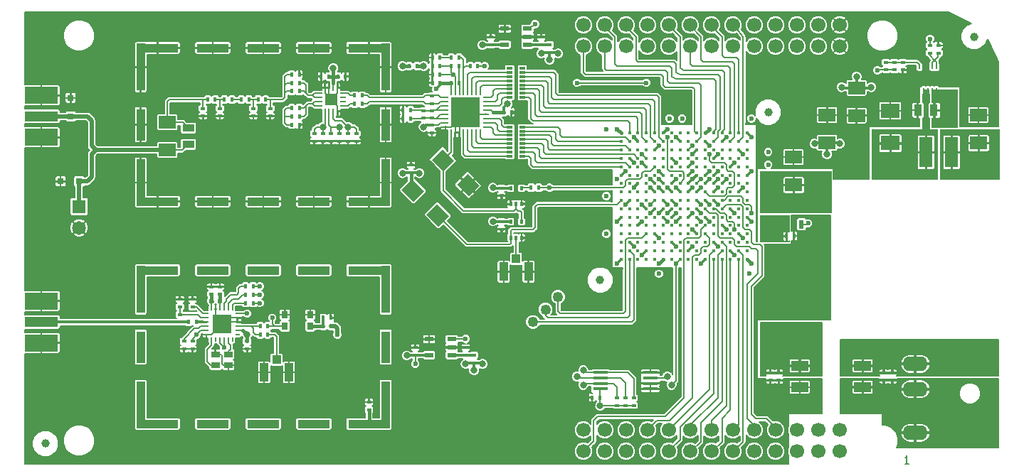
<source format=gtl>
G04 (created by PCBNEW (2013-mar-25)-stable) date Tuesday, March 01, 2016 03:52:00 PM*
%MOIN*%
G04 Gerber Fmt 3.4, Leading zero omitted, Abs format*
%FSLAX34Y34*%
G01*
G70*
G90*
G04 APERTURE LIST*
%ADD10C,0.006*%
%ADD11C,0.00590551*%
%ADD12R,0.015748X0.023622*%
%ADD13R,0.0787402X0.0590551*%
%ADD14R,0.0590551X0.141732*%
%ADD15R,0.0393701X0.0413386*%
%ADD16R,0.0413386X0.0866142*%
%ADD17R,0.0307087X0.034252*%
%ADD18R,0.0409449X0.0307087*%
%ADD19R,0.0275591X0.011811*%
%ADD20C,0.0393701*%
%ADD21R,0.0275591X0.00984252*%
%ADD22R,0.00984252X0.0275591*%
%ADD23R,0.135827X0.135827*%
%ADD24C,0.015748*%
%ADD25R,0.135827X0.0187008*%
%ADD26R,0.135827X0.019685*%
%ADD27R,0.023622X0.0413386*%
%ADD28R,0.0413386X0.023622*%
%ADD29R,0.00984252X0.023622*%
%ADD30R,0.0787402X0.0629921*%
%ADD31R,0.0787402X0.0216535*%
%ADD32R,0.019685X0.00984252*%
%ADD33R,0.00984252X0.019685*%
%ADD34R,0.0905512X0.0905512*%
%ADD35R,0.0905512X0.019685*%
%ADD36R,0.0905512X0.015748*%
%ADD37R,0.0570866X0.0570866*%
%ADD38R,0.0187008X0.0570866*%
%ADD39C,0.0669291*%
%ADD40R,0.035X0.055*%
%ADD41R,0.015748X0.019685*%
%ADD42C,0.023622*%
%ADD43R,0.055X0.035*%
%ADD44R,0.0314961X0.0314961*%
%ADD45R,0.0649606X0.0649606*%
%ADD46C,0.0649606*%
%ADD47C,0.0492126*%
%ADD48R,0.0866142X0.0669291*%
%ADD49R,0.023622X0.015748*%
%ADD50R,0.196063X0.0393701*%
%ADD51R,0.0393701X0.218504*%
%ADD52R,0.149606X0.0393701*%
%ADD53R,0.0393701X0.149606*%
%ADD54R,0.0700787X0.0165354*%
%ADD55R,0.15748X0.0492126*%
%ADD56R,0.15748X0.0787402*%
%ADD57O,0.11811X0.0688976*%
%ADD58R,0.0787402X0.0472441*%
%ADD59C,0.0314961*%
%ADD60C,0.00787402*%
%ADD61C,0.019685*%
%ADD62C,0.015748*%
%ADD63C,0.011811*%
%ADD64C,0.0137795*%
%ADD65C,0.00984252*%
%ADD66C,0.00393701*%
G04 APERTURE END LIST*
G54D10*
G54D11*
X71546Y-49962D02*
X71366Y-49962D01*
X71456Y-49962D02*
X71456Y-49568D01*
X71426Y-49625D01*
X71396Y-49662D01*
X71366Y-49681D01*
G54D12*
X50118Y-32086D03*
X50472Y-32086D03*
X41161Y-43897D03*
X41515Y-43897D03*
G54D13*
X36811Y-35236D03*
X36811Y-33937D03*
G54D12*
X40472Y-41633D03*
X40826Y-41633D03*
G54D14*
X72332Y-35334D03*
X73533Y-35334D03*
G54D15*
X41929Y-45068D03*
G54D16*
X42509Y-45669D03*
X41348Y-45669D03*
G54D17*
X43509Y-42970D03*
X42316Y-42970D03*
X42316Y-43505D03*
X43509Y-43505D03*
G54D18*
X39064Y-45332D03*
X39675Y-45332D03*
X39675Y-44824D03*
X39064Y-44824D03*
G54D19*
X52854Y-34153D03*
X53444Y-34153D03*
X52854Y-34350D03*
X53444Y-34350D03*
X52854Y-34547D03*
X53444Y-34547D03*
X52854Y-34744D03*
X53444Y-34744D03*
X52854Y-34940D03*
X53444Y-34940D03*
X52854Y-35137D03*
X53444Y-35137D03*
X52854Y-35334D03*
X53444Y-35334D03*
X52854Y-35531D03*
X53444Y-35531D03*
X52854Y-31397D03*
X53444Y-31397D03*
X52854Y-31594D03*
X53444Y-31594D03*
X52854Y-31791D03*
X53444Y-31791D03*
X52854Y-31988D03*
X53444Y-31988D03*
X52854Y-32185D03*
X53444Y-32185D03*
X52854Y-32381D03*
X53444Y-32381D03*
X52854Y-32578D03*
X53444Y-32578D03*
X52854Y-32775D03*
X53444Y-32775D03*
G54D20*
X64960Y-33464D03*
X57086Y-41338D03*
G54D21*
X49842Y-32775D03*
X49842Y-32972D03*
X49842Y-33169D03*
X49842Y-33366D03*
X49842Y-33562D03*
X49842Y-33759D03*
X49842Y-33956D03*
X49842Y-34153D03*
G54D22*
X50098Y-34409D03*
X50295Y-34409D03*
X50492Y-34409D03*
X50688Y-34409D03*
X50885Y-34409D03*
X51082Y-34409D03*
X51279Y-34409D03*
X51476Y-34409D03*
G54D21*
X51732Y-34153D03*
X51732Y-33956D03*
X51732Y-33759D03*
X51732Y-33562D03*
X51732Y-33366D03*
X51732Y-33169D03*
X51732Y-32972D03*
X51732Y-32775D03*
G54D22*
X51476Y-32519D03*
X51279Y-32519D03*
X51082Y-32519D03*
X50885Y-32519D03*
X50688Y-32519D03*
X50492Y-32519D03*
X50295Y-32519D03*
X50098Y-32519D03*
G54D23*
X50787Y-33464D03*
G54D24*
X50787Y-33464D03*
X50393Y-33464D03*
X51181Y-33464D03*
X51181Y-33070D03*
X50787Y-33070D03*
X50393Y-33070D03*
X50393Y-33858D03*
X50787Y-33858D03*
X51181Y-33858D03*
G54D25*
X50787Y-34050D03*
G54D26*
X50787Y-33661D03*
X50787Y-33267D03*
G54D25*
X50787Y-32878D03*
G54D27*
X65767Y-38720D03*
X66141Y-38720D03*
X66515Y-38720D03*
X66515Y-37657D03*
X65767Y-37657D03*
G54D28*
X50137Y-44862D03*
X50137Y-44488D03*
X50137Y-44114D03*
X49074Y-44114D03*
X49074Y-44862D03*
X53681Y-30295D03*
X53681Y-29921D03*
X53681Y-29547D03*
X52618Y-29547D03*
X52618Y-30295D03*
G54D24*
X58070Y-40354D03*
X58070Y-39960D03*
X58070Y-39566D03*
X58070Y-39173D03*
X58070Y-38779D03*
X58070Y-38385D03*
X58070Y-37992D03*
X58070Y-37598D03*
X58070Y-37204D03*
X58070Y-36811D03*
X58070Y-36417D03*
X58070Y-36023D03*
X58070Y-35629D03*
X58070Y-35236D03*
X58070Y-34842D03*
X58070Y-34448D03*
X58464Y-40354D03*
X58464Y-39960D03*
X58464Y-39566D03*
X58464Y-39173D03*
X58464Y-38779D03*
X58464Y-38385D03*
X58464Y-37992D03*
X58464Y-37598D03*
X58464Y-37204D03*
X58464Y-36811D03*
X58464Y-36417D03*
X58464Y-36023D03*
X58464Y-35629D03*
X58464Y-35236D03*
X58464Y-34842D03*
X58464Y-34448D03*
X58858Y-40354D03*
X58858Y-39960D03*
X58858Y-39566D03*
X58858Y-39173D03*
X58858Y-38779D03*
X58858Y-38385D03*
X58858Y-37992D03*
X58858Y-37598D03*
X58858Y-37204D03*
X58858Y-36811D03*
X58858Y-36417D03*
X58858Y-36023D03*
X58858Y-35629D03*
X58858Y-35236D03*
X58858Y-34842D03*
X58858Y-34448D03*
X59251Y-40354D03*
X59251Y-39960D03*
X59251Y-39566D03*
X59251Y-39173D03*
X59251Y-38779D03*
X59251Y-38385D03*
X59251Y-37992D03*
X59251Y-37598D03*
X59251Y-37204D03*
X59251Y-36811D03*
X59251Y-36417D03*
X59251Y-36023D03*
X59251Y-35629D03*
X59251Y-35236D03*
X59251Y-34842D03*
X59251Y-34448D03*
X59645Y-40354D03*
X59645Y-39960D03*
X59645Y-39566D03*
X59645Y-39173D03*
X59645Y-38779D03*
X59645Y-38385D03*
X59645Y-37992D03*
X59645Y-37598D03*
X59645Y-37204D03*
X59645Y-36811D03*
X59645Y-36417D03*
X59645Y-36023D03*
X59645Y-35629D03*
X59645Y-35236D03*
X59645Y-34842D03*
X59645Y-34448D03*
X60039Y-40354D03*
X60039Y-39960D03*
X60039Y-39566D03*
X60039Y-39173D03*
X60039Y-38779D03*
X60039Y-38385D03*
X60039Y-37992D03*
X60039Y-37598D03*
X60039Y-37204D03*
X60039Y-36811D03*
X60039Y-36417D03*
X60039Y-36023D03*
X60039Y-35629D03*
X60039Y-35236D03*
X60039Y-34842D03*
X60039Y-34448D03*
X60433Y-40354D03*
X60433Y-39960D03*
X60433Y-39566D03*
X60433Y-39173D03*
X60433Y-38779D03*
X60433Y-38385D03*
X60433Y-37992D03*
X60433Y-37598D03*
X60433Y-37204D03*
X60433Y-36811D03*
X60433Y-36417D03*
X60433Y-36023D03*
X60433Y-35629D03*
X60433Y-35236D03*
X60433Y-34842D03*
X60433Y-34448D03*
X60826Y-40354D03*
X60826Y-39960D03*
X60826Y-39566D03*
X60826Y-39173D03*
X60826Y-38779D03*
X60826Y-38385D03*
X60826Y-37992D03*
X60826Y-37598D03*
X60826Y-37204D03*
X60826Y-36811D03*
X60826Y-36417D03*
X60826Y-36023D03*
X60826Y-35629D03*
X60826Y-35236D03*
X60826Y-34842D03*
X60826Y-34448D03*
X61220Y-40354D03*
X61220Y-39960D03*
X61220Y-39566D03*
X61220Y-39173D03*
X61220Y-38779D03*
X61220Y-38385D03*
X61220Y-37992D03*
X61220Y-37598D03*
X61220Y-37204D03*
X61220Y-36811D03*
X61220Y-36417D03*
X61220Y-36023D03*
X61220Y-35629D03*
X61220Y-35236D03*
X61220Y-34842D03*
X61220Y-34448D03*
X61614Y-40354D03*
X61614Y-39960D03*
X61614Y-39566D03*
X61614Y-39173D03*
X61614Y-38779D03*
X61614Y-38385D03*
X61614Y-37992D03*
X61614Y-37598D03*
X61614Y-37204D03*
X61614Y-36811D03*
X61614Y-36417D03*
X61614Y-36023D03*
X61614Y-35629D03*
X61614Y-35236D03*
X61614Y-34842D03*
X61614Y-34448D03*
X62007Y-40354D03*
X62007Y-39960D03*
X62007Y-39566D03*
X62007Y-39173D03*
X62007Y-38779D03*
X62007Y-38385D03*
X62007Y-37992D03*
X62007Y-37598D03*
X62007Y-37204D03*
X62007Y-36811D03*
X62007Y-36417D03*
X62007Y-36023D03*
X62007Y-35629D03*
X62007Y-35236D03*
X62007Y-34842D03*
X62007Y-34448D03*
X62401Y-40354D03*
X62401Y-39960D03*
X62401Y-39566D03*
X62401Y-39173D03*
X62401Y-38779D03*
X62401Y-38385D03*
X62401Y-37992D03*
X62401Y-37598D03*
X62401Y-37204D03*
X62401Y-36811D03*
X62401Y-36417D03*
X62401Y-36023D03*
X62401Y-35629D03*
X62401Y-35236D03*
X62401Y-34842D03*
X62401Y-34448D03*
X62795Y-40354D03*
X62795Y-39960D03*
X62795Y-39566D03*
X62795Y-39173D03*
X62795Y-38779D03*
X62795Y-38385D03*
X62795Y-37992D03*
X62795Y-37598D03*
X62795Y-37204D03*
X62795Y-36811D03*
X62795Y-36417D03*
X62795Y-36023D03*
X62795Y-35629D03*
X62795Y-35236D03*
X62795Y-34842D03*
X62795Y-34448D03*
X63188Y-40354D03*
X63188Y-39960D03*
X63188Y-39566D03*
X63188Y-39173D03*
X63188Y-38779D03*
X63188Y-38385D03*
X63188Y-37992D03*
X63188Y-37598D03*
X63188Y-37204D03*
X63188Y-36811D03*
X63188Y-36417D03*
X63188Y-36023D03*
X63188Y-35629D03*
X63188Y-35236D03*
X63188Y-34842D03*
X63188Y-34448D03*
X63582Y-40354D03*
X63582Y-39960D03*
X63582Y-39566D03*
X63582Y-39173D03*
X63582Y-38779D03*
X63582Y-38385D03*
X63582Y-37992D03*
X63582Y-37598D03*
X63582Y-37204D03*
X63582Y-36811D03*
X63582Y-36417D03*
X63582Y-36023D03*
X63582Y-35629D03*
X63582Y-35236D03*
X63582Y-34842D03*
X63582Y-34448D03*
X63976Y-40354D03*
X63976Y-39960D03*
X63976Y-39566D03*
X63976Y-39173D03*
X63976Y-38779D03*
X63976Y-38385D03*
X63976Y-37992D03*
X63976Y-37598D03*
X63976Y-37204D03*
X63976Y-36811D03*
X63976Y-36417D03*
X63976Y-36023D03*
X63976Y-35629D03*
X63976Y-35236D03*
X63976Y-34842D03*
X63976Y-34448D03*
G54D29*
X72047Y-31338D03*
X72244Y-31338D03*
X72440Y-31338D03*
X72637Y-31338D03*
X72834Y-31338D03*
X72637Y-32440D03*
X72834Y-32440D03*
X72440Y-32440D03*
X72244Y-32440D03*
X72047Y-32440D03*
G54D30*
X72440Y-31889D03*
G54D24*
X72440Y-31889D03*
X72677Y-31889D03*
X72204Y-31889D03*
G54D31*
X72440Y-31683D03*
X72440Y-32096D03*
G54D32*
X38641Y-42913D03*
X38641Y-43110D03*
X38641Y-43307D03*
X38641Y-43503D03*
X38641Y-43700D03*
X38641Y-43897D03*
G54D33*
X38877Y-44133D03*
X39074Y-44133D03*
X39271Y-44133D03*
X39468Y-44133D03*
X39665Y-44133D03*
X39862Y-44133D03*
G54D32*
X40098Y-43897D03*
X40098Y-43700D03*
X40098Y-43503D03*
X40098Y-43307D03*
X40098Y-43110D03*
X40098Y-42913D03*
G54D33*
X39862Y-42677D03*
X39665Y-42677D03*
X39468Y-42677D03*
X39271Y-42677D03*
X39074Y-42677D03*
X38877Y-42677D03*
G54D34*
X39370Y-43405D03*
G54D24*
X39173Y-43208D03*
X39566Y-43208D03*
X39173Y-43602D03*
X39566Y-43602D03*
G54D35*
X39370Y-43405D03*
G54D36*
X39370Y-43031D03*
X39370Y-43779D03*
G54D22*
X44192Y-33425D03*
X44389Y-33425D03*
X44586Y-33425D03*
X44783Y-33425D03*
G54D21*
X45039Y-33169D03*
X45039Y-32972D03*
X45039Y-32775D03*
X45039Y-32578D03*
G54D22*
X44783Y-32322D03*
X44586Y-32322D03*
X44389Y-32322D03*
X44192Y-32322D03*
G54D21*
X43937Y-32578D03*
X43937Y-32775D03*
X43937Y-32972D03*
X43937Y-33169D03*
G54D37*
X44488Y-32874D03*
G54D24*
X44488Y-32726D03*
X44488Y-33021D03*
G54D38*
X44296Y-32874D03*
X44680Y-32874D03*
G54D39*
X68305Y-48370D03*
X68305Y-49370D03*
X67305Y-48370D03*
X67305Y-49370D03*
X66305Y-48370D03*
X66305Y-49370D03*
X65305Y-48370D03*
X65305Y-49370D03*
X64305Y-48370D03*
X64305Y-49370D03*
X63305Y-48370D03*
X63305Y-49370D03*
X62305Y-48370D03*
X62305Y-49370D03*
X61305Y-48370D03*
X61305Y-49370D03*
X60305Y-48370D03*
X60305Y-49370D03*
X59305Y-48370D03*
X59305Y-49370D03*
X58305Y-48370D03*
X58305Y-49370D03*
X57305Y-48370D03*
X57305Y-49370D03*
X56305Y-48370D03*
X56305Y-49370D03*
X68305Y-29370D03*
X68305Y-30370D03*
X67305Y-29370D03*
X67305Y-30370D03*
X66305Y-29370D03*
X66305Y-30370D03*
X65305Y-29370D03*
X65305Y-30370D03*
X64305Y-29370D03*
X64305Y-30370D03*
X63305Y-29370D03*
X63305Y-30370D03*
X62305Y-29370D03*
X62305Y-30370D03*
X61305Y-29370D03*
X61305Y-30370D03*
X60305Y-29370D03*
X60305Y-30370D03*
X59305Y-29370D03*
X59305Y-30370D03*
X58305Y-29370D03*
X58305Y-30370D03*
X57305Y-29370D03*
X57305Y-30370D03*
X56305Y-29370D03*
X56305Y-30370D03*
G54D40*
X72722Y-33366D03*
X71962Y-33366D03*
G54D13*
X69094Y-32322D03*
X69094Y-33622D03*
X66141Y-36870D03*
X66141Y-35570D03*
X67716Y-34901D03*
X67716Y-33602D03*
X74803Y-34901D03*
X74803Y-33602D03*
G54D41*
X52893Y-37775D03*
X53149Y-37775D03*
X53405Y-37775D03*
X53405Y-37027D03*
X52893Y-37027D03*
G54D20*
X31102Y-49015D03*
G54D42*
X60334Y-33759D03*
G54D43*
X37795Y-34966D03*
X37795Y-34206D03*
G54D44*
X32283Y-32795D03*
X32283Y-33661D03*
G54D45*
X32677Y-37885D03*
G54D46*
X32677Y-38885D03*
G54D42*
X54724Y-37007D03*
X41732Y-43110D03*
G54D47*
X55118Y-42125D03*
X54527Y-42716D03*
X53937Y-43307D03*
G54D42*
X48425Y-45275D03*
X51673Y-31299D03*
X67027Y-36909D03*
X75492Y-36023D03*
G54D48*
X70669Y-34913D03*
X70669Y-33393D03*
G54D49*
X51181Y-44862D03*
X51181Y-45216D03*
X54724Y-30295D03*
X54724Y-30649D03*
G54D12*
X49586Y-30905D03*
X49232Y-30905D03*
X50472Y-30905D03*
X50118Y-30905D03*
X51358Y-31299D03*
X51003Y-31299D03*
X50118Y-31299D03*
X50472Y-31299D03*
G54D49*
X70472Y-31476D03*
X70472Y-31122D03*
G54D12*
X49586Y-31299D03*
X49232Y-31299D03*
X49586Y-31692D03*
X49232Y-31692D03*
G54D49*
X50787Y-44862D03*
X50787Y-44507D03*
X48425Y-44862D03*
X48425Y-44507D03*
X54330Y-30295D03*
X54330Y-29940D03*
X51968Y-30295D03*
X51968Y-29940D03*
X71259Y-31122D03*
X71259Y-31476D03*
G54D12*
X56712Y-46850D03*
X57066Y-46850D03*
G54D49*
X70866Y-31476D03*
X70866Y-31122D03*
X72539Y-30334D03*
X72539Y-30688D03*
G54D12*
X42992Y-34055D03*
X42637Y-34055D03*
X42637Y-31692D03*
X42992Y-31692D03*
X65807Y-39271D03*
X66161Y-39271D03*
X53858Y-37007D03*
X54212Y-37007D03*
X48503Y-31299D03*
X48149Y-31299D03*
G54D49*
X48818Y-33385D03*
X48818Y-33740D03*
G54D12*
X47854Y-33366D03*
X48208Y-33366D03*
X47854Y-33759D03*
X48208Y-33759D03*
G54D49*
X72933Y-30688D03*
X72933Y-30334D03*
X44881Y-34468D03*
X44881Y-34822D03*
G54D12*
X42637Y-32480D03*
X42992Y-32480D03*
X42637Y-33267D03*
X42992Y-33267D03*
G54D49*
X46259Y-47066D03*
X46259Y-47421D03*
G54D12*
X44114Y-43503D03*
X44468Y-43503D03*
G54D49*
X57874Y-47224D03*
X57874Y-46870D03*
X58661Y-47224D03*
X58661Y-46870D03*
X58267Y-47224D03*
X58267Y-46870D03*
X45275Y-34822D03*
X45275Y-34468D03*
G54D12*
X44803Y-31791D03*
X45157Y-31791D03*
X44370Y-31791D03*
X44015Y-31791D03*
G54D49*
X43700Y-34822D03*
X43700Y-34468D03*
X44094Y-34822D03*
X44094Y-34468D03*
X45669Y-34822D03*
X45669Y-34468D03*
X52460Y-37027D03*
X52460Y-37381D03*
G54D12*
X42637Y-32086D03*
X42992Y-32086D03*
X42637Y-33661D03*
X42992Y-33661D03*
X52578Y-33464D03*
X52933Y-33464D03*
G54D49*
X49212Y-34429D03*
X49212Y-34074D03*
G54D12*
X49232Y-32086D03*
X49586Y-32086D03*
G54D49*
X49212Y-33385D03*
X49212Y-33740D03*
G54D12*
X41161Y-43503D03*
X41515Y-43503D03*
G54D49*
X37992Y-42244D03*
X37992Y-42598D03*
X40551Y-44212D03*
X40551Y-44566D03*
X38877Y-41653D03*
X38877Y-42007D03*
X39271Y-41653D03*
X39271Y-42007D03*
X37992Y-44212D03*
X37992Y-44566D03*
G54D12*
X44114Y-43110D03*
X44468Y-43110D03*
X40472Y-42027D03*
X40826Y-42027D03*
X40472Y-42421D03*
X40826Y-42421D03*
X38700Y-32874D03*
X39055Y-32874D03*
X39488Y-32874D03*
X39842Y-32874D03*
X40275Y-32874D03*
X40629Y-32874D03*
X41062Y-32874D03*
X41417Y-32874D03*
G54D49*
X37401Y-43307D03*
X37401Y-42952D03*
X44488Y-34468D03*
X44488Y-34822D03*
G54D12*
X45590Y-33070D03*
X45944Y-33070D03*
X45590Y-32677D03*
X45944Y-32677D03*
G54D49*
X49212Y-32696D03*
X49212Y-33051D03*
X37598Y-44212D03*
X37598Y-44566D03*
X37401Y-42244D03*
X37401Y-42598D03*
X38484Y-33287D03*
X38484Y-33641D03*
X39271Y-33287D03*
X39271Y-33641D03*
X40846Y-33287D03*
X40846Y-33641D03*
X41633Y-33287D03*
X41633Y-33641D03*
G54D12*
X37814Y-43307D03*
X38169Y-43307D03*
G54D49*
X48228Y-36299D03*
X48228Y-35944D03*
G54D15*
X53149Y-40344D03*
G54D16*
X53730Y-40944D03*
X52568Y-40944D03*
G54D49*
X52460Y-38602D03*
X52460Y-38956D03*
G54D41*
X52893Y-39350D03*
X53149Y-39350D03*
X53405Y-39350D03*
X53405Y-38602D03*
X52893Y-38602D03*
G54D10*
G36*
X50012Y-38327D02*
X49511Y-38828D01*
X48954Y-38271D01*
X49455Y-37770D01*
X50012Y-38327D01*
X50012Y-38327D01*
G37*
G36*
X51426Y-36913D02*
X50925Y-37414D01*
X50369Y-36857D01*
X50870Y-36356D01*
X51426Y-36913D01*
X51426Y-36913D01*
G37*
G36*
X50257Y-35743D02*
X49756Y-36245D01*
X49199Y-35688D01*
X49700Y-35187D01*
X50257Y-35743D01*
X50257Y-35743D01*
G37*
G36*
X48843Y-37158D02*
X48342Y-37659D01*
X47785Y-37102D01*
X48286Y-36601D01*
X48843Y-37158D01*
X48843Y-37158D01*
G37*
G54D20*
X74606Y-29921D03*
G54D50*
X46263Y-37657D03*
G54D51*
X47047Y-36761D03*
G54D52*
X43669Y-37657D03*
X41307Y-37657D03*
X38944Y-37657D03*
G54D50*
X36350Y-37657D03*
G54D51*
X35566Y-36761D03*
G54D53*
X35566Y-34055D03*
G54D51*
X35566Y-31348D03*
G54D50*
X36350Y-30452D03*
G54D52*
X38944Y-30452D03*
X41307Y-30452D03*
G54D53*
X47047Y-34055D03*
G54D51*
X47047Y-31348D03*
G54D50*
X46263Y-30452D03*
G54D52*
X43669Y-30452D03*
G54D50*
X46263Y-48090D03*
G54D51*
X47047Y-47194D03*
G54D52*
X43669Y-48090D03*
X41307Y-48090D03*
X38944Y-48090D03*
G54D50*
X36350Y-48090D03*
G54D51*
X35566Y-47194D03*
G54D53*
X35566Y-44488D03*
G54D51*
X35566Y-41781D03*
G54D50*
X36350Y-40885D03*
G54D52*
X38944Y-40885D03*
X41307Y-40885D03*
G54D53*
X47047Y-44488D03*
G54D51*
X47047Y-41781D03*
G54D50*
X46263Y-40885D03*
G54D52*
X43669Y-40885D03*
G54D44*
X31811Y-36712D03*
X32677Y-36712D03*
G54D54*
X59437Y-46446D03*
X59437Y-46190D03*
X59437Y-45935D03*
X59437Y-45679D03*
X57098Y-45679D03*
X57098Y-45935D03*
X57098Y-46190D03*
X57098Y-46446D03*
G54D55*
X30905Y-43307D03*
G54D56*
X30905Y-44291D03*
G54D24*
X30610Y-44438D03*
X30610Y-44143D03*
X30905Y-44438D03*
X30905Y-44143D03*
X31200Y-44438D03*
X31200Y-44143D03*
G54D56*
X30905Y-42322D03*
G54D24*
X30610Y-42175D03*
X30610Y-42470D03*
X30905Y-42175D03*
X30905Y-42470D03*
X31200Y-42175D03*
X31200Y-42470D03*
G54D55*
X30905Y-33661D03*
G54D56*
X30905Y-34645D03*
G54D24*
X30610Y-34793D03*
X30610Y-34498D03*
X30905Y-34793D03*
X30905Y-34498D03*
X31200Y-34793D03*
X31200Y-34498D03*
G54D56*
X30905Y-32677D03*
G54D24*
X30610Y-32529D03*
X30610Y-32824D03*
X30905Y-32529D03*
X30905Y-32824D03*
X31200Y-32529D03*
X31200Y-32824D03*
G54D49*
X70374Y-45688D03*
X70374Y-46043D03*
X70767Y-45688D03*
X70767Y-46043D03*
X65059Y-45688D03*
X65059Y-46043D03*
X65452Y-45688D03*
X65452Y-46043D03*
G54D57*
X71850Y-45275D03*
X71850Y-46456D03*
X71850Y-48503D03*
G54D58*
X66437Y-45366D03*
X69389Y-45366D03*
X66437Y-46366D03*
X69389Y-46366D03*
G54D59*
X47834Y-31299D03*
X44586Y-31397D03*
X44094Y-34153D03*
X45275Y-34153D03*
G54D42*
X50196Y-31692D03*
G54D59*
X44881Y-34153D03*
G54D42*
X60236Y-34645D03*
G54D59*
X56003Y-45866D03*
G54D42*
X59251Y-32086D03*
X56003Y-32086D03*
G54D59*
X56299Y-45570D03*
G54D42*
X61811Y-36614D03*
X61417Y-35039D03*
X62204Y-35433D03*
X64173Y-38188D03*
X63385Y-38976D03*
G54D59*
X75196Y-35826D03*
G54D42*
X61811Y-37007D03*
X70078Y-31496D03*
G54D59*
X67125Y-34940D03*
X68307Y-34940D03*
X67716Y-35433D03*
G54D42*
X57874Y-36614D03*
X64960Y-35334D03*
X60629Y-37007D03*
X59842Y-38188D03*
X60629Y-38188D03*
G54D59*
X74803Y-35826D03*
X75196Y-36220D03*
X74803Y-36220D03*
X74409Y-35826D03*
X74409Y-36220D03*
G54D42*
X61417Y-38188D03*
X62204Y-37795D03*
X59842Y-36220D03*
X59448Y-36614D03*
X59842Y-37007D03*
G54D59*
X65255Y-37401D03*
X65255Y-37893D03*
X67027Y-37893D03*
X67027Y-37401D03*
G54D42*
X60629Y-36614D03*
X60629Y-37795D03*
X62204Y-36614D03*
X61417Y-36614D03*
X60236Y-37795D03*
G54D59*
X60236Y-45866D03*
X57086Y-47244D03*
X68405Y-32283D03*
X69783Y-32283D03*
X69094Y-31791D03*
G54D42*
X58661Y-37007D03*
X58661Y-35826D03*
X59842Y-39370D03*
X63779Y-35433D03*
X63779Y-39370D03*
X58661Y-39763D03*
X57381Y-37401D03*
X57381Y-39173D03*
X59842Y-41043D03*
X64074Y-41043D03*
X64960Y-35925D03*
X64173Y-33759D03*
X60925Y-33759D03*
X57381Y-34251D03*
X57874Y-34251D03*
X60629Y-34645D03*
X62204Y-34251D03*
X59842Y-35039D03*
X59055Y-37795D03*
X59842Y-40551D03*
X64173Y-40551D03*
X62598Y-39763D03*
X61417Y-39763D03*
X63385Y-38188D03*
X62204Y-35039D03*
X62598Y-35433D03*
X61417Y-35826D03*
X64173Y-36220D03*
X62598Y-36220D03*
X62598Y-36614D03*
X62992Y-36614D03*
X62598Y-37007D03*
X57874Y-38582D03*
X62204Y-38582D03*
X59448Y-38188D03*
G54D59*
X48818Y-31299D03*
X52755Y-33070D03*
G54D42*
X49409Y-32381D03*
G54D59*
X48818Y-34153D03*
X52066Y-38582D03*
X52066Y-37007D03*
X47834Y-36318D03*
X48622Y-36318D03*
X51574Y-30314D03*
X48031Y-44881D03*
G54D42*
X44783Y-43897D03*
X39468Y-44488D03*
X38188Y-43897D03*
G54D59*
X40551Y-43897D03*
G54D42*
X40551Y-42913D03*
X38877Y-42322D03*
X39271Y-42322D03*
G54D59*
X65452Y-44488D03*
X65452Y-44881D03*
X65452Y-45275D03*
X65452Y-44094D03*
X65059Y-44488D03*
X65059Y-45275D03*
X65059Y-44881D03*
X65059Y-44094D03*
G54D42*
X54035Y-29330D03*
G54D59*
X54330Y-30708D03*
X55118Y-30708D03*
X54724Y-31003D03*
X50787Y-45275D03*
X51574Y-45275D03*
X51181Y-45570D03*
G54D42*
X66830Y-38681D03*
X50787Y-44094D03*
G54D59*
X73523Y-33366D03*
X73523Y-33759D03*
X73129Y-33366D03*
X73523Y-32972D03*
X73129Y-33759D03*
X73129Y-32972D03*
X65255Y-38681D03*
X65255Y-39173D03*
G54D42*
X72539Y-30019D03*
G54D59*
X60433Y-46259D03*
X56299Y-46259D03*
G54D42*
X60629Y-40551D03*
X41141Y-41633D03*
X41141Y-42421D03*
G54D59*
X65452Y-47244D03*
X65452Y-46850D03*
X65452Y-46456D03*
X65452Y-47637D03*
X65059Y-47244D03*
X65059Y-46456D03*
X65059Y-46850D03*
X65059Y-47637D03*
X66929Y-39271D03*
X56692Y-47244D03*
X60137Y-46653D03*
X34251Y-43700D03*
X35039Y-43700D03*
X33464Y-43700D03*
X32677Y-43700D03*
X54133Y-49212D03*
X50196Y-49212D03*
X44291Y-49212D03*
X40354Y-49212D03*
X38385Y-49212D03*
X36417Y-49212D03*
X33464Y-47244D03*
X31496Y-47244D03*
X34448Y-49212D03*
X42322Y-49212D03*
X46259Y-49212D03*
X48228Y-49212D03*
X52165Y-49212D03*
X34251Y-42913D03*
X32677Y-42913D03*
X33464Y-42913D03*
X35039Y-42913D03*
X47047Y-35236D03*
X44881Y-37696D03*
X42519Y-37696D03*
X40157Y-37696D03*
X37795Y-37696D03*
X44881Y-30413D03*
X42519Y-30413D03*
X40157Y-30413D03*
X37795Y-30413D03*
X35531Y-32874D03*
X53248Y-33464D03*
X49606Y-34448D03*
X47834Y-35925D03*
X48622Y-35925D03*
X52460Y-39271D03*
X52460Y-37696D03*
X53740Y-39370D03*
X53740Y-37795D03*
X51377Y-37401D03*
X51377Y-36417D03*
X53149Y-29921D03*
X53149Y-30314D03*
X53149Y-29527D03*
X49606Y-44488D03*
X49606Y-44881D03*
X49606Y-44094D03*
X71850Y-29527D03*
X48228Y-29527D03*
X44291Y-29527D03*
X40354Y-29527D03*
X36417Y-29527D03*
X38385Y-29527D03*
X42322Y-29527D03*
X46259Y-29527D03*
X50196Y-29527D03*
X34448Y-29527D03*
X36417Y-29527D03*
G54D42*
X61417Y-37007D03*
G54D59*
X36122Y-43700D03*
X36909Y-43700D03*
X36122Y-42913D03*
X36909Y-42913D03*
G54D42*
X39074Y-44488D03*
G54D59*
X66929Y-40748D03*
X66929Y-40255D03*
X66929Y-39763D03*
G54D42*
X63385Y-40157D03*
X58661Y-34645D03*
X60629Y-35826D03*
X64173Y-34645D03*
X62992Y-34645D03*
X58267Y-36220D03*
X61417Y-36220D03*
X61417Y-35433D03*
X60236Y-37007D03*
X59055Y-40157D03*
X61811Y-40551D03*
X59448Y-37007D03*
X64173Y-38582D03*
X57874Y-40551D03*
X60629Y-39763D03*
X61811Y-37795D03*
X62598Y-37795D03*
G54D59*
X73228Y-31889D03*
X71653Y-31889D03*
X73228Y-31496D03*
X71653Y-31496D03*
X71653Y-32283D03*
X46259Y-46653D03*
G54D42*
X58267Y-37795D03*
X60236Y-34251D03*
X59055Y-35826D03*
X63385Y-35826D03*
X62204Y-36220D03*
X63779Y-37007D03*
X61417Y-38976D03*
X62992Y-38976D03*
X59055Y-38582D03*
X60629Y-38582D03*
X61811Y-38582D03*
X61811Y-38188D03*
X60236Y-38582D03*
X60236Y-38188D03*
X59842Y-36614D03*
X41141Y-42027D03*
X59448Y-37795D03*
X59055Y-35433D03*
G54D60*
X52854Y-35531D02*
X50787Y-35531D01*
X50688Y-35433D02*
X50787Y-35531D01*
X50688Y-35433D02*
X50688Y-34409D01*
X52854Y-35334D02*
X50984Y-35334D01*
X50885Y-35236D02*
X50885Y-34409D01*
X50984Y-35334D02*
X50885Y-35236D01*
X52854Y-32381D02*
X52165Y-32381D01*
X51968Y-32775D02*
X52066Y-32677D01*
X52066Y-32677D02*
X52066Y-32480D01*
X52066Y-32480D02*
X52165Y-32381D01*
X51968Y-32775D02*
X51732Y-32775D01*
X51476Y-32519D02*
X51476Y-32283D01*
X51574Y-32185D02*
X52854Y-32185D01*
X51476Y-32283D02*
X51574Y-32185D01*
X51279Y-32519D02*
X51279Y-32086D01*
X51377Y-31988D02*
X52854Y-31988D01*
X51279Y-32086D02*
X51377Y-31988D01*
X51082Y-32519D02*
X51082Y-31889D01*
X51181Y-31791D02*
X52854Y-31791D01*
X51082Y-31889D02*
X51181Y-31791D01*
X52854Y-35137D02*
X51181Y-35137D01*
X51082Y-35039D02*
X51082Y-34409D01*
X51181Y-35137D02*
X51082Y-35039D01*
X52854Y-34940D02*
X51377Y-34940D01*
X51279Y-34842D02*
X51279Y-34409D01*
X51377Y-34940D02*
X51279Y-34842D01*
X52854Y-34744D02*
X51574Y-34744D01*
X51476Y-34645D02*
X51574Y-34744D01*
X51476Y-34645D02*
X51476Y-34409D01*
X51732Y-34153D02*
X51968Y-34153D01*
X52165Y-34547D02*
X52854Y-34547D01*
X52066Y-34448D02*
X52165Y-34547D01*
X52066Y-34251D02*
X52066Y-34448D01*
X51968Y-34153D02*
X52066Y-34251D01*
X51732Y-33956D02*
X52165Y-33956D01*
X52362Y-34350D02*
X52854Y-34350D01*
X52263Y-34251D02*
X52362Y-34350D01*
X52263Y-34055D02*
X52263Y-34251D01*
X52165Y-33956D02*
X52263Y-34055D01*
X51732Y-33759D02*
X52362Y-33759D01*
X52559Y-34153D02*
X52854Y-34153D01*
X52460Y-34055D02*
X52559Y-34153D01*
X52460Y-33858D02*
X52460Y-34055D01*
X52362Y-33759D02*
X52460Y-33858D01*
X52460Y-33070D02*
X52460Y-32874D01*
X52362Y-33169D02*
X52460Y-33070D01*
X51732Y-33169D02*
X52362Y-33169D01*
X52559Y-32775D02*
X52854Y-32775D01*
X52460Y-32874D02*
X52559Y-32775D01*
X52854Y-32578D02*
X52362Y-32578D01*
X52165Y-32972D02*
X52263Y-32874D01*
X52263Y-32874D02*
X52263Y-32677D01*
X52263Y-32677D02*
X52362Y-32578D01*
X52165Y-32972D02*
X51732Y-32972D01*
X50885Y-32519D02*
X50885Y-31692D01*
X50984Y-31594D02*
X52854Y-31594D01*
X50885Y-31692D02*
X50984Y-31594D01*
X46259Y-32775D02*
X48818Y-32775D01*
X48818Y-32775D02*
X48917Y-32677D01*
X49507Y-32677D02*
X49606Y-32775D01*
X49192Y-32677D02*
X49507Y-32677D01*
X48917Y-32677D02*
X49192Y-32677D01*
X49842Y-32775D02*
X49606Y-32775D01*
X46161Y-32677D02*
X46259Y-32775D01*
X46161Y-32677D02*
X45944Y-32677D01*
X46259Y-32972D02*
X48818Y-32972D01*
X48917Y-33070D02*
X49192Y-33070D01*
X49192Y-33070D02*
X49507Y-33070D01*
X49507Y-33070D02*
X49606Y-32972D01*
X49842Y-32972D02*
X49606Y-32972D01*
X48818Y-32972D02*
X48917Y-33070D01*
X46161Y-33070D02*
X46259Y-32972D01*
X46161Y-33070D02*
X45944Y-33070D01*
G54D61*
X32283Y-33661D02*
X33070Y-33661D01*
X33267Y-33858D02*
X33070Y-33661D01*
X33267Y-35039D02*
X33267Y-33858D01*
X33267Y-35039D02*
X33464Y-35236D01*
X30905Y-33661D02*
X32283Y-33661D01*
X32677Y-36712D02*
X33070Y-36712D01*
X33070Y-36712D02*
X33267Y-36515D01*
X33267Y-35433D02*
X33464Y-35236D01*
X33267Y-36515D02*
X33267Y-35433D01*
X32677Y-37885D02*
X32677Y-36712D01*
G54D60*
X37795Y-34966D02*
X37769Y-34966D01*
X37500Y-35236D02*
X36811Y-35236D01*
X37769Y-34966D02*
X37500Y-35236D01*
G54D61*
X33464Y-35236D02*
X36811Y-35236D01*
G54D60*
X53405Y-38602D02*
X53405Y-38149D01*
X53405Y-38149D02*
X53346Y-38090D01*
X53346Y-38090D02*
X53248Y-38090D01*
X53248Y-38090D02*
X53149Y-37992D01*
X53149Y-37775D02*
X53149Y-37992D01*
X53149Y-37992D02*
X53051Y-38090D01*
X53051Y-38090D02*
X50688Y-38090D01*
X50688Y-38090D02*
X49728Y-37130D01*
X49728Y-37130D02*
X49728Y-35716D01*
X50098Y-34409D02*
X50098Y-35346D01*
X50098Y-35346D02*
X49728Y-35716D01*
X53149Y-39350D02*
X53149Y-40344D01*
X43602Y-32677D02*
X43405Y-32677D01*
X43405Y-32677D02*
X43307Y-32578D01*
X43602Y-32677D02*
X43700Y-32775D01*
X43700Y-32775D02*
X43937Y-32775D01*
X43700Y-32578D02*
X43937Y-32578D01*
X43602Y-32677D02*
X43700Y-32578D01*
X43307Y-32578D02*
X43307Y-32185D01*
X43208Y-32086D02*
X42991Y-32086D01*
X43307Y-32185D02*
X43208Y-32086D01*
X43307Y-32578D02*
X43208Y-32480D01*
X43208Y-32480D02*
X42991Y-32480D01*
X43602Y-33070D02*
X43405Y-33070D01*
X43405Y-33070D02*
X43307Y-33169D01*
X43307Y-33169D02*
X43307Y-33562D01*
X43307Y-33562D02*
X43208Y-33661D01*
X43208Y-33661D02*
X42991Y-33661D01*
X43602Y-33070D02*
X43700Y-33169D01*
X43700Y-33169D02*
X43937Y-33169D01*
X42991Y-33267D02*
X43208Y-33267D01*
X43307Y-33169D02*
X43208Y-33267D01*
X43700Y-32972D02*
X43937Y-32972D01*
X43602Y-33070D02*
X43700Y-32972D01*
X53858Y-37007D02*
X53425Y-37007D01*
X53425Y-37007D02*
X53405Y-37027D01*
X38484Y-32874D02*
X36909Y-32874D01*
X36811Y-32972D02*
X36811Y-33937D01*
X36909Y-32874D02*
X36811Y-32972D01*
X36811Y-33937D02*
X37525Y-33937D01*
X37525Y-33937D02*
X37795Y-34206D01*
X38484Y-33287D02*
X38484Y-32874D01*
X38484Y-32874D02*
X38700Y-32874D01*
X39271Y-33287D02*
X39271Y-32874D01*
X39054Y-32874D02*
X39271Y-32874D01*
X39271Y-32874D02*
X39488Y-32874D01*
X39842Y-32874D02*
X40275Y-32874D01*
X40846Y-33287D02*
X40846Y-32874D01*
X40629Y-32874D02*
X40846Y-32874D01*
X40846Y-32874D02*
X41063Y-32874D01*
X50118Y-30905D02*
X49586Y-30905D01*
X51003Y-31299D02*
X50787Y-31299D01*
X50787Y-31299D02*
X50688Y-31397D01*
X50688Y-31003D02*
X50590Y-30905D01*
X50590Y-30905D02*
X50472Y-30905D01*
X50688Y-32519D02*
X50688Y-31397D01*
X50688Y-31397D02*
X50688Y-31003D01*
X45039Y-32578D02*
X45275Y-32578D01*
X45374Y-32677D02*
X45590Y-32677D01*
X45275Y-32578D02*
X45374Y-32677D01*
X45039Y-33169D02*
X45275Y-33169D01*
X45374Y-33070D02*
X45590Y-33070D01*
X45275Y-33169D02*
X45374Y-33070D01*
X48818Y-33385D02*
X49212Y-33385D01*
X48208Y-33366D02*
X48799Y-33366D01*
X48799Y-33366D02*
X48818Y-33385D01*
X49842Y-33169D02*
X49606Y-33169D01*
X49606Y-33169D02*
X49409Y-33366D01*
X49842Y-33366D02*
X49409Y-33366D01*
X49409Y-33366D02*
X49232Y-33366D01*
X49232Y-33366D02*
X49212Y-33385D01*
X48818Y-33739D02*
X49212Y-33739D01*
X48208Y-33759D02*
X48799Y-33759D01*
X48799Y-33759D02*
X48818Y-33739D01*
X49842Y-33562D02*
X49606Y-33562D01*
X49606Y-33562D02*
X49409Y-33759D01*
X49842Y-33759D02*
X49409Y-33759D01*
X49409Y-33759D02*
X49232Y-33759D01*
X49232Y-33759D02*
X49212Y-33739D01*
X41633Y-33287D02*
X41633Y-32874D01*
X42322Y-32185D02*
X42322Y-31791D01*
X42421Y-31692D02*
X42637Y-31692D01*
X42322Y-31791D02*
X42421Y-31692D01*
X42322Y-32578D02*
X42322Y-32185D01*
X42421Y-32086D02*
X42637Y-32086D01*
X42322Y-32185D02*
X42421Y-32086D01*
X41417Y-32874D02*
X41633Y-32874D01*
X41633Y-32874D02*
X42224Y-32874D01*
X42421Y-32480D02*
X42637Y-32480D01*
X42322Y-32578D02*
X42421Y-32480D01*
X42322Y-32775D02*
X42322Y-32578D01*
X42224Y-32874D02*
X42322Y-32775D01*
X42322Y-33661D02*
X42322Y-33956D01*
X42421Y-34055D02*
X42637Y-34055D01*
X42322Y-33956D02*
X42421Y-34055D01*
X42637Y-33661D02*
X42322Y-33661D01*
X42421Y-33267D02*
X42637Y-33267D01*
X42322Y-33366D02*
X42421Y-33267D01*
X42322Y-33661D02*
X42322Y-33366D01*
X50472Y-31299D02*
X50472Y-32086D01*
X50492Y-32519D02*
X50492Y-32106D01*
X50492Y-32106D02*
X50472Y-32086D01*
G54D62*
X48149Y-31299D02*
X47834Y-31299D01*
G54D60*
X44586Y-32322D02*
X44586Y-32086D01*
G54D62*
X44586Y-31791D02*
X44586Y-32086D01*
X44586Y-31791D02*
X44586Y-31397D01*
X44803Y-31791D02*
X44586Y-31791D01*
X44586Y-31791D02*
X44370Y-31791D01*
G54D60*
X44094Y-34468D02*
X44094Y-34153D01*
X45275Y-34153D02*
X45570Y-34153D01*
X45570Y-34153D02*
X45669Y-34251D01*
X45669Y-34251D02*
X45669Y-34468D01*
X45275Y-34468D02*
X45275Y-34153D01*
X44980Y-33858D02*
X45275Y-34153D01*
X44586Y-33759D02*
X44685Y-33858D01*
X44586Y-33759D02*
X44586Y-33425D01*
X44685Y-33858D02*
X44980Y-33858D01*
X44094Y-34153D02*
X43799Y-34153D01*
X43700Y-34251D02*
X43700Y-34468D01*
X43799Y-34153D02*
X43700Y-34251D01*
X44192Y-33425D02*
X44192Y-34055D01*
X44192Y-34055D02*
X44094Y-34153D01*
X44881Y-34153D02*
X44488Y-34153D01*
X49586Y-31299D02*
X50118Y-31299D01*
X50118Y-31299D02*
X50118Y-31614D01*
X50118Y-31614D02*
X50196Y-31692D01*
G54D11*
X50295Y-31791D02*
X50295Y-32519D01*
X50295Y-31791D02*
X50196Y-31692D01*
G54D60*
X49586Y-31692D02*
X50196Y-31692D01*
X44881Y-34468D02*
X44881Y-34153D01*
X44488Y-34153D02*
X44488Y-34468D01*
X44389Y-33425D02*
X44389Y-34055D01*
X44389Y-34055D02*
X44488Y-34153D01*
G54D63*
X54330Y-30295D02*
X54724Y-30295D01*
X53681Y-30295D02*
X54330Y-30295D01*
G54D60*
X62795Y-31496D02*
X62893Y-31594D01*
X60305Y-29399D02*
X60826Y-29921D01*
X60826Y-29921D02*
X60826Y-31397D01*
X60826Y-31397D02*
X61023Y-31496D01*
X61023Y-31496D02*
X62795Y-31496D01*
X60305Y-29370D02*
X60305Y-29399D01*
X62893Y-31594D02*
X62893Y-33956D01*
G54D11*
X62795Y-34448D02*
X62795Y-34350D01*
X62893Y-34251D02*
X62893Y-33956D01*
X62795Y-34350D02*
X62893Y-34251D01*
G54D60*
X61305Y-30370D02*
X61305Y-31187D01*
G54D11*
X63188Y-33956D02*
X63188Y-34448D01*
G54D60*
X63188Y-31397D02*
X63188Y-33956D01*
X63090Y-31299D02*
X63188Y-31397D01*
X61417Y-31299D02*
X63090Y-31299D01*
X61305Y-31187D02*
X61417Y-31299D01*
G54D11*
X60334Y-36220D02*
X60236Y-36122D01*
X61023Y-36614D02*
X61023Y-36318D01*
X61023Y-36318D02*
X60925Y-36220D01*
X60925Y-36220D02*
X60334Y-36220D01*
X61023Y-36614D02*
X60826Y-36811D01*
X60236Y-36122D02*
X60236Y-34645D01*
G54D60*
X57098Y-45935D02*
X58041Y-45935D01*
X58267Y-46161D02*
X58267Y-46870D01*
X58041Y-45935D02*
X58267Y-46161D01*
X57098Y-45935D02*
X56072Y-45935D01*
X56072Y-45935D02*
X56003Y-45866D01*
X57098Y-45679D02*
X58375Y-45679D01*
X58661Y-45964D02*
X58661Y-46870D01*
X58375Y-45679D02*
X58661Y-45964D01*
X59251Y-32086D02*
X56003Y-32086D01*
X56407Y-45679D02*
X56299Y-45570D01*
X56407Y-45679D02*
X57098Y-45679D01*
X56305Y-30370D02*
X56305Y-31600D01*
G54D11*
X61515Y-34350D02*
X61515Y-33956D01*
X61515Y-34350D02*
X61614Y-34448D01*
G54D60*
X61515Y-32381D02*
X61515Y-33956D01*
X61417Y-32283D02*
X61515Y-32381D01*
X60137Y-32283D02*
X61417Y-32283D01*
X60039Y-32185D02*
X60137Y-32283D01*
X60039Y-31791D02*
X60039Y-32185D01*
X59940Y-31692D02*
X60039Y-31791D01*
X56397Y-31692D02*
X59940Y-31692D01*
X56305Y-31600D02*
X56397Y-31692D01*
X61712Y-32086D02*
X61811Y-32185D01*
G54D11*
X61811Y-34645D02*
X61811Y-33956D01*
X61614Y-34842D02*
X61811Y-34645D01*
G54D60*
X57305Y-31419D02*
X57381Y-31496D01*
X57381Y-31496D02*
X60137Y-31496D01*
X60137Y-31496D02*
X60236Y-31594D01*
X60236Y-31594D02*
X60236Y-31988D01*
X60236Y-31988D02*
X60334Y-32086D01*
X60334Y-32086D02*
X61712Y-32086D01*
X57305Y-31419D02*
X57305Y-30370D01*
X61811Y-32185D02*
X61811Y-33956D01*
X63305Y-29370D02*
X63326Y-29370D01*
G54D11*
X63779Y-34645D02*
X63779Y-33956D01*
X63779Y-34645D02*
X63582Y-34842D01*
G54D60*
X63779Y-29921D02*
X63779Y-33956D01*
X63326Y-29370D02*
X63779Y-29921D01*
X62305Y-29370D02*
X62305Y-29431D01*
G54D11*
X63582Y-33956D02*
X63582Y-34448D01*
G54D60*
X63582Y-31003D02*
X63582Y-33956D01*
X63484Y-30905D02*
X63582Y-31003D01*
X62893Y-30905D02*
X63484Y-30905D01*
X62795Y-30807D02*
X62893Y-30905D01*
X62795Y-29921D02*
X62795Y-30807D01*
X62305Y-29431D02*
X62795Y-29921D01*
X61305Y-29370D02*
X61305Y-29415D01*
G54D11*
X63385Y-34645D02*
X63385Y-33956D01*
X63385Y-34645D02*
X63188Y-34842D01*
G54D60*
X63385Y-31200D02*
X63385Y-33956D01*
X63287Y-31102D02*
X63385Y-31200D01*
X61909Y-31102D02*
X63287Y-31102D01*
X61811Y-31003D02*
X61909Y-31102D01*
X61811Y-29921D02*
X61811Y-31003D01*
X61305Y-29415D02*
X61811Y-29921D01*
X62401Y-31889D02*
X62500Y-31988D01*
X57305Y-29450D02*
X57775Y-29921D01*
X57775Y-29921D02*
X57775Y-31200D01*
X57775Y-31200D02*
X57874Y-31299D01*
X57874Y-31299D02*
X60334Y-31299D01*
X60334Y-31299D02*
X60433Y-31397D01*
X60433Y-31397D02*
X60433Y-31791D01*
X60433Y-31791D02*
X60629Y-31889D01*
X60629Y-31889D02*
X62401Y-31889D01*
X57305Y-29370D02*
X57305Y-29450D01*
X62500Y-31988D02*
X62500Y-33956D01*
G54D11*
X62401Y-34448D02*
X62401Y-34350D01*
X62500Y-34251D02*
X62500Y-33956D01*
X62401Y-34350D02*
X62500Y-34251D01*
X61811Y-36614D02*
X61614Y-36811D01*
G54D60*
X62598Y-31692D02*
X62696Y-31791D01*
X60629Y-31594D02*
X60826Y-31692D01*
X58305Y-29466D02*
X58759Y-29921D01*
X58759Y-29921D02*
X58759Y-31003D01*
X58759Y-31003D02*
X58858Y-31102D01*
X58858Y-31102D02*
X60531Y-31102D01*
X60531Y-31102D02*
X60629Y-31200D01*
X60629Y-31200D02*
X60629Y-31594D01*
X62598Y-31692D02*
X60826Y-31692D01*
X58305Y-29370D02*
X58305Y-29466D01*
X62696Y-31791D02*
X62696Y-33956D01*
G54D11*
X62696Y-33956D02*
X62696Y-34251D01*
X62598Y-34350D02*
X62696Y-34251D01*
X62598Y-34645D02*
X62401Y-34842D01*
X62598Y-34645D02*
X62598Y-34350D01*
X61417Y-35039D02*
X61220Y-35236D01*
X63287Y-37007D02*
X63385Y-36909D01*
X63385Y-36909D02*
X63385Y-36318D01*
X63385Y-36318D02*
X63287Y-36220D01*
X63287Y-36220D02*
X63090Y-36220D01*
X63090Y-36220D02*
X62992Y-36122D01*
X62992Y-36122D02*
X62992Y-35925D01*
X62992Y-35925D02*
X62893Y-35826D01*
X62893Y-35826D02*
X62303Y-35826D01*
X62303Y-35826D02*
X62204Y-35728D01*
X62204Y-35728D02*
X62204Y-35433D01*
X62992Y-37303D02*
X62992Y-37106D01*
X62992Y-37106D02*
X63090Y-37007D01*
X63090Y-37007D02*
X63287Y-37007D01*
X62204Y-37401D02*
X62007Y-37204D01*
X62204Y-37401D02*
X62893Y-37401D01*
X62893Y-37401D02*
X62992Y-37303D01*
G54D60*
X64305Y-48370D02*
X64305Y-48163D01*
G54D11*
X64173Y-39862D02*
X64370Y-39862D01*
X62696Y-39370D02*
X63287Y-39370D01*
X63287Y-39370D02*
X63385Y-39468D01*
X63385Y-39468D02*
X63385Y-39665D01*
X63385Y-39665D02*
X63484Y-39763D01*
X63484Y-39763D02*
X64074Y-39763D01*
X64074Y-39763D02*
X64173Y-39862D01*
X62204Y-38188D02*
X62007Y-37992D01*
X62598Y-38287D02*
X62598Y-39271D01*
X62500Y-38188D02*
X62598Y-38287D01*
X62204Y-38188D02*
X62500Y-38188D01*
X62598Y-39271D02*
X62696Y-39370D01*
X64370Y-39862D02*
X64468Y-39960D01*
G54D60*
X64468Y-41043D02*
X64468Y-39960D01*
X63976Y-41535D02*
X64468Y-41043D01*
X63976Y-47834D02*
X63976Y-41535D01*
X64305Y-48163D02*
X63976Y-47834D01*
X64665Y-39763D02*
X64665Y-41141D01*
G54D11*
X64271Y-39665D02*
X64468Y-39665D01*
X63779Y-38877D02*
X63877Y-38976D01*
X62992Y-37795D02*
X63681Y-37795D01*
X63681Y-37795D02*
X63779Y-37893D01*
X63779Y-37893D02*
X63779Y-38877D01*
X62795Y-37992D02*
X62992Y-37795D01*
X64173Y-39074D02*
X64173Y-39566D01*
X64074Y-38976D02*
X64173Y-39074D01*
X63877Y-38976D02*
X64074Y-38976D01*
X64173Y-39566D02*
X64271Y-39665D01*
G54D60*
X64566Y-39665D02*
X64468Y-39665D01*
X64566Y-39665D02*
X64665Y-39763D01*
X64370Y-47834D02*
X64862Y-47834D01*
X64173Y-47637D02*
X64370Y-47834D01*
X64173Y-41633D02*
X64173Y-47637D01*
X64665Y-41141D02*
X64173Y-41633D01*
X65305Y-48370D02*
X65305Y-48277D01*
X65305Y-48277D02*
X64862Y-47834D01*
X64862Y-47834D02*
X64862Y-47834D01*
G54D11*
X63681Y-37401D02*
X63779Y-37500D01*
X62893Y-37598D02*
X63090Y-37401D01*
X63090Y-37401D02*
X63681Y-37401D01*
X62795Y-37598D02*
X62893Y-37598D01*
X64074Y-37795D02*
X64173Y-37893D01*
X63877Y-37795D02*
X64074Y-37795D01*
X63779Y-37696D02*
X63877Y-37795D01*
X63779Y-37500D02*
X63779Y-37696D01*
X64173Y-38188D02*
X64173Y-37893D01*
X63090Y-38582D02*
X63287Y-38582D01*
X63287Y-38582D02*
X63385Y-38681D01*
X63385Y-38681D02*
X63385Y-38976D01*
X62401Y-37992D02*
X62500Y-37992D01*
X62992Y-38287D02*
X62992Y-38484D01*
X62893Y-38188D02*
X62992Y-38287D01*
X62696Y-38188D02*
X62893Y-38188D01*
X62500Y-37992D02*
X62696Y-38188D01*
X62992Y-38484D02*
X63090Y-38582D01*
G54D60*
X41515Y-43897D02*
X41830Y-43897D01*
X41929Y-43996D02*
X41929Y-45068D01*
X41830Y-43897D02*
X41929Y-43996D01*
X37401Y-42598D02*
X37401Y-42952D01*
X37401Y-42952D02*
X38228Y-42952D01*
X38228Y-42952D02*
X38385Y-43110D01*
X38385Y-43110D02*
X38641Y-43110D01*
G54D64*
X30905Y-43307D02*
X37814Y-43307D01*
G54D11*
X37401Y-43307D02*
X37814Y-43307D01*
G54D65*
X38641Y-43307D02*
X38484Y-43307D01*
G54D64*
X38484Y-43307D02*
X38169Y-43307D01*
G54D60*
X39468Y-42677D02*
X39468Y-42421D01*
X40255Y-41633D02*
X40472Y-41633D01*
X40157Y-41732D02*
X40255Y-41633D01*
X40157Y-41929D02*
X40157Y-41732D01*
X40059Y-42027D02*
X40157Y-41929D01*
X39763Y-42027D02*
X40059Y-42027D01*
X39566Y-42224D02*
X39763Y-42027D01*
X39566Y-42322D02*
X39566Y-42224D01*
X39468Y-42421D02*
X39566Y-42322D01*
X39862Y-42677D02*
X39862Y-42500D01*
X39862Y-42500D02*
X39940Y-42421D01*
X39940Y-42421D02*
X40472Y-42421D01*
X37598Y-44212D02*
X37598Y-44094D01*
X38385Y-43503D02*
X38641Y-43503D01*
X38090Y-43602D02*
X37598Y-44094D01*
X38287Y-43602D02*
X38090Y-43602D01*
X38385Y-43503D02*
X38287Y-43602D01*
X39665Y-42677D02*
X39665Y-42421D01*
X40354Y-42027D02*
X40472Y-42027D01*
X40157Y-42224D02*
X40354Y-42027D01*
X39862Y-42224D02*
X40157Y-42224D01*
X39665Y-42421D02*
X39862Y-42224D01*
X47047Y-47194D02*
X47047Y-48031D01*
X46259Y-48031D02*
X46263Y-48090D01*
X47047Y-48031D02*
X46259Y-48031D01*
G54D62*
X46263Y-48090D02*
X46263Y-47425D01*
X46263Y-47425D02*
X46259Y-47421D01*
G54D60*
X38877Y-44133D02*
X38877Y-44389D01*
X38836Y-45332D02*
X39064Y-45332D01*
X38681Y-45177D02*
X38836Y-45332D01*
X38681Y-44586D02*
X38681Y-45177D01*
X38877Y-44389D02*
X38681Y-44586D01*
X39665Y-44133D02*
X39665Y-44291D01*
X39675Y-44675D02*
X39675Y-44824D01*
X39763Y-44586D02*
X39675Y-44675D01*
X39763Y-44389D02*
X39763Y-44586D01*
X39665Y-44291D02*
X39763Y-44389D01*
X39665Y-44814D02*
X39675Y-44824D01*
X40748Y-43503D02*
X41141Y-43503D01*
X40944Y-43897D02*
X41161Y-43897D01*
X40846Y-43602D02*
X40846Y-43799D01*
X40846Y-43799D02*
X40944Y-43897D01*
X40846Y-43602D02*
X40748Y-43503D01*
X40098Y-43503D02*
X40748Y-43503D01*
X41732Y-43110D02*
X41732Y-43405D01*
X41732Y-43405D02*
X41830Y-43503D01*
X41515Y-43503D02*
X41830Y-43503D01*
X41830Y-43503D02*
X42314Y-43503D01*
X42314Y-43503D02*
X42316Y-43505D01*
G54D63*
X44114Y-43503D02*
X44114Y-43110D01*
G54D62*
X44114Y-43503D02*
X43511Y-43503D01*
X43511Y-43503D02*
X43509Y-43505D01*
G54D60*
X37992Y-42598D02*
X38169Y-42598D01*
X38484Y-42913D02*
X38641Y-42913D01*
X38169Y-42598D02*
X38484Y-42913D01*
G54D63*
X50787Y-44862D02*
X51181Y-44862D01*
X50137Y-44862D02*
X50787Y-44862D01*
G54D60*
X72913Y-30866D02*
X72913Y-30708D01*
X72755Y-31023D02*
X72913Y-30866D01*
X72913Y-30708D02*
X72933Y-30688D01*
X72637Y-31338D02*
X72637Y-31141D01*
X72637Y-31141D02*
X72755Y-31023D01*
X72834Y-31338D02*
X72834Y-31102D01*
X72834Y-31102D02*
X72755Y-31023D01*
X72755Y-31023D02*
X72539Y-30807D01*
X72539Y-30807D02*
X72539Y-30688D01*
X70866Y-31122D02*
X71259Y-31122D01*
X70472Y-31122D02*
X70866Y-31122D01*
X71259Y-31122D02*
X71928Y-31122D01*
X71928Y-31122D02*
X72047Y-31240D01*
X72047Y-31240D02*
X72047Y-31338D01*
X75492Y-36023D02*
X75393Y-36023D01*
X75393Y-36023D02*
X75196Y-35826D01*
G54D63*
X61811Y-37007D02*
X61614Y-37204D01*
G54D60*
X70866Y-31476D02*
X70472Y-31476D01*
X70472Y-31476D02*
X70098Y-31476D01*
X70098Y-31476D02*
X70078Y-31496D01*
G54D63*
X67165Y-34901D02*
X67125Y-34940D01*
X67716Y-34901D02*
X67165Y-34901D01*
X67716Y-34901D02*
X68267Y-34901D01*
X68267Y-34901D02*
X68307Y-34940D01*
X67716Y-34901D02*
X67716Y-35433D01*
X60629Y-37007D02*
X60826Y-37204D01*
X59842Y-38188D02*
X60039Y-37992D01*
X60629Y-38188D02*
X60433Y-38385D01*
G54D60*
X75196Y-35826D02*
X75196Y-36220D01*
X75196Y-36220D02*
X74803Y-36220D01*
X74803Y-35826D02*
X75196Y-35826D01*
X74409Y-36220D02*
X74409Y-35826D01*
X74803Y-34901D02*
X74803Y-35826D01*
X74409Y-35826D02*
X74803Y-35826D01*
X74803Y-36220D02*
X74409Y-36220D01*
G54D63*
X61220Y-38385D02*
X61417Y-38188D01*
X62007Y-37598D02*
X62204Y-37795D01*
X60039Y-36417D02*
X59842Y-36220D01*
X59645Y-36811D02*
X59448Y-36614D01*
X60039Y-37204D02*
X59842Y-37007D01*
G54D60*
X65255Y-37893D02*
X65255Y-37401D01*
X65511Y-37401D02*
X65767Y-37657D01*
X65255Y-37401D02*
X65511Y-37401D01*
X67027Y-36909D02*
X67027Y-37401D01*
X67027Y-37893D02*
X67027Y-37401D01*
X67027Y-37893D02*
X66555Y-37696D01*
X66555Y-37696D02*
X66515Y-37657D01*
G54D63*
X60629Y-36614D02*
X60433Y-36811D01*
X60629Y-37795D02*
X60433Y-37598D01*
X62204Y-36614D02*
X62007Y-36811D01*
G54D60*
X66515Y-37657D02*
X66456Y-37598D01*
X65826Y-37598D02*
X65767Y-37657D01*
G54D63*
X61614Y-36417D02*
X61417Y-36614D01*
X61220Y-36811D02*
X61417Y-36614D01*
X60039Y-37598D02*
X60236Y-37795D01*
G54D60*
X59437Y-45935D02*
X60167Y-45935D01*
X60167Y-45935D02*
X60236Y-45866D01*
X57874Y-47224D02*
X57106Y-47224D01*
X57066Y-47224D02*
X57086Y-47244D01*
X57066Y-47224D02*
X57066Y-46850D01*
X57106Y-47224D02*
X57086Y-47244D01*
X58267Y-47224D02*
X57874Y-47224D01*
X58661Y-47224D02*
X58267Y-47224D01*
X57066Y-46850D02*
X57066Y-46478D01*
X57066Y-46478D02*
X57098Y-46446D01*
G54D63*
X69094Y-32322D02*
X68444Y-32322D01*
X68444Y-32322D02*
X68405Y-32283D01*
X69094Y-32322D02*
X69744Y-32322D01*
X69744Y-32322D02*
X69783Y-32283D01*
X69094Y-32322D02*
X69094Y-31791D01*
X58661Y-37007D02*
X58858Y-36811D01*
X58661Y-35826D02*
X58464Y-35629D01*
X59842Y-39370D02*
X59645Y-39173D01*
X63779Y-35433D02*
X63582Y-35236D01*
X63779Y-39370D02*
X63582Y-39173D01*
X58661Y-39763D02*
X58464Y-39566D01*
G54D62*
X57874Y-34251D02*
X58070Y-34448D01*
G54D63*
X60629Y-34645D02*
X60826Y-34842D01*
G54D62*
X62204Y-34251D02*
X62007Y-34448D01*
G54D63*
X59842Y-35039D02*
X59645Y-35236D01*
X59055Y-37795D02*
X59251Y-37992D01*
G54D62*
X59842Y-40551D02*
X60039Y-40354D01*
X64173Y-40551D02*
X63976Y-40354D01*
G54D63*
X62598Y-39763D02*
X62401Y-39566D01*
X61220Y-39960D02*
X61417Y-39763D01*
X63188Y-37992D02*
X63385Y-38188D01*
X62007Y-34842D02*
X62204Y-35039D01*
X62401Y-35629D02*
X62598Y-35433D01*
X61220Y-36023D02*
X61417Y-35826D01*
X63976Y-36417D02*
X64173Y-36220D01*
X62401Y-36417D02*
X62598Y-36220D01*
X62401Y-36811D02*
X62598Y-36614D01*
X62795Y-36811D02*
X62992Y-36614D01*
X62401Y-37204D02*
X62598Y-37007D01*
X58070Y-38385D02*
X57874Y-38582D01*
X62007Y-38385D02*
X62204Y-38582D01*
X59645Y-37992D02*
X59448Y-38188D01*
G54D62*
X48228Y-36299D02*
X48228Y-37044D01*
X48228Y-37044D02*
X48314Y-37130D01*
X48503Y-31299D02*
X48818Y-31299D01*
G54D60*
X51732Y-33366D02*
X51968Y-33366D01*
X51968Y-33366D02*
X52066Y-33464D01*
G54D63*
X52578Y-33464D02*
X52578Y-33248D01*
X52578Y-33248D02*
X52755Y-33070D01*
G54D62*
X52578Y-33464D02*
X52066Y-33464D01*
G54D63*
X49586Y-32086D02*
X49586Y-32204D01*
X49586Y-32204D02*
X49409Y-32381D01*
G54D62*
X50118Y-32086D02*
X49586Y-32086D01*
G54D63*
X49212Y-34074D02*
X48897Y-34074D01*
X48897Y-34074D02*
X48818Y-34153D01*
G54D60*
X49842Y-33956D02*
X49606Y-33956D01*
X49606Y-33956D02*
X49507Y-34055D01*
X49507Y-34055D02*
X49232Y-34055D01*
X49232Y-34055D02*
X49212Y-34074D01*
G54D63*
X52460Y-38602D02*
X52086Y-38602D01*
X52086Y-38602D02*
X52066Y-38582D01*
X52460Y-37027D02*
X52086Y-37027D01*
X52086Y-37027D02*
X52066Y-37007D01*
X48228Y-36299D02*
X47854Y-36299D01*
X47854Y-36299D02*
X47834Y-36318D01*
X48228Y-36299D02*
X48602Y-36299D01*
X48602Y-36299D02*
X48622Y-36318D01*
X52460Y-38602D02*
X52893Y-38602D01*
X52460Y-37027D02*
X52893Y-37027D01*
G54D60*
X51358Y-31299D02*
X51673Y-31299D01*
X50098Y-32519D02*
X50098Y-32106D01*
X50098Y-32106D02*
X50118Y-32086D01*
G54D63*
X51968Y-30295D02*
X51594Y-30295D01*
X51968Y-30295D02*
X51968Y-30295D01*
X52618Y-30295D02*
X51968Y-30295D01*
X51594Y-30295D02*
X51574Y-30314D01*
G54D60*
X48425Y-44862D02*
X48425Y-45275D01*
G54D63*
X48425Y-44862D02*
X48425Y-44862D01*
X49074Y-44862D02*
X48425Y-44862D01*
X48051Y-44862D02*
X48031Y-44881D01*
X48425Y-44862D02*
X48051Y-44862D01*
G54D61*
X44685Y-43503D02*
X44783Y-43602D01*
X44783Y-43602D02*
X44783Y-43897D01*
X44685Y-43503D02*
X44468Y-43503D01*
G54D60*
X40551Y-42913D02*
X40098Y-42913D01*
G54D62*
X38877Y-42007D02*
X38877Y-42303D01*
X38877Y-42303D02*
X38897Y-42322D01*
X38897Y-42322D02*
X38877Y-42322D01*
G54D60*
X38877Y-42322D02*
X38877Y-42677D01*
G54D62*
X39271Y-42007D02*
X39271Y-42303D01*
X39251Y-42322D02*
X39271Y-42322D01*
X39271Y-42303D02*
X39251Y-42322D01*
G54D60*
X39271Y-42322D02*
X39271Y-42677D01*
G54D62*
X40551Y-44212D02*
X40551Y-43897D01*
X40354Y-43700D02*
X40551Y-43897D01*
G54D60*
X40354Y-43700D02*
X40098Y-43700D01*
X38188Y-43897D02*
X37992Y-44094D01*
X38385Y-43700D02*
X38188Y-43897D01*
X38641Y-43700D02*
X38385Y-43700D01*
X37992Y-44094D02*
X37992Y-44212D01*
X39468Y-44133D02*
X39468Y-44488D01*
X39271Y-44291D02*
X39468Y-44488D01*
X39271Y-44291D02*
X39271Y-44133D01*
X65452Y-44094D02*
X65452Y-44488D01*
X65452Y-44881D02*
X65452Y-45275D01*
X65452Y-44488D02*
X65452Y-44881D01*
X65059Y-44094D02*
X65059Y-44488D01*
X65059Y-44881D02*
X65059Y-45275D01*
X65059Y-45275D02*
X65452Y-45275D01*
X65059Y-44488D02*
X65059Y-44881D01*
X65543Y-45366D02*
X66437Y-45366D01*
X65543Y-45366D02*
X65452Y-45275D01*
X53681Y-29547D02*
X53976Y-29389D01*
X53976Y-29389D02*
X54035Y-29330D01*
G54D63*
X54724Y-30649D02*
X54389Y-30649D01*
X54389Y-30649D02*
X54330Y-30708D01*
X54724Y-30649D02*
X55059Y-30649D01*
X55059Y-30649D02*
X55118Y-30708D01*
X54724Y-30649D02*
X54724Y-31003D01*
X51181Y-45216D02*
X50846Y-45216D01*
X50846Y-45216D02*
X50787Y-45275D01*
X51181Y-45216D02*
X51515Y-45216D01*
X51515Y-45216D02*
X51574Y-45275D01*
X51181Y-45216D02*
X51181Y-45570D01*
G54D60*
X66515Y-38720D02*
X66791Y-38720D01*
X66791Y-38720D02*
X66830Y-38681D01*
X50137Y-44114D02*
X50767Y-44114D01*
X50767Y-44114D02*
X50787Y-44094D01*
X73523Y-33366D02*
X73523Y-33759D01*
X73523Y-32972D02*
X73523Y-33366D01*
X73523Y-33366D02*
X73129Y-33366D01*
X73129Y-33366D02*
X73129Y-33759D01*
X73129Y-32972D02*
X73129Y-33366D01*
X73129Y-33366D02*
X72722Y-33366D01*
X65255Y-38681D02*
X65728Y-38681D01*
X65728Y-38681D02*
X65767Y-38720D01*
X65255Y-38681D02*
X65255Y-39173D01*
X72539Y-30334D02*
X72539Y-30019D01*
X54724Y-37007D02*
X57578Y-37007D01*
X54212Y-37007D02*
X54724Y-37007D01*
G54D11*
X58267Y-36712D02*
X58267Y-36909D01*
X58267Y-36909D02*
X58169Y-37007D01*
X58169Y-37007D02*
X57578Y-37007D01*
X59153Y-36220D02*
X59055Y-36318D01*
X59055Y-36318D02*
X59055Y-36515D01*
X59055Y-36515D02*
X58956Y-36614D01*
X58956Y-36614D02*
X58366Y-36614D01*
X59448Y-36220D02*
X59645Y-36023D01*
X59448Y-36220D02*
X59153Y-36220D01*
X58366Y-36614D02*
X58267Y-36712D01*
G54D60*
X52893Y-39350D02*
X52893Y-39625D01*
X52893Y-39625D02*
X52854Y-39665D01*
X52854Y-39665D02*
X50849Y-39665D01*
X50849Y-39665D02*
X49483Y-38299D01*
X52893Y-39350D02*
X52893Y-39035D01*
X52893Y-39035D02*
X52952Y-38976D01*
X54133Y-37795D02*
X54035Y-37893D01*
X54035Y-37893D02*
X54035Y-38877D01*
X54035Y-38877D02*
X53937Y-38976D01*
X53937Y-38976D02*
X52952Y-38976D01*
X54133Y-37795D02*
X57578Y-37795D01*
G54D11*
X57874Y-37795D02*
X57578Y-37795D01*
X57874Y-37795D02*
X58070Y-37598D01*
G54D60*
X53444Y-35531D02*
X53740Y-35531D01*
X53937Y-36023D02*
X57578Y-36023D01*
X53838Y-35925D02*
X53937Y-36023D01*
X53838Y-35629D02*
X53838Y-35925D01*
X53740Y-35531D02*
X53838Y-35629D01*
G54D11*
X57578Y-36023D02*
X58070Y-36023D01*
G54D60*
X53444Y-35334D02*
X53937Y-35334D01*
X53937Y-35334D02*
X54035Y-35433D01*
X54035Y-35433D02*
X54035Y-35728D01*
X54035Y-35728D02*
X54133Y-35826D01*
X54133Y-35826D02*
X57578Y-35826D01*
G54D11*
X58267Y-35826D02*
X57578Y-35826D01*
X58464Y-36023D02*
X58267Y-35826D01*
G54D60*
X53444Y-32381D02*
X54133Y-32381D01*
G54D11*
X59055Y-34645D02*
X59055Y-33956D01*
X59055Y-34645D02*
X59251Y-34842D01*
G54D60*
X59055Y-33562D02*
X59055Y-33956D01*
X58956Y-33464D02*
X59055Y-33562D01*
X54330Y-33464D02*
X58956Y-33464D01*
X54232Y-33366D02*
X54330Y-33464D01*
X54232Y-32480D02*
X54232Y-33366D01*
X54133Y-32381D02*
X54232Y-32480D01*
X53444Y-32185D02*
X54330Y-32185D01*
G54D11*
X59251Y-33956D02*
X59251Y-34448D01*
G54D60*
X59251Y-33366D02*
X59251Y-33956D01*
X59153Y-33267D02*
X59251Y-33366D01*
X54527Y-33267D02*
X59153Y-33267D01*
X54429Y-33169D02*
X54527Y-33267D01*
X54429Y-32283D02*
X54429Y-33169D01*
X54330Y-32185D02*
X54429Y-32283D01*
X53444Y-31988D02*
X54527Y-31988D01*
G54D11*
X59448Y-34645D02*
X59448Y-33956D01*
X59448Y-34645D02*
X59645Y-34842D01*
G54D60*
X59448Y-33169D02*
X59448Y-33956D01*
X59350Y-33070D02*
X59448Y-33169D01*
X54724Y-33070D02*
X59350Y-33070D01*
X54625Y-32972D02*
X54724Y-33070D01*
X54625Y-32086D02*
X54625Y-32972D01*
X54527Y-31988D02*
X54625Y-32086D01*
X53444Y-31791D02*
X54724Y-31791D01*
G54D11*
X59645Y-33956D02*
X59645Y-34448D01*
G54D60*
X59645Y-32972D02*
X59645Y-33956D01*
X59547Y-32874D02*
X59645Y-32972D01*
X54921Y-32874D02*
X59547Y-32874D01*
X54822Y-32775D02*
X54921Y-32874D01*
X54822Y-31889D02*
X54822Y-32775D01*
X54724Y-31791D02*
X54822Y-31889D01*
X53444Y-35137D02*
X54133Y-35137D01*
G54D11*
X57578Y-35629D02*
X58070Y-35629D01*
G54D60*
X54330Y-35629D02*
X57578Y-35629D01*
X54232Y-35531D02*
X54330Y-35629D01*
X54232Y-35236D02*
X54232Y-35531D01*
X54133Y-35137D02*
X54232Y-35236D01*
X53444Y-34940D02*
X54330Y-34940D01*
G54D11*
X58661Y-35433D02*
X58858Y-35629D01*
X58661Y-35433D02*
X57578Y-35433D01*
G54D60*
X54527Y-35433D02*
X57578Y-35433D01*
X54429Y-35334D02*
X54527Y-35433D01*
X54429Y-35039D02*
X54429Y-35334D01*
X54330Y-34940D02*
X54429Y-35039D01*
X53444Y-34744D02*
X54527Y-34744D01*
G54D11*
X57578Y-35236D02*
X58070Y-35236D01*
G54D60*
X54724Y-35236D02*
X57578Y-35236D01*
X54625Y-35137D02*
X54724Y-35236D01*
X54625Y-34842D02*
X54625Y-35137D01*
X54527Y-34744D02*
X54625Y-34842D01*
X53444Y-34547D02*
X54724Y-34547D01*
G54D11*
X58267Y-35039D02*
X58464Y-35236D01*
X58267Y-35039D02*
X57578Y-35039D01*
G54D60*
X54921Y-35039D02*
X57578Y-35039D01*
X54822Y-34940D02*
X54921Y-35039D01*
X54822Y-34645D02*
X54822Y-34940D01*
X54724Y-34547D02*
X54822Y-34645D01*
X53444Y-34350D02*
X54921Y-34350D01*
G54D11*
X57578Y-34842D02*
X58070Y-34842D01*
G54D60*
X55118Y-34842D02*
X57578Y-34842D01*
X55019Y-34744D02*
X55118Y-34842D01*
X55019Y-34448D02*
X55019Y-34744D01*
X54921Y-34350D02*
X55019Y-34448D01*
X53444Y-34153D02*
X55118Y-34153D01*
G54D11*
X58267Y-34645D02*
X58464Y-34842D01*
X58267Y-34645D02*
X57578Y-34645D01*
G54D60*
X55314Y-34645D02*
X57578Y-34645D01*
X55216Y-34547D02*
X55314Y-34645D01*
X55216Y-34251D02*
X55216Y-34547D01*
X55118Y-34153D02*
X55216Y-34251D01*
X58464Y-33956D02*
X58366Y-33858D01*
G54D11*
X58464Y-34448D02*
X58464Y-33956D01*
G54D60*
X53740Y-32775D02*
X53444Y-32775D01*
X53838Y-32874D02*
X53740Y-32775D01*
X53838Y-33759D02*
X53838Y-32874D01*
X53937Y-33858D02*
X53838Y-33759D01*
X58366Y-33858D02*
X53937Y-33858D01*
X53444Y-32578D02*
X53937Y-32578D01*
G54D11*
X58858Y-33956D02*
X58858Y-34448D01*
G54D60*
X58858Y-33759D02*
X58858Y-33956D01*
X58759Y-33661D02*
X58858Y-33759D01*
X54133Y-33661D02*
X58759Y-33661D01*
X54035Y-33562D02*
X54133Y-33661D01*
X54035Y-32677D02*
X54035Y-33562D01*
X53937Y-32578D02*
X54035Y-32677D01*
X57098Y-46190D02*
X57706Y-46190D01*
X57874Y-46358D02*
X57874Y-46870D01*
X57706Y-46190D02*
X57874Y-46358D01*
X60629Y-46062D02*
X60433Y-46259D01*
X56368Y-46190D02*
X57098Y-46190D01*
X56368Y-46190D02*
X56299Y-46259D01*
G54D11*
X60826Y-40354D02*
X60629Y-40551D01*
G54D60*
X60629Y-46062D02*
X60629Y-40551D01*
X60334Y-47933D02*
X61417Y-46850D01*
G54D11*
X61811Y-39862D02*
X61811Y-40059D01*
X61811Y-40059D02*
X61712Y-40157D01*
X61909Y-39763D02*
X61811Y-39862D01*
X62106Y-39763D02*
X61909Y-39763D01*
X62204Y-39665D02*
X62106Y-39763D01*
X62204Y-39370D02*
X62204Y-39665D01*
G54D60*
X61417Y-40846D02*
X61417Y-46850D01*
G54D11*
X61712Y-40157D02*
X61515Y-40157D01*
X61515Y-40157D02*
X61417Y-40255D01*
X61417Y-40255D02*
X61417Y-40846D01*
X62204Y-39370D02*
X62007Y-39173D01*
G54D60*
X59742Y-47933D02*
X59305Y-48370D01*
X60334Y-47933D02*
X59742Y-47933D01*
X62305Y-48370D02*
X62305Y-47931D01*
G54D11*
X62992Y-39763D02*
X62795Y-39566D01*
X62992Y-39763D02*
X62992Y-40846D01*
G54D60*
X62992Y-40846D02*
X62992Y-47244D01*
X62305Y-47931D02*
X62992Y-47244D01*
X62795Y-47834D02*
X63188Y-47440D01*
G54D11*
X63188Y-40846D02*
X63188Y-40354D01*
G54D60*
X63188Y-40846D02*
X63188Y-47440D01*
X62795Y-47834D02*
X62795Y-48917D01*
X62795Y-48917D02*
X62342Y-49370D01*
X62305Y-49370D02*
X62342Y-49370D01*
X62204Y-40846D02*
X62204Y-46456D01*
G54D11*
X62204Y-40157D02*
X62204Y-40846D01*
X62401Y-39960D02*
X62204Y-40157D01*
G54D60*
X62204Y-46456D02*
X60305Y-48370D01*
X63305Y-49370D02*
X63326Y-49370D01*
G54D11*
X63779Y-40846D02*
X63779Y-40157D01*
X63779Y-40157D02*
X63582Y-39960D01*
G54D60*
X63779Y-48917D02*
X63779Y-40846D01*
X63326Y-49370D02*
X63779Y-48917D01*
X63305Y-48370D02*
X63342Y-48370D01*
X63582Y-48129D02*
X63582Y-40846D01*
G54D11*
X63582Y-40846D02*
X63582Y-40354D01*
G54D60*
X63342Y-48370D02*
X63582Y-48129D01*
X61811Y-48031D02*
X61811Y-48917D01*
X62795Y-40846D02*
X62795Y-47047D01*
G54D11*
X62795Y-40354D02*
X62795Y-40846D01*
G54D60*
X61811Y-48031D02*
X62795Y-47047D01*
X61358Y-49370D02*
X61305Y-49370D01*
X61811Y-48917D02*
X61358Y-49370D01*
X61305Y-48370D02*
X61305Y-48143D01*
G54D11*
X62598Y-40157D02*
X62795Y-39960D01*
X62598Y-40157D02*
X62598Y-40846D01*
G54D60*
X62598Y-40846D02*
X62598Y-46850D01*
X61305Y-48143D02*
X62598Y-46850D01*
X60137Y-47736D02*
X61023Y-46850D01*
G54D11*
X61811Y-38976D02*
X62007Y-38779D01*
X61023Y-39468D02*
X61023Y-40846D01*
X61122Y-39370D02*
X61023Y-39468D01*
X61712Y-39370D02*
X61122Y-39370D01*
X61811Y-39271D02*
X61712Y-39370D01*
X61811Y-38976D02*
X61811Y-39271D01*
G54D60*
X61023Y-46850D02*
X61023Y-40846D01*
X56791Y-47933D02*
X56791Y-48883D01*
X56791Y-48883D02*
X56305Y-49370D01*
X60137Y-47736D02*
X56988Y-47736D01*
X56988Y-47736D02*
X56791Y-47933D01*
X60305Y-49370D02*
X60305Y-49340D01*
X62401Y-46653D02*
X62401Y-40846D01*
G54D11*
X62401Y-40846D02*
X62401Y-40354D01*
G54D60*
X62401Y-46653D02*
X60826Y-48228D01*
X60826Y-48818D02*
X60826Y-48228D01*
X60305Y-49340D02*
X60826Y-48818D01*
X55118Y-42125D02*
X55118Y-42814D01*
X58169Y-42913D02*
X58267Y-42814D01*
X55216Y-42913D02*
X58169Y-42913D01*
X55118Y-42814D02*
X55216Y-42913D01*
G54D11*
X59251Y-39173D02*
X59055Y-39370D01*
G54D60*
X41141Y-41633D02*
X40826Y-41633D01*
X58267Y-42814D02*
X58267Y-40846D01*
G54D11*
X58267Y-39468D02*
X58267Y-40846D01*
X58366Y-39370D02*
X58267Y-39468D01*
X59055Y-39370D02*
X58366Y-39370D01*
G54D60*
X53937Y-43307D02*
X58562Y-43307D01*
X58562Y-43307D02*
X58661Y-43208D01*
X41141Y-42421D02*
X40826Y-42421D01*
X58661Y-43208D02*
X58661Y-40846D01*
G54D11*
X58661Y-40157D02*
X58464Y-39960D01*
X58661Y-40157D02*
X58661Y-40846D01*
G54D60*
X65452Y-47637D02*
X65452Y-47244D01*
X65452Y-46850D02*
X65452Y-46456D01*
X65452Y-47244D02*
X65452Y-46850D01*
X65059Y-47637D02*
X65059Y-47244D01*
X65059Y-46850D02*
X65059Y-46456D01*
X65059Y-46456D02*
X65452Y-46456D01*
X65059Y-47244D02*
X65059Y-46850D01*
X66161Y-39271D02*
X66929Y-39271D01*
X65543Y-46366D02*
X65452Y-46456D01*
X65543Y-46366D02*
X66437Y-46366D01*
X56712Y-46850D02*
X56712Y-47224D01*
X56712Y-47224D02*
X56692Y-47244D01*
X59437Y-46446D02*
X60029Y-46446D01*
X60137Y-46555D02*
X60137Y-46653D01*
X60029Y-46446D02*
X60137Y-46555D01*
G54D63*
X33464Y-43700D02*
X34251Y-43700D01*
X34251Y-43700D02*
X35039Y-43700D01*
X32677Y-43700D02*
X33464Y-43700D01*
G54D60*
X32086Y-44291D02*
X32677Y-43700D01*
X30905Y-44291D02*
X32086Y-44291D01*
X52165Y-49212D02*
X50196Y-49212D01*
X48228Y-49212D02*
X46259Y-49212D01*
X46259Y-49212D02*
X44291Y-49212D01*
X42322Y-49212D02*
X40354Y-49212D01*
X38385Y-49212D02*
X36417Y-49212D01*
X33464Y-47244D02*
X33464Y-48228D01*
X33464Y-47244D02*
X31496Y-47244D01*
X33464Y-48228D02*
X34448Y-49212D01*
X36417Y-49212D02*
X34448Y-49212D01*
X40354Y-49212D02*
X38385Y-49212D01*
X44291Y-49212D02*
X42322Y-49212D01*
X50196Y-49212D02*
X48228Y-49212D01*
X54133Y-49212D02*
X52165Y-49212D01*
X30905Y-46653D02*
X30905Y-44291D01*
X30905Y-46653D02*
X31496Y-47244D01*
G54D63*
X35039Y-42913D02*
X34251Y-42913D01*
X33464Y-42913D02*
X32677Y-42913D01*
X34251Y-42913D02*
X33464Y-42913D01*
G54D60*
X32086Y-42322D02*
X30905Y-42322D01*
X32086Y-42322D02*
X32677Y-42913D01*
X47047Y-36761D02*
X47047Y-35236D01*
X43669Y-37657D02*
X44842Y-37657D01*
X44842Y-37657D02*
X44881Y-37696D01*
X41307Y-37657D02*
X42480Y-37657D01*
X42480Y-37657D02*
X42519Y-37696D01*
X38944Y-37657D02*
X40118Y-37657D01*
X40118Y-37657D02*
X40157Y-37696D01*
X36350Y-37657D02*
X37755Y-37657D01*
X37755Y-37657D02*
X37795Y-37696D01*
X43669Y-30452D02*
X44842Y-30452D01*
X44842Y-30452D02*
X44881Y-30413D01*
X41307Y-30452D02*
X42480Y-30452D01*
X42480Y-30452D02*
X42519Y-30413D01*
X38944Y-30452D02*
X40118Y-30452D01*
X40118Y-30452D02*
X40157Y-30413D01*
X36350Y-30452D02*
X37755Y-30452D01*
X37755Y-30452D02*
X37795Y-30413D01*
X35566Y-34055D02*
X35566Y-32909D01*
X35566Y-32909D02*
X35531Y-32874D01*
G54D62*
X52933Y-33464D02*
X53248Y-33464D01*
G54D60*
X49606Y-34153D02*
X49606Y-34448D01*
X49842Y-34153D02*
X49606Y-34153D01*
X48228Y-35944D02*
X47854Y-35944D01*
X47854Y-35944D02*
X47834Y-35925D01*
X48228Y-35944D02*
X48602Y-35944D01*
X48602Y-35944D02*
X48622Y-35925D01*
G54D63*
X52460Y-38956D02*
X52460Y-39271D01*
X52460Y-37381D02*
X52460Y-37696D01*
X53405Y-39350D02*
X53720Y-39350D01*
X53720Y-39350D02*
X53740Y-39370D01*
X53405Y-37775D02*
X53720Y-37775D01*
X53720Y-37775D02*
X53740Y-37795D01*
X50898Y-36885D02*
X50898Y-36921D01*
X50898Y-36921D02*
X51377Y-37401D01*
X50898Y-36885D02*
X50909Y-36885D01*
X50909Y-36885D02*
X51377Y-36417D01*
X53149Y-29921D02*
X53149Y-30314D01*
X53149Y-29527D02*
X53149Y-29921D01*
X53149Y-29921D02*
X53681Y-29921D01*
X49606Y-44488D02*
X49606Y-44881D01*
X49606Y-44094D02*
X49606Y-44488D01*
X49606Y-44488D02*
X50137Y-44488D01*
G54D60*
X72933Y-30334D02*
X72933Y-29625D01*
X72834Y-29527D02*
X71850Y-29527D01*
X72933Y-29625D02*
X72834Y-29527D01*
X50196Y-29527D02*
X48228Y-29527D01*
X46259Y-29527D02*
X44291Y-29527D01*
X42322Y-29527D02*
X40354Y-29527D01*
X38385Y-29527D02*
X36417Y-29527D01*
X40354Y-29527D02*
X38385Y-29527D01*
X44291Y-29527D02*
X42322Y-29527D01*
X48228Y-29527D02*
X46259Y-29527D01*
X36417Y-29527D02*
X34448Y-29527D01*
X36350Y-30452D02*
X36350Y-29594D01*
X36350Y-29594D02*
X36417Y-29527D01*
G54D63*
X61220Y-37204D02*
X61417Y-37007D01*
X54330Y-29940D02*
X54704Y-29940D01*
X54704Y-29940D02*
X54724Y-29921D01*
X53681Y-29921D02*
X54035Y-29921D01*
X54055Y-29940D02*
X54330Y-29940D01*
X54035Y-29921D02*
X54055Y-29940D01*
X50787Y-44507D02*
X51161Y-44507D01*
X51161Y-44507D02*
X51181Y-44488D01*
X50137Y-44488D02*
X50492Y-44488D01*
X50511Y-44507D02*
X50787Y-44507D01*
X50492Y-44488D02*
X50511Y-44507D01*
G54D60*
X51732Y-33562D02*
X50885Y-33562D01*
X50885Y-33562D02*
X50787Y-33464D01*
X50492Y-34409D02*
X50492Y-33759D01*
X50492Y-33759D02*
X50787Y-33464D01*
X50295Y-34409D02*
X50295Y-33956D01*
X50295Y-33956D02*
X50787Y-33464D01*
X49842Y-34153D02*
X50098Y-34153D01*
X50098Y-34153D02*
X50787Y-33464D01*
G54D63*
X36122Y-43700D02*
X36909Y-43700D01*
G54D60*
X36988Y-44566D02*
X37598Y-44566D01*
X36909Y-44488D02*
X36909Y-43700D01*
X36988Y-44566D02*
X36909Y-44488D01*
G54D63*
X36122Y-42913D02*
X36909Y-42913D01*
G54D60*
X36988Y-42244D02*
X37401Y-42244D01*
X36909Y-42322D02*
X36909Y-42913D01*
X36988Y-42244D02*
X36909Y-42322D01*
X39675Y-45332D02*
X39427Y-45332D01*
X39312Y-44824D02*
X39370Y-44881D01*
X39370Y-44881D02*
X39370Y-45275D01*
X39312Y-44824D02*
X39064Y-44824D01*
X39427Y-45332D02*
X39370Y-45275D01*
X39064Y-44824D02*
X39064Y-44498D01*
X39064Y-44498D02*
X39074Y-44488D01*
X39074Y-42677D02*
X39074Y-43110D01*
X38641Y-43897D02*
X38877Y-43897D01*
X40098Y-43307D02*
X39468Y-43307D01*
X39468Y-43307D02*
X39370Y-43405D01*
X40098Y-43110D02*
X39665Y-43110D01*
X39665Y-43110D02*
X39370Y-43405D01*
X39074Y-43110D02*
X39370Y-43405D01*
X38877Y-43897D02*
X39370Y-43405D01*
X66929Y-40255D02*
X66929Y-39763D01*
X66929Y-39271D02*
X66929Y-39763D01*
X66929Y-40748D02*
X66929Y-40255D01*
G54D63*
X63385Y-40157D02*
X63188Y-39960D01*
X58661Y-34645D02*
X58858Y-34842D01*
X60629Y-35826D02*
X60433Y-35629D01*
X64173Y-34645D02*
X63976Y-34448D01*
X62992Y-34645D02*
X62795Y-34842D01*
X58267Y-36220D02*
X58070Y-36417D01*
X61417Y-36220D02*
X61220Y-36417D01*
X61417Y-35433D02*
X61614Y-35236D01*
X60236Y-37007D02*
X60433Y-37204D01*
X59055Y-40157D02*
X59251Y-39960D01*
X61811Y-40551D02*
X62007Y-40354D01*
X59448Y-37007D02*
X59645Y-37204D01*
X64173Y-38582D02*
X63976Y-38385D01*
X57874Y-40551D02*
X58070Y-40354D01*
X60629Y-39763D02*
X60433Y-39566D01*
X61811Y-37795D02*
X61614Y-37598D01*
X62598Y-37795D02*
X62401Y-37598D01*
G54D60*
X44783Y-32322D02*
X44783Y-32578D01*
X44783Y-32578D02*
X44488Y-32874D01*
X44389Y-32322D02*
X44389Y-32775D01*
X44389Y-32775D02*
X44488Y-32874D01*
X44192Y-32322D02*
X44192Y-32578D01*
X44192Y-32578D02*
X44488Y-32874D01*
X44783Y-33425D02*
X44783Y-33169D01*
X44783Y-33169D02*
X44488Y-32874D01*
X53700Y-29941D02*
X53681Y-29921D01*
X73228Y-31496D02*
X73228Y-31889D01*
X73228Y-31889D02*
X71653Y-31889D01*
X71653Y-32283D02*
X71653Y-31889D01*
X71633Y-31476D02*
X71259Y-31476D01*
X71633Y-31476D02*
X71653Y-31496D01*
X71653Y-31889D02*
X71653Y-31496D01*
X50787Y-33661D02*
X50787Y-33858D01*
X50787Y-33267D02*
X50787Y-33464D01*
X50787Y-34050D02*
X50787Y-33858D01*
X50787Y-32878D02*
X50787Y-33070D01*
X50787Y-33070D02*
X51181Y-33070D01*
X50787Y-33070D02*
X50393Y-33070D01*
X50787Y-33464D02*
X50787Y-33070D01*
X50787Y-33464D02*
X51181Y-33464D01*
X50787Y-33464D02*
X50393Y-33464D01*
X50787Y-33858D02*
X50787Y-33464D01*
X50787Y-33858D02*
X51181Y-33858D01*
X50393Y-33858D02*
X50787Y-33858D01*
X46259Y-47067D02*
X46259Y-46653D01*
G54D63*
X58464Y-37598D02*
X58267Y-37795D01*
X60039Y-34448D02*
X60236Y-34251D01*
X59251Y-36023D02*
X59055Y-35826D01*
X63188Y-36023D02*
X63385Y-35826D01*
X62007Y-36417D02*
X62204Y-36220D01*
X63582Y-37204D02*
X63779Y-37007D01*
X61614Y-39173D02*
X61417Y-38976D01*
X62795Y-38779D02*
X62992Y-38976D01*
X58858Y-38779D02*
X59055Y-38582D01*
X60826Y-38385D02*
X60629Y-38582D01*
X61614Y-38385D02*
X61811Y-38582D01*
X61614Y-37992D02*
X61811Y-38188D01*
X60039Y-38385D02*
X60236Y-38582D01*
X60433Y-37992D02*
X60236Y-38188D01*
X60039Y-36811D02*
X59842Y-36614D01*
G54D60*
X54527Y-42716D02*
X54527Y-43011D01*
X58366Y-43110D02*
X58464Y-43011D01*
X54625Y-43110D02*
X58366Y-43110D01*
X54527Y-43011D02*
X54625Y-43110D01*
X41141Y-42027D02*
X40826Y-42027D01*
G54D11*
X58464Y-40354D02*
X58464Y-40846D01*
G54D60*
X58464Y-43011D02*
X58464Y-40846D01*
X53444Y-31594D02*
X54921Y-31594D01*
G54D11*
X59842Y-34645D02*
X59842Y-33956D01*
X59842Y-34645D02*
X60039Y-34842D01*
G54D60*
X59842Y-32775D02*
X59842Y-33956D01*
X59744Y-32677D02*
X59842Y-32775D01*
X55118Y-32677D02*
X59744Y-32677D01*
X55019Y-32578D02*
X55118Y-32677D01*
X55019Y-31692D02*
X55019Y-32578D01*
X54921Y-31594D02*
X55019Y-31692D01*
G54D11*
X59645Y-37598D02*
X59448Y-37795D01*
X59055Y-35433D02*
X59251Y-35629D01*
G54D10*
G36*
X30915Y-32544D02*
X30911Y-32549D01*
X30905Y-32543D01*
X30899Y-32549D01*
X30895Y-32544D01*
X30895Y-32514D01*
X30899Y-32510D01*
X30905Y-32515D01*
X30911Y-32510D01*
X30915Y-32514D01*
X30915Y-32544D01*
X30915Y-32544D01*
G37*
G54D11*
X30915Y-32544D02*
X30911Y-32549D01*
X30905Y-32543D01*
X30899Y-32549D01*
X30895Y-32544D01*
X30895Y-32514D01*
X30899Y-32510D01*
X30905Y-32515D01*
X30911Y-32510D01*
X30915Y-32514D01*
X30915Y-32544D01*
G54D10*
G36*
X30915Y-32840D02*
X30911Y-32844D01*
X30905Y-32838D01*
X30899Y-32844D01*
X30895Y-32840D01*
X30895Y-32809D01*
X30899Y-32805D01*
X30905Y-32810D01*
X30911Y-32805D01*
X30915Y-32809D01*
X30915Y-32840D01*
X30915Y-32840D01*
G37*
G54D11*
X30915Y-32840D02*
X30911Y-32844D01*
X30905Y-32838D01*
X30899Y-32844D01*
X30895Y-32840D01*
X30895Y-32809D01*
X30899Y-32805D01*
X30905Y-32810D01*
X30911Y-32805D01*
X30915Y-32809D01*
X30915Y-32840D01*
G54D10*
G36*
X30915Y-34513D02*
X30911Y-34517D01*
X30905Y-34511D01*
X30899Y-34517D01*
X30895Y-34513D01*
X30895Y-34482D01*
X30899Y-34478D01*
X30905Y-34484D01*
X30911Y-34478D01*
X30915Y-34482D01*
X30915Y-34513D01*
X30915Y-34513D01*
G37*
G54D11*
X30915Y-34513D02*
X30911Y-34517D01*
X30905Y-34511D01*
X30899Y-34517D01*
X30895Y-34513D01*
X30895Y-34482D01*
X30899Y-34478D01*
X30905Y-34484D01*
X30911Y-34478D01*
X30915Y-34482D01*
X30915Y-34513D01*
G54D10*
G36*
X30915Y-34808D02*
X30911Y-34812D01*
X30905Y-34807D01*
X30899Y-34812D01*
X30895Y-34808D01*
X30895Y-34778D01*
X30899Y-34773D01*
X30905Y-34779D01*
X30911Y-34773D01*
X30915Y-34778D01*
X30915Y-34808D01*
X30915Y-34808D01*
G37*
G54D11*
X30915Y-34808D02*
X30911Y-34812D01*
X30905Y-34807D01*
X30899Y-34812D01*
X30895Y-34808D01*
X30895Y-34778D01*
X30899Y-34773D01*
X30905Y-34779D01*
X30911Y-34773D01*
X30915Y-34778D01*
X30915Y-34808D01*
G54D10*
G36*
X30915Y-42190D02*
X30911Y-42194D01*
X30905Y-42189D01*
X30899Y-42194D01*
X30895Y-42190D01*
X30895Y-42159D01*
X30899Y-42155D01*
X30905Y-42161D01*
X30911Y-42155D01*
X30915Y-42159D01*
X30915Y-42190D01*
X30915Y-42190D01*
G37*
G54D11*
X30915Y-42190D02*
X30911Y-42194D01*
X30905Y-42189D01*
X30899Y-42194D01*
X30895Y-42190D01*
X30895Y-42159D01*
X30899Y-42155D01*
X30905Y-42161D01*
X30911Y-42155D01*
X30915Y-42159D01*
X30915Y-42190D01*
G54D10*
G36*
X30915Y-42485D02*
X30911Y-42489D01*
X30905Y-42484D01*
X30899Y-42489D01*
X30895Y-42485D01*
X30895Y-42455D01*
X30899Y-42450D01*
X30905Y-42456D01*
X30911Y-42450D01*
X30915Y-42455D01*
X30915Y-42485D01*
X30915Y-42485D01*
G37*
G54D11*
X30915Y-42485D02*
X30911Y-42489D01*
X30905Y-42484D01*
X30899Y-42489D01*
X30895Y-42485D01*
X30895Y-42455D01*
X30899Y-42450D01*
X30905Y-42456D01*
X30911Y-42450D01*
X30915Y-42455D01*
X30915Y-42485D01*
G54D10*
G36*
X30915Y-44158D02*
X30911Y-44163D01*
X30905Y-44157D01*
X30899Y-44163D01*
X30895Y-44158D01*
X30895Y-44128D01*
X30899Y-44124D01*
X30905Y-44129D01*
X30911Y-44124D01*
X30915Y-44128D01*
X30915Y-44158D01*
X30915Y-44158D01*
G37*
G54D11*
X30915Y-44158D02*
X30911Y-44163D01*
X30905Y-44157D01*
X30899Y-44163D01*
X30895Y-44158D01*
X30895Y-44128D01*
X30899Y-44124D01*
X30905Y-44129D01*
X30911Y-44124D01*
X30915Y-44128D01*
X30915Y-44158D01*
G54D10*
G36*
X30915Y-44454D02*
X30911Y-44458D01*
X30905Y-44452D01*
X30899Y-44458D01*
X30895Y-44454D01*
X30895Y-44423D01*
X30899Y-44419D01*
X30905Y-44425D01*
X30911Y-44419D01*
X30915Y-44423D01*
X30915Y-44454D01*
X30915Y-44454D01*
G37*
G54D11*
X30915Y-44454D02*
X30911Y-44458D01*
X30905Y-44452D01*
X30899Y-44458D01*
X30895Y-44454D01*
X30895Y-44423D01*
X30899Y-44419D01*
X30905Y-44425D01*
X30911Y-44419D01*
X30915Y-44423D01*
X30915Y-44454D01*
G54D10*
G36*
X39105Y-42476D02*
X39084Y-42497D01*
X39084Y-42667D01*
X39092Y-42667D01*
X39092Y-42687D01*
X39084Y-42687D01*
X39084Y-42694D01*
X39064Y-42694D01*
X39064Y-42687D01*
X39057Y-42687D01*
X39057Y-42667D01*
X39064Y-42667D01*
X39064Y-42497D01*
X39044Y-42476D01*
X39069Y-42451D01*
X39074Y-42439D01*
X39079Y-42450D01*
X39105Y-42476D01*
X39105Y-42476D01*
G37*
G54D11*
X39105Y-42476D02*
X39084Y-42497D01*
X39084Y-42667D01*
X39092Y-42667D01*
X39092Y-42687D01*
X39084Y-42687D01*
X39084Y-42694D01*
X39064Y-42694D01*
X39064Y-42687D01*
X39057Y-42687D01*
X39057Y-42667D01*
X39064Y-42667D01*
X39064Y-42497D01*
X39044Y-42476D01*
X39069Y-42451D01*
X39074Y-42439D01*
X39079Y-42450D01*
X39105Y-42476D01*
G54D10*
G36*
X39254Y-44562D02*
X39101Y-44562D01*
X39074Y-44590D01*
X39074Y-44814D01*
X39082Y-44814D01*
X39082Y-44834D01*
X39074Y-44834D01*
X39074Y-44842D01*
X39055Y-44842D01*
X39055Y-44834D01*
X39047Y-44834D01*
X39047Y-44814D01*
X39055Y-44814D01*
X39055Y-44590D01*
X39028Y-44562D01*
X38913Y-44562D01*
X38982Y-44494D01*
X38982Y-44494D01*
X38982Y-44494D01*
X39014Y-44446D01*
X39014Y-44446D01*
X39025Y-44389D01*
X39025Y-44389D01*
X39025Y-44340D01*
X39047Y-44340D01*
X39133Y-44340D01*
X39135Y-44347D01*
X39167Y-44395D01*
X39242Y-44470D01*
X39242Y-44533D01*
X39254Y-44562D01*
X39254Y-44562D01*
G37*
G54D11*
X39254Y-44562D02*
X39101Y-44562D01*
X39074Y-44590D01*
X39074Y-44814D01*
X39082Y-44814D01*
X39082Y-44834D01*
X39074Y-44834D01*
X39074Y-44842D01*
X39055Y-44842D01*
X39055Y-44834D01*
X39047Y-44834D01*
X39047Y-44814D01*
X39055Y-44814D01*
X39055Y-44590D01*
X39028Y-44562D01*
X38913Y-44562D01*
X38982Y-44494D01*
X38982Y-44494D01*
X38982Y-44494D01*
X39014Y-44446D01*
X39014Y-44446D01*
X39025Y-44389D01*
X39025Y-44389D01*
X39025Y-44340D01*
X39047Y-44340D01*
X39133Y-44340D01*
X39135Y-44347D01*
X39167Y-44395D01*
X39242Y-44470D01*
X39242Y-44533D01*
X39254Y-44562D01*
G54D10*
G36*
X44505Y-32883D02*
X44505Y-32883D01*
X44498Y-32883D01*
X44498Y-32891D01*
X44497Y-32891D01*
X44478Y-32891D01*
X44478Y-32891D01*
X44478Y-32883D01*
X44470Y-32883D01*
X44470Y-32883D01*
X44470Y-32864D01*
X44470Y-32864D01*
X44478Y-32864D01*
X44478Y-32856D01*
X44478Y-32856D01*
X44497Y-32856D01*
X44498Y-32856D01*
X44498Y-32864D01*
X44505Y-32864D01*
X44505Y-32864D01*
X44505Y-32883D01*
X44505Y-32883D01*
G37*
G54D11*
X44505Y-32883D02*
X44505Y-32883D01*
X44498Y-32883D01*
X44498Y-32891D01*
X44497Y-32891D01*
X44478Y-32891D01*
X44478Y-32891D01*
X44478Y-32883D01*
X44470Y-32883D01*
X44470Y-32883D01*
X44470Y-32864D01*
X44470Y-32864D01*
X44478Y-32864D01*
X44478Y-32856D01*
X44478Y-32856D01*
X44497Y-32856D01*
X44498Y-32856D01*
X44498Y-32864D01*
X44505Y-32864D01*
X44505Y-32864D01*
X44505Y-32883D01*
G54D10*
G36*
X50805Y-33473D02*
X50804Y-33474D01*
X50797Y-33474D01*
X50797Y-33481D01*
X50797Y-33482D01*
X50777Y-33482D01*
X50777Y-33481D01*
X50777Y-33474D01*
X50770Y-33474D01*
X50769Y-33473D01*
X50769Y-33455D01*
X50770Y-33454D01*
X50777Y-33454D01*
X50777Y-33447D01*
X50777Y-33446D01*
X50797Y-33446D01*
X50797Y-33447D01*
X50797Y-33454D01*
X50804Y-33454D01*
X50805Y-33455D01*
X50805Y-33473D01*
X50805Y-33473D01*
G37*
G54D11*
X50805Y-33473D02*
X50804Y-33474D01*
X50797Y-33474D01*
X50797Y-33481D01*
X50797Y-33482D01*
X50777Y-33482D01*
X50777Y-33481D01*
X50777Y-33474D01*
X50770Y-33474D01*
X50769Y-33473D01*
X50769Y-33455D01*
X50770Y-33454D01*
X50777Y-33454D01*
X50777Y-33447D01*
X50777Y-33446D01*
X50797Y-33446D01*
X50797Y-33447D01*
X50797Y-33454D01*
X50804Y-33454D01*
X50805Y-33455D01*
X50805Y-33473D01*
G54D10*
G36*
X51750Y-33572D02*
X51742Y-33572D01*
X51742Y-33580D01*
X51722Y-33580D01*
X51722Y-33572D01*
X51714Y-33572D01*
X51714Y-33553D01*
X51722Y-33553D01*
X51722Y-33545D01*
X51742Y-33545D01*
X51742Y-33553D01*
X51750Y-33553D01*
X51750Y-33572D01*
X51750Y-33572D01*
G37*
G54D11*
X51750Y-33572D02*
X51742Y-33572D01*
X51742Y-33580D01*
X51722Y-33580D01*
X51722Y-33572D01*
X51714Y-33572D01*
X51714Y-33553D01*
X51722Y-33553D01*
X51722Y-33545D01*
X51742Y-33545D01*
X51742Y-33553D01*
X51750Y-33553D01*
X51750Y-33572D01*
G54D10*
G36*
X75757Y-34143D02*
X75305Y-34143D01*
X75305Y-33919D01*
X75305Y-33285D01*
X75288Y-33245D01*
X75258Y-33215D01*
X75218Y-33198D01*
X75175Y-33198D01*
X74840Y-33198D01*
X74812Y-33225D01*
X74812Y-33592D01*
X75278Y-33592D01*
X75305Y-33565D01*
X75305Y-33285D01*
X75305Y-33919D01*
X75305Y-33639D01*
X75278Y-33612D01*
X74812Y-33612D01*
X74812Y-33978D01*
X74840Y-34005D01*
X75175Y-34005D01*
X75218Y-34005D01*
X75258Y-33989D01*
X75288Y-33958D01*
X75305Y-33919D01*
X75305Y-34143D01*
X74793Y-34143D01*
X74793Y-33978D01*
X74793Y-33612D01*
X74793Y-33592D01*
X74793Y-33225D01*
X74766Y-33198D01*
X74430Y-33198D01*
X74387Y-33198D01*
X74348Y-33215D01*
X74317Y-33245D01*
X74301Y-33285D01*
X74301Y-33565D01*
X74328Y-33592D01*
X74793Y-33592D01*
X74793Y-33612D01*
X74328Y-33612D01*
X74301Y-33639D01*
X74301Y-33919D01*
X74317Y-33958D01*
X74348Y-33989D01*
X74387Y-34005D01*
X74430Y-34005D01*
X74766Y-34005D01*
X74793Y-33978D01*
X74793Y-34143D01*
X73927Y-34143D01*
X73927Y-32273D01*
X73159Y-32273D01*
X73159Y-30746D01*
X73159Y-30588D01*
X73143Y-30548D01*
X73112Y-30518D01*
X73096Y-30511D01*
X73112Y-30505D01*
X73143Y-30474D01*
X73159Y-30434D01*
X73159Y-30234D01*
X73143Y-30194D01*
X73112Y-30164D01*
X73072Y-30147D01*
X73029Y-30147D01*
X72969Y-30147D01*
X72942Y-30174D01*
X72942Y-30324D01*
X73132Y-30324D01*
X73159Y-30297D01*
X73159Y-30234D01*
X73159Y-30434D01*
X73159Y-30371D01*
X73132Y-30344D01*
X72942Y-30344D01*
X72942Y-30352D01*
X72923Y-30352D01*
X72923Y-30344D01*
X72915Y-30344D01*
X72915Y-30324D01*
X72923Y-30324D01*
X72923Y-30174D01*
X72896Y-30147D01*
X72836Y-30147D01*
X72793Y-30147D01*
X72753Y-30164D01*
X72736Y-30181D01*
X72718Y-30164D01*
X72716Y-30163D01*
X72731Y-30148D01*
X72765Y-30064D01*
X72765Y-29974D01*
X72731Y-29891D01*
X72667Y-29827D01*
X72584Y-29793D01*
X72494Y-29793D01*
X72411Y-29827D01*
X72347Y-29891D01*
X72313Y-29974D01*
X72312Y-30064D01*
X72347Y-30147D01*
X72362Y-30163D01*
X72360Y-30164D01*
X72329Y-30194D01*
X72313Y-30234D01*
X72312Y-30277D01*
X72312Y-30434D01*
X72329Y-30474D01*
X72359Y-30505D01*
X72375Y-30511D01*
X72360Y-30518D01*
X72329Y-30548D01*
X72313Y-30588D01*
X72312Y-30631D01*
X72312Y-30789D01*
X72329Y-30828D01*
X72359Y-30859D01*
X72399Y-30875D01*
X72411Y-30875D01*
X72434Y-30911D01*
X72547Y-31023D01*
X72533Y-31037D01*
X72501Y-31085D01*
X72490Y-31141D01*
X72490Y-31175D01*
X72480Y-31198D01*
X72480Y-31241D01*
X72480Y-31478D01*
X72496Y-31517D01*
X72527Y-31548D01*
X72566Y-31564D01*
X72610Y-31564D01*
X72708Y-31564D01*
X72736Y-31553D01*
X72763Y-31564D01*
X72806Y-31564D01*
X72905Y-31564D01*
X72945Y-31548D01*
X72975Y-31518D01*
X72992Y-31478D01*
X72992Y-31435D01*
X72992Y-31199D01*
X72982Y-31175D01*
X72982Y-31102D01*
X72982Y-31102D01*
X72971Y-31045D01*
X72971Y-31045D01*
X72960Y-31029D01*
X72959Y-31028D01*
X73017Y-30970D01*
X73049Y-30922D01*
X73049Y-30922D01*
X73059Y-30876D01*
X73072Y-30876D01*
X73112Y-30859D01*
X73142Y-30829D01*
X73159Y-30789D01*
X73159Y-30746D01*
X73159Y-32273D01*
X72980Y-32273D01*
X72975Y-32261D01*
X72945Y-32231D01*
X72905Y-32214D01*
X72862Y-32214D01*
X72763Y-32214D01*
X72736Y-32226D01*
X72708Y-32214D01*
X72665Y-32214D01*
X72567Y-32214D01*
X72539Y-32226D01*
X72511Y-32214D01*
X72468Y-32214D01*
X72370Y-32214D01*
X72342Y-32226D01*
X72314Y-32214D01*
X72271Y-32214D01*
X72204Y-32214D01*
X72204Y-31435D01*
X72204Y-31199D01*
X72188Y-31159D01*
X72157Y-31128D01*
X72134Y-31119D01*
X72033Y-31017D01*
X71985Y-30985D01*
X71928Y-30974D01*
X71462Y-30974D01*
X71439Y-30951D01*
X71399Y-30935D01*
X71356Y-30935D01*
X71120Y-30935D01*
X71080Y-30951D01*
X71062Y-30968D01*
X71045Y-30951D01*
X71038Y-30948D01*
X71038Y-29724D01*
X70927Y-29455D01*
X70721Y-29248D01*
X70451Y-29136D01*
X70159Y-29136D01*
X69890Y-29248D01*
X69683Y-29454D01*
X69571Y-29723D01*
X69571Y-30015D01*
X69683Y-30284D01*
X69889Y-30491D01*
X70158Y-30603D01*
X70450Y-30603D01*
X70719Y-30492D01*
X70926Y-30285D01*
X71038Y-30016D01*
X71038Y-29724D01*
X71038Y-30948D01*
X71005Y-30935D01*
X70962Y-30935D01*
X70726Y-30935D01*
X70686Y-30951D01*
X70669Y-30968D01*
X70651Y-30951D01*
X70612Y-30935D01*
X70569Y-30935D01*
X70332Y-30935D01*
X70293Y-30951D01*
X70262Y-30981D01*
X70246Y-31021D01*
X70246Y-31064D01*
X70246Y-31222D01*
X70262Y-31262D01*
X70292Y-31292D01*
X70309Y-31299D01*
X70293Y-31305D01*
X70270Y-31328D01*
X70231Y-31328D01*
X70207Y-31304D01*
X70123Y-31269D01*
X70033Y-31269D01*
X69950Y-31304D01*
X69886Y-31367D01*
X69852Y-31450D01*
X69852Y-31540D01*
X69886Y-31624D01*
X69950Y-31687D01*
X70033Y-31722D01*
X70123Y-31722D01*
X70206Y-31688D01*
X70270Y-31624D01*
X70270Y-31624D01*
X70292Y-31646D01*
X70332Y-31663D01*
X70375Y-31663D01*
X70611Y-31663D01*
X70651Y-31646D01*
X70669Y-31629D01*
X70686Y-31646D01*
X70726Y-31663D01*
X70769Y-31663D01*
X71005Y-31663D01*
X71045Y-31646D01*
X71062Y-31629D01*
X71080Y-31646D01*
X71120Y-31663D01*
X71163Y-31663D01*
X71222Y-31663D01*
X71250Y-31636D01*
X71250Y-31486D01*
X71242Y-31486D01*
X71242Y-31466D01*
X71250Y-31466D01*
X71250Y-31458D01*
X71269Y-31458D01*
X71269Y-31466D01*
X71459Y-31466D01*
X71486Y-31439D01*
X71486Y-31376D01*
X71469Y-31336D01*
X71439Y-31305D01*
X71423Y-31299D01*
X71439Y-31292D01*
X71462Y-31269D01*
X71867Y-31269D01*
X71889Y-31291D01*
X71889Y-31478D01*
X71906Y-31517D01*
X71936Y-31548D01*
X71976Y-31564D01*
X72019Y-31564D01*
X72117Y-31564D01*
X72157Y-31548D01*
X72188Y-31518D01*
X72204Y-31478D01*
X72204Y-31435D01*
X72204Y-32214D01*
X72173Y-32214D01*
X72133Y-32230D01*
X72103Y-32261D01*
X72098Y-32273D01*
X72057Y-32273D01*
X72057Y-32982D01*
X71999Y-32982D01*
X71972Y-33009D01*
X71972Y-33356D01*
X71980Y-33356D01*
X71980Y-33375D01*
X71972Y-33375D01*
X71972Y-33722D01*
X71999Y-33749D01*
X72057Y-33749D01*
X72057Y-34143D01*
X71952Y-34143D01*
X71952Y-33722D01*
X71952Y-33375D01*
X71952Y-33356D01*
X71952Y-33009D01*
X71925Y-32982D01*
X71766Y-32982D01*
X71726Y-32999D01*
X71695Y-33029D01*
X71679Y-33069D01*
X71679Y-33112D01*
X71679Y-33329D01*
X71706Y-33356D01*
X71952Y-33356D01*
X71952Y-33375D01*
X71706Y-33375D01*
X71679Y-33403D01*
X71679Y-33619D01*
X71679Y-33662D01*
X71695Y-33702D01*
X71726Y-33732D01*
X71766Y-33749D01*
X71925Y-33749D01*
X71952Y-33722D01*
X71952Y-34143D01*
X71486Y-34143D01*
X71486Y-31576D01*
X71486Y-31513D01*
X71459Y-31486D01*
X71269Y-31486D01*
X71269Y-31636D01*
X71296Y-31663D01*
X71356Y-31663D01*
X71399Y-31663D01*
X71439Y-31646D01*
X71469Y-31616D01*
X71486Y-31576D01*
X71486Y-34143D01*
X71210Y-34143D01*
X71210Y-33749D01*
X71210Y-33037D01*
X71194Y-32997D01*
X71163Y-32967D01*
X71123Y-32950D01*
X71080Y-32950D01*
X70706Y-32950D01*
X70679Y-32977D01*
X70679Y-33383D01*
X71183Y-33383D01*
X71210Y-33356D01*
X71210Y-33037D01*
X71210Y-33749D01*
X71210Y-33430D01*
X71183Y-33403D01*
X70679Y-33403D01*
X70679Y-33809D01*
X70706Y-33836D01*
X71080Y-33836D01*
X71123Y-33836D01*
X71163Y-33820D01*
X71194Y-33789D01*
X71210Y-33749D01*
X71210Y-34143D01*
X70659Y-34143D01*
X70659Y-33809D01*
X70659Y-33403D01*
X70659Y-33383D01*
X70659Y-32977D01*
X70632Y-32950D01*
X70257Y-32950D01*
X70214Y-32950D01*
X70174Y-32967D01*
X70144Y-32997D01*
X70127Y-33037D01*
X70127Y-33356D01*
X70155Y-33383D01*
X70659Y-33383D01*
X70659Y-33403D01*
X70155Y-33403D01*
X70127Y-33430D01*
X70127Y-33749D01*
X70144Y-33789D01*
X70174Y-33820D01*
X70214Y-33836D01*
X70257Y-33836D01*
X70632Y-33836D01*
X70659Y-33809D01*
X70659Y-34143D01*
X70049Y-34143D01*
X70049Y-32230D01*
X70008Y-32133D01*
X69934Y-32058D01*
X69836Y-32017D01*
X69730Y-32017D01*
X69633Y-32058D01*
X69596Y-32094D01*
X69596Y-32006D01*
X69580Y-31966D01*
X69549Y-31935D01*
X69509Y-31919D01*
X69466Y-31919D01*
X69329Y-31919D01*
X69360Y-31844D01*
X69360Y-31738D01*
X69319Y-31641D01*
X69245Y-31566D01*
X69147Y-31525D01*
X69041Y-31525D01*
X68944Y-31565D01*
X68869Y-31640D01*
X68828Y-31738D01*
X68828Y-31843D01*
X68859Y-31919D01*
X68749Y-31919D01*
X68749Y-30289D01*
X68749Y-29289D01*
X68684Y-29125D01*
X68676Y-29112D01*
X68612Y-29076D01*
X68598Y-29090D01*
X68598Y-29063D01*
X68562Y-28999D01*
X68400Y-28928D01*
X68224Y-28925D01*
X68060Y-28990D01*
X68047Y-28999D01*
X68011Y-29063D01*
X68305Y-29356D01*
X68598Y-29063D01*
X68598Y-29090D01*
X68319Y-29370D01*
X68612Y-29663D01*
X68676Y-29627D01*
X68746Y-29465D01*
X68749Y-29289D01*
X68749Y-30289D01*
X68684Y-30125D01*
X68676Y-30112D01*
X68612Y-30076D01*
X68598Y-30090D01*
X68598Y-30063D01*
X68598Y-29677D01*
X68305Y-29383D01*
X68291Y-29397D01*
X68291Y-29370D01*
X67998Y-29076D01*
X67934Y-29112D01*
X67863Y-29274D01*
X67860Y-29450D01*
X67925Y-29614D01*
X67934Y-29627D01*
X67998Y-29663D01*
X68291Y-29370D01*
X68291Y-29397D01*
X68011Y-29677D01*
X68047Y-29741D01*
X68209Y-29811D01*
X68385Y-29814D01*
X68549Y-29749D01*
X68562Y-29741D01*
X68598Y-29677D01*
X68598Y-30063D01*
X68562Y-29999D01*
X68400Y-29928D01*
X68224Y-29925D01*
X68060Y-29990D01*
X68047Y-29999D01*
X68011Y-30063D01*
X68305Y-30356D01*
X68598Y-30063D01*
X68598Y-30090D01*
X68319Y-30370D01*
X68612Y-30663D01*
X68676Y-30627D01*
X68746Y-30465D01*
X68749Y-30289D01*
X68749Y-31919D01*
X68679Y-31919D01*
X68639Y-31935D01*
X68609Y-31966D01*
X68598Y-31992D01*
X68598Y-30677D01*
X68305Y-30383D01*
X68291Y-30397D01*
X68291Y-30370D01*
X67998Y-30076D01*
X67934Y-30112D01*
X67863Y-30274D01*
X67860Y-30450D01*
X67925Y-30614D01*
X67934Y-30627D01*
X67998Y-30663D01*
X68291Y-30370D01*
X68291Y-30397D01*
X68011Y-30677D01*
X68047Y-30741D01*
X68209Y-30811D01*
X68385Y-30814D01*
X68549Y-30749D01*
X68562Y-30741D01*
X68598Y-30677D01*
X68598Y-31992D01*
X68592Y-32005D01*
X68592Y-32049D01*
X68592Y-32094D01*
X68556Y-32058D01*
X68458Y-32017D01*
X68352Y-32017D01*
X68255Y-32058D01*
X68180Y-32132D01*
X68139Y-32230D01*
X68139Y-32336D01*
X68180Y-32433D01*
X68254Y-32508D01*
X68352Y-32549D01*
X68458Y-32549D01*
X68555Y-32508D01*
X68574Y-32490D01*
X68592Y-32490D01*
X68592Y-32639D01*
X68608Y-32679D01*
X68639Y-32709D01*
X68679Y-32726D01*
X68722Y-32726D01*
X69509Y-32726D01*
X69549Y-32709D01*
X69579Y-32679D01*
X69596Y-32639D01*
X69596Y-32596D01*
X69596Y-32490D01*
X69614Y-32490D01*
X69632Y-32508D01*
X69730Y-32549D01*
X69836Y-32549D01*
X69933Y-32508D01*
X70008Y-32434D01*
X70049Y-32336D01*
X70049Y-32230D01*
X70049Y-34143D01*
X69675Y-34143D01*
X69675Y-36584D01*
X69596Y-36584D01*
X69596Y-33938D01*
X69596Y-33305D01*
X69580Y-33265D01*
X69549Y-33235D01*
X69509Y-33218D01*
X69466Y-33218D01*
X69131Y-33218D01*
X69104Y-33245D01*
X69104Y-33612D01*
X69569Y-33612D01*
X69596Y-33585D01*
X69596Y-33305D01*
X69596Y-33938D01*
X69596Y-33658D01*
X69569Y-33631D01*
X69104Y-33631D01*
X69104Y-33998D01*
X69131Y-34025D01*
X69466Y-34025D01*
X69509Y-34025D01*
X69549Y-34009D01*
X69580Y-33978D01*
X69596Y-33938D01*
X69596Y-36584D01*
X69084Y-36584D01*
X69084Y-33998D01*
X69084Y-33631D01*
X69084Y-33612D01*
X69084Y-33245D01*
X69057Y-33218D01*
X68722Y-33218D01*
X68679Y-33218D01*
X68639Y-33235D01*
X68608Y-33265D01*
X68592Y-33305D01*
X68592Y-33585D01*
X68619Y-33612D01*
X69084Y-33612D01*
X69084Y-33631D01*
X68619Y-33631D01*
X68592Y-33658D01*
X68592Y-33938D01*
X68608Y-33978D01*
X68639Y-34009D01*
X68679Y-34025D01*
X68722Y-34025D01*
X69057Y-34025D01*
X69084Y-33998D01*
X69084Y-36584D01*
X68572Y-36584D01*
X68572Y-34888D01*
X68532Y-34790D01*
X68457Y-34715D01*
X68360Y-34675D01*
X68254Y-34675D01*
X68218Y-34689D01*
X68218Y-34584D01*
X68218Y-33919D01*
X68218Y-33285D01*
X68202Y-33245D01*
X68171Y-33215D01*
X68131Y-33198D01*
X68088Y-33198D01*
X67753Y-33198D01*
X67748Y-33204D01*
X67748Y-30282D01*
X67748Y-29282D01*
X67680Y-29119D01*
X67556Y-28994D01*
X67393Y-28927D01*
X67217Y-28927D01*
X67054Y-28994D01*
X66929Y-29118D01*
X66862Y-29281D01*
X66862Y-29457D01*
X66929Y-29620D01*
X67053Y-29745D01*
X67216Y-29812D01*
X67392Y-29813D01*
X67555Y-29745D01*
X67680Y-29621D01*
X67747Y-29458D01*
X67748Y-29282D01*
X67748Y-30282D01*
X67680Y-30119D01*
X67556Y-29994D01*
X67393Y-29927D01*
X67217Y-29927D01*
X67054Y-29994D01*
X66929Y-30118D01*
X66862Y-30281D01*
X66862Y-30457D01*
X66929Y-30620D01*
X67053Y-30745D01*
X67216Y-30812D01*
X67392Y-30813D01*
X67555Y-30745D01*
X67680Y-30621D01*
X67747Y-30458D01*
X67748Y-30282D01*
X67748Y-33204D01*
X67726Y-33225D01*
X67726Y-33592D01*
X68191Y-33592D01*
X68218Y-33565D01*
X68218Y-33285D01*
X68218Y-33919D01*
X68218Y-33639D01*
X68191Y-33612D01*
X67726Y-33612D01*
X67726Y-33978D01*
X67753Y-34005D01*
X68088Y-34005D01*
X68131Y-34005D01*
X68171Y-33989D01*
X68202Y-33958D01*
X68218Y-33919D01*
X68218Y-34584D01*
X68202Y-34545D01*
X68171Y-34514D01*
X68131Y-34498D01*
X68088Y-34498D01*
X67706Y-34498D01*
X67706Y-33978D01*
X67706Y-33612D01*
X67706Y-33592D01*
X67706Y-33225D01*
X67679Y-33198D01*
X67344Y-33198D01*
X67301Y-33198D01*
X67261Y-33215D01*
X67230Y-33245D01*
X67214Y-33285D01*
X67214Y-33565D01*
X67241Y-33592D01*
X67706Y-33592D01*
X67706Y-33612D01*
X67241Y-33612D01*
X67214Y-33639D01*
X67214Y-33919D01*
X67230Y-33958D01*
X67261Y-33989D01*
X67301Y-34005D01*
X67344Y-34005D01*
X67679Y-34005D01*
X67706Y-33978D01*
X67706Y-34498D01*
X67301Y-34498D01*
X67261Y-34514D01*
X67231Y-34544D01*
X67214Y-34584D01*
X67214Y-34627D01*
X67214Y-34689D01*
X67179Y-34675D01*
X67073Y-34675D01*
X66975Y-34715D01*
X66900Y-34790D01*
X66860Y-34887D01*
X66860Y-34993D01*
X66900Y-35091D01*
X66975Y-35166D01*
X67072Y-35206D01*
X67178Y-35206D01*
X67214Y-35191D01*
X67214Y-35218D01*
X67230Y-35258D01*
X67261Y-35288D01*
X67301Y-35305D01*
X67344Y-35305D01*
X67481Y-35305D01*
X67450Y-35379D01*
X67450Y-35485D01*
X67491Y-35583D01*
X67565Y-35658D01*
X67663Y-35698D01*
X67769Y-35698D01*
X67866Y-35658D01*
X67941Y-35583D01*
X67982Y-35486D01*
X67982Y-35380D01*
X67951Y-35305D01*
X68131Y-35305D01*
X68171Y-35288D01*
X68201Y-35258D01*
X68218Y-35218D01*
X68218Y-35191D01*
X68253Y-35206D01*
X68359Y-35206D01*
X68457Y-35166D01*
X68532Y-35091D01*
X68572Y-34994D01*
X68572Y-34888D01*
X68572Y-36584D01*
X68021Y-36584D01*
X68021Y-36112D01*
X66748Y-36112D01*
X66748Y-30282D01*
X66748Y-29282D01*
X66680Y-29119D01*
X66556Y-28994D01*
X66393Y-28927D01*
X66217Y-28927D01*
X66054Y-28994D01*
X65929Y-29118D01*
X65862Y-29281D01*
X65862Y-29457D01*
X65929Y-29620D01*
X66053Y-29745D01*
X66216Y-29812D01*
X66392Y-29813D01*
X66555Y-29745D01*
X66680Y-29621D01*
X66747Y-29458D01*
X66748Y-29282D01*
X66748Y-30282D01*
X66680Y-30119D01*
X66556Y-29994D01*
X66393Y-29927D01*
X66217Y-29927D01*
X66054Y-29994D01*
X65929Y-30118D01*
X65862Y-30281D01*
X65862Y-30457D01*
X65929Y-30620D01*
X66053Y-30745D01*
X66216Y-30812D01*
X66392Y-30813D01*
X66555Y-30745D01*
X66680Y-30621D01*
X66747Y-30458D01*
X66748Y-30282D01*
X66748Y-36112D01*
X66643Y-36112D01*
X66643Y-35887D01*
X66643Y-35254D01*
X66627Y-35214D01*
X66596Y-35183D01*
X66557Y-35167D01*
X66513Y-35167D01*
X66178Y-35167D01*
X66151Y-35194D01*
X66151Y-35561D01*
X66616Y-35561D01*
X66643Y-35533D01*
X66643Y-35254D01*
X66643Y-35887D01*
X66643Y-35607D01*
X66616Y-35580D01*
X66151Y-35580D01*
X66151Y-35947D01*
X66178Y-35974D01*
X66513Y-35974D01*
X66557Y-35974D01*
X66596Y-35957D01*
X66627Y-35927D01*
X66643Y-35887D01*
X66643Y-36112D01*
X66131Y-36112D01*
X66131Y-35947D01*
X66131Y-35580D01*
X66131Y-35561D01*
X66131Y-35194D01*
X66104Y-35167D01*
X65769Y-35167D01*
X65748Y-35167D01*
X65748Y-30282D01*
X65748Y-29282D01*
X65680Y-29119D01*
X65556Y-28994D01*
X65393Y-28927D01*
X65217Y-28927D01*
X65054Y-28994D01*
X64929Y-29118D01*
X64862Y-29281D01*
X64862Y-29457D01*
X64929Y-29620D01*
X65053Y-29745D01*
X65216Y-29812D01*
X65392Y-29813D01*
X65555Y-29745D01*
X65680Y-29621D01*
X65747Y-29458D01*
X65748Y-29282D01*
X65748Y-30282D01*
X65680Y-30119D01*
X65556Y-29994D01*
X65393Y-29927D01*
X65217Y-29927D01*
X65054Y-29994D01*
X64929Y-30118D01*
X64862Y-30281D01*
X64862Y-30457D01*
X64929Y-30620D01*
X65053Y-30745D01*
X65216Y-30812D01*
X65392Y-30813D01*
X65555Y-30745D01*
X65680Y-30621D01*
X65747Y-30458D01*
X65748Y-30282D01*
X65748Y-35167D01*
X65726Y-35167D01*
X65686Y-35183D01*
X65656Y-35214D01*
X65639Y-35254D01*
X65639Y-35533D01*
X65666Y-35561D01*
X66131Y-35561D01*
X66131Y-35580D01*
X65666Y-35580D01*
X65639Y-35607D01*
X65639Y-35887D01*
X65656Y-35927D01*
X65686Y-35957D01*
X65726Y-35974D01*
X65769Y-35974D01*
X66104Y-35974D01*
X66131Y-35947D01*
X66131Y-36112D01*
X65580Y-36112D01*
X65580Y-33341D01*
X65486Y-33113D01*
X65312Y-32939D01*
X65084Y-32844D01*
X64837Y-32844D01*
X64609Y-32938D01*
X64435Y-33112D01*
X64340Y-33340D01*
X64340Y-33587D01*
X64354Y-33620D01*
X64301Y-33568D01*
X64218Y-33533D01*
X64128Y-33533D01*
X64045Y-33567D01*
X63981Y-33631D01*
X63946Y-33714D01*
X63946Y-33804D01*
X63981Y-33887D01*
X64044Y-33951D01*
X64128Y-33986D01*
X64218Y-33986D01*
X64301Y-33951D01*
X64365Y-33888D01*
X64399Y-33805D01*
X64399Y-33730D01*
X64434Y-33815D01*
X64608Y-33989D01*
X64836Y-34084D01*
X65083Y-34084D01*
X65311Y-33990D01*
X65486Y-33816D01*
X65580Y-33588D01*
X65580Y-33341D01*
X65580Y-36112D01*
X65093Y-36112D01*
X65152Y-36053D01*
X65186Y-35970D01*
X65187Y-35880D01*
X65187Y-35289D01*
X65152Y-35206D01*
X65089Y-35142D01*
X65005Y-35108D01*
X64915Y-35108D01*
X64832Y-35142D01*
X64768Y-35206D01*
X64734Y-35289D01*
X64734Y-35379D01*
X64768Y-35462D01*
X64832Y-35526D01*
X64915Y-35560D01*
X65005Y-35561D01*
X65088Y-35526D01*
X65152Y-35463D01*
X65186Y-35379D01*
X65187Y-35289D01*
X65187Y-35880D01*
X65152Y-35797D01*
X65089Y-35733D01*
X65005Y-35698D01*
X64915Y-35698D01*
X64832Y-35733D01*
X64768Y-35796D01*
X64734Y-35879D01*
X64734Y-35970D01*
X64768Y-36053D01*
X64827Y-36112D01*
X64458Y-36112D01*
X64458Y-38179D01*
X64458Y-38297D01*
X64458Y-39519D01*
X64419Y-39527D01*
X64399Y-39527D01*
X64399Y-38189D01*
X64399Y-38144D01*
X64399Y-38144D01*
X64399Y-36220D01*
X64399Y-36175D01*
X64399Y-36175D01*
X64399Y-34025D01*
X63917Y-34025D01*
X63917Y-34006D01*
X63927Y-33956D01*
X63927Y-30615D01*
X63929Y-30620D01*
X64053Y-30745D01*
X64216Y-30812D01*
X64392Y-30813D01*
X64555Y-30745D01*
X64680Y-30621D01*
X64747Y-30458D01*
X64748Y-30282D01*
X64748Y-29282D01*
X64680Y-29119D01*
X64556Y-28994D01*
X64393Y-28927D01*
X64217Y-28927D01*
X64054Y-28994D01*
X63929Y-29118D01*
X63862Y-29281D01*
X63862Y-29457D01*
X63929Y-29620D01*
X64053Y-29745D01*
X64216Y-29812D01*
X64392Y-29813D01*
X64555Y-29745D01*
X64680Y-29621D01*
X64747Y-29458D01*
X64748Y-29282D01*
X64748Y-30282D01*
X64680Y-30119D01*
X64556Y-29994D01*
X64393Y-29927D01*
X64217Y-29927D01*
X64054Y-29994D01*
X63929Y-30118D01*
X63927Y-30125D01*
X63927Y-29921D01*
X63922Y-29899D01*
X63920Y-29878D01*
X63917Y-29871D01*
X63915Y-29864D01*
X63903Y-29846D01*
X63893Y-29827D01*
X63695Y-29585D01*
X63747Y-29458D01*
X63748Y-29282D01*
X63680Y-29119D01*
X63556Y-28994D01*
X63393Y-28927D01*
X63217Y-28927D01*
X63054Y-28994D01*
X62929Y-29118D01*
X62862Y-29281D01*
X62862Y-29457D01*
X62929Y-29620D01*
X63053Y-29745D01*
X63216Y-29812D01*
X63392Y-29813D01*
X63472Y-29780D01*
X63631Y-29974D01*
X63631Y-30070D01*
X63556Y-29994D01*
X63393Y-29927D01*
X63217Y-29927D01*
X63054Y-29994D01*
X62942Y-30105D01*
X62942Y-29921D01*
X62942Y-29921D01*
X62931Y-29864D01*
X62931Y-29864D01*
X62899Y-29816D01*
X62899Y-29816D01*
X62687Y-29604D01*
X62747Y-29458D01*
X62748Y-29282D01*
X62680Y-29119D01*
X62556Y-28994D01*
X62393Y-28927D01*
X62217Y-28927D01*
X62054Y-28994D01*
X61929Y-29118D01*
X61862Y-29281D01*
X61862Y-29457D01*
X61929Y-29620D01*
X62053Y-29745D01*
X62216Y-29812D01*
X62392Y-29813D01*
X62453Y-29788D01*
X62647Y-29982D01*
X62647Y-30086D01*
X62556Y-29994D01*
X62393Y-29927D01*
X62217Y-29927D01*
X62054Y-29994D01*
X61958Y-30090D01*
X61958Y-29921D01*
X61947Y-29864D01*
X61947Y-29864D01*
X61915Y-29816D01*
X61691Y-29593D01*
X61747Y-29458D01*
X61748Y-29282D01*
X61680Y-29119D01*
X61556Y-28994D01*
X61393Y-28927D01*
X61217Y-28927D01*
X61054Y-28994D01*
X60929Y-29118D01*
X60862Y-29281D01*
X60862Y-29457D01*
X60929Y-29620D01*
X61053Y-29745D01*
X61216Y-29812D01*
X61392Y-29813D01*
X61464Y-29783D01*
X61663Y-29982D01*
X61663Y-30102D01*
X61556Y-29994D01*
X61393Y-29927D01*
X61217Y-29927D01*
X61054Y-29994D01*
X60974Y-30074D01*
X60974Y-29921D01*
X60974Y-29921D01*
X60963Y-29864D01*
X60963Y-29864D01*
X60931Y-29816D01*
X60931Y-29816D01*
X60696Y-29582D01*
X60747Y-29458D01*
X60748Y-29282D01*
X60680Y-29119D01*
X60556Y-28994D01*
X60393Y-28927D01*
X60217Y-28927D01*
X60054Y-28994D01*
X59929Y-29118D01*
X59862Y-29281D01*
X59862Y-29457D01*
X59929Y-29620D01*
X60053Y-29745D01*
X60216Y-29812D01*
X60392Y-29813D01*
X60475Y-29778D01*
X60679Y-29982D01*
X60679Y-30117D01*
X60556Y-29994D01*
X60393Y-29927D01*
X60217Y-29927D01*
X60054Y-29994D01*
X59929Y-30118D01*
X59862Y-30281D01*
X59862Y-30457D01*
X59929Y-30620D01*
X60053Y-30745D01*
X60216Y-30812D01*
X60392Y-30813D01*
X60555Y-30745D01*
X60679Y-30622D01*
X60679Y-31041D01*
X60635Y-30997D01*
X60587Y-30965D01*
X60531Y-30954D01*
X58919Y-30954D01*
X58907Y-30942D01*
X58907Y-30567D01*
X58929Y-30620D01*
X59053Y-30745D01*
X59216Y-30812D01*
X59392Y-30813D01*
X59555Y-30745D01*
X59680Y-30621D01*
X59747Y-30458D01*
X59748Y-30282D01*
X59748Y-29282D01*
X59680Y-29119D01*
X59556Y-28994D01*
X59393Y-28927D01*
X59217Y-28927D01*
X59054Y-28994D01*
X58929Y-29118D01*
X58862Y-29281D01*
X58862Y-29457D01*
X58929Y-29620D01*
X59053Y-29745D01*
X59216Y-29812D01*
X59392Y-29813D01*
X59555Y-29745D01*
X59680Y-29621D01*
X59747Y-29458D01*
X59748Y-29282D01*
X59748Y-30282D01*
X59680Y-30119D01*
X59556Y-29994D01*
X59393Y-29927D01*
X59217Y-29927D01*
X59054Y-29994D01*
X58929Y-30118D01*
X58907Y-30172D01*
X58907Y-29921D01*
X58896Y-29864D01*
X58896Y-29864D01*
X58885Y-29848D01*
X58864Y-29816D01*
X58864Y-29816D01*
X58674Y-29627D01*
X58680Y-29621D01*
X58747Y-29458D01*
X58748Y-29282D01*
X58680Y-29119D01*
X58556Y-28994D01*
X58393Y-28927D01*
X58217Y-28927D01*
X58054Y-28994D01*
X57929Y-29118D01*
X57862Y-29281D01*
X57862Y-29457D01*
X57929Y-29620D01*
X58053Y-29745D01*
X58216Y-29812D01*
X58392Y-29813D01*
X58428Y-29798D01*
X58612Y-29982D01*
X58612Y-30050D01*
X58556Y-29994D01*
X58393Y-29927D01*
X58217Y-29927D01*
X58054Y-29994D01*
X57929Y-30118D01*
X57923Y-30134D01*
X57923Y-29921D01*
X57911Y-29864D01*
X57911Y-29864D01*
X57879Y-29816D01*
X57681Y-29618D01*
X57747Y-29458D01*
X57748Y-29282D01*
X57680Y-29119D01*
X57556Y-28994D01*
X57393Y-28927D01*
X57217Y-28927D01*
X57054Y-28994D01*
X56929Y-29118D01*
X56862Y-29281D01*
X56862Y-29457D01*
X56929Y-29620D01*
X57053Y-29745D01*
X57216Y-29812D01*
X57392Y-29813D01*
X57439Y-29793D01*
X57627Y-29982D01*
X57627Y-30066D01*
X57556Y-29994D01*
X57393Y-29927D01*
X57217Y-29927D01*
X57054Y-29994D01*
X56929Y-30118D01*
X56862Y-30281D01*
X56862Y-30457D01*
X56929Y-30620D01*
X57053Y-30745D01*
X57157Y-30788D01*
X57157Y-31419D01*
X57168Y-31475D01*
X57200Y-31523D01*
X57222Y-31545D01*
X56458Y-31545D01*
X56452Y-31539D01*
X56452Y-30788D01*
X56555Y-30745D01*
X56680Y-30621D01*
X56747Y-30458D01*
X56748Y-30282D01*
X56748Y-29282D01*
X56680Y-29119D01*
X56556Y-28994D01*
X56393Y-28927D01*
X56217Y-28927D01*
X56054Y-28994D01*
X55929Y-29118D01*
X55862Y-29281D01*
X55862Y-29457D01*
X55929Y-29620D01*
X56053Y-29745D01*
X56216Y-29812D01*
X56392Y-29813D01*
X56555Y-29745D01*
X56680Y-29621D01*
X56747Y-29458D01*
X56748Y-29282D01*
X56748Y-30282D01*
X56680Y-30119D01*
X56556Y-29994D01*
X56393Y-29927D01*
X56217Y-29927D01*
X56054Y-29994D01*
X55929Y-30118D01*
X55862Y-30281D01*
X55862Y-30457D01*
X55929Y-30620D01*
X56053Y-30745D01*
X56157Y-30788D01*
X56157Y-31600D01*
X56168Y-31656D01*
X56200Y-31704D01*
X56293Y-31797D01*
X56341Y-31829D01*
X56341Y-31829D01*
X56397Y-31840D01*
X59879Y-31840D01*
X59891Y-31852D01*
X59891Y-32185D01*
X59902Y-32241D01*
X59934Y-32289D01*
X60033Y-32387D01*
X60081Y-32419D01*
X60081Y-32419D01*
X60137Y-32431D01*
X61356Y-32431D01*
X61368Y-32443D01*
X61368Y-33956D01*
X61377Y-34006D01*
X61377Y-34025D01*
X61151Y-34025D01*
X61151Y-33715D01*
X61117Y-33631D01*
X61053Y-33568D01*
X60970Y-33533D01*
X60880Y-33533D01*
X60797Y-33567D01*
X60733Y-33631D01*
X60698Y-33714D01*
X60698Y-33804D01*
X60733Y-33887D01*
X60796Y-33951D01*
X60879Y-33986D01*
X60970Y-33986D01*
X61053Y-33951D01*
X61116Y-33888D01*
X61151Y-33805D01*
X61151Y-33715D01*
X61151Y-34025D01*
X60561Y-34025D01*
X60561Y-33715D01*
X60526Y-33631D01*
X60463Y-33568D01*
X60379Y-33533D01*
X60289Y-33533D01*
X60206Y-33567D01*
X60142Y-33631D01*
X60108Y-33714D01*
X60108Y-33804D01*
X60142Y-33887D01*
X60206Y-33951D01*
X60289Y-33986D01*
X60379Y-33986D01*
X60462Y-33951D01*
X60526Y-33888D01*
X60560Y-33805D01*
X60561Y-33715D01*
X60561Y-34025D01*
X59980Y-34025D01*
X59980Y-34006D01*
X59990Y-33956D01*
X59990Y-32775D01*
X59978Y-32719D01*
X59978Y-32719D01*
X59946Y-32671D01*
X59848Y-32572D01*
X59800Y-32540D01*
X59744Y-32529D01*
X59478Y-32529D01*
X59478Y-32041D01*
X59443Y-31958D01*
X59380Y-31894D01*
X59297Y-31860D01*
X59207Y-31860D01*
X59123Y-31894D01*
X59079Y-31938D01*
X56176Y-31938D01*
X56132Y-31894D01*
X56049Y-31860D01*
X55959Y-31860D01*
X55875Y-31894D01*
X55812Y-31958D01*
X55777Y-32041D01*
X55777Y-32131D01*
X55811Y-32214D01*
X55875Y-32278D01*
X55958Y-32312D01*
X56048Y-32313D01*
X56132Y-32278D01*
X56176Y-32234D01*
X59079Y-32234D01*
X59123Y-32278D01*
X59206Y-32312D01*
X59296Y-32313D01*
X59380Y-32278D01*
X59443Y-32215D01*
X59478Y-32131D01*
X59478Y-32041D01*
X59478Y-32529D01*
X55383Y-32529D01*
X55383Y-30656D01*
X55343Y-30558D01*
X55268Y-30483D01*
X55171Y-30442D01*
X55065Y-30442D01*
X54970Y-30482D01*
X54907Y-30482D01*
X54903Y-30479D01*
X54887Y-30472D01*
X54903Y-30465D01*
X54934Y-30435D01*
X54950Y-30395D01*
X54950Y-30352D01*
X54950Y-30195D01*
X54934Y-30155D01*
X54903Y-30124D01*
X54864Y-30108D01*
X54821Y-30108D01*
X54584Y-30108D01*
X54545Y-30124D01*
X54541Y-30127D01*
X54513Y-30127D01*
X54510Y-30124D01*
X54494Y-30118D01*
X54510Y-30111D01*
X54540Y-30080D01*
X54557Y-30041D01*
X54557Y-29840D01*
X54540Y-29800D01*
X54510Y-29770D01*
X54470Y-29753D01*
X54427Y-29753D01*
X54367Y-29753D01*
X54340Y-29781D01*
X54340Y-29931D01*
X54530Y-29931D01*
X54557Y-29904D01*
X54557Y-29840D01*
X54557Y-30041D01*
X54557Y-29977D01*
X54530Y-29950D01*
X54340Y-29950D01*
X54340Y-29958D01*
X54320Y-29958D01*
X54320Y-29950D01*
X54320Y-29931D01*
X54320Y-29781D01*
X54293Y-29753D01*
X54261Y-29753D01*
X54261Y-29285D01*
X54227Y-29202D01*
X54163Y-29138D01*
X54080Y-29104D01*
X53990Y-29104D01*
X53907Y-29138D01*
X53843Y-29202D01*
X53809Y-29285D01*
X53809Y-29311D01*
X53791Y-29320D01*
X53452Y-29320D01*
X53413Y-29337D01*
X53382Y-29367D01*
X53366Y-29407D01*
X53366Y-29450D01*
X53366Y-29686D01*
X53382Y-29726D01*
X53390Y-29734D01*
X53382Y-29741D01*
X53366Y-29781D01*
X53366Y-29824D01*
X53366Y-29884D01*
X53393Y-29911D01*
X53671Y-29911D01*
X53671Y-29903D01*
X53690Y-29903D01*
X53690Y-29911D01*
X53968Y-29911D01*
X53996Y-29884D01*
X53996Y-29824D01*
X53996Y-29781D01*
X53979Y-29741D01*
X53972Y-29734D01*
X53979Y-29726D01*
X53996Y-29686D01*
X53996Y-29643D01*
X53996Y-29557D01*
X54080Y-29557D01*
X54163Y-29522D01*
X54227Y-29459D01*
X54261Y-29375D01*
X54261Y-29285D01*
X54261Y-29753D01*
X54234Y-29753D01*
X54190Y-29753D01*
X54151Y-29770D01*
X54120Y-29800D01*
X54104Y-29840D01*
X54104Y-29904D01*
X54131Y-29931D01*
X54320Y-29931D01*
X54320Y-29950D01*
X54131Y-29950D01*
X54104Y-29977D01*
X54104Y-30041D01*
X54120Y-30080D01*
X54151Y-30111D01*
X54167Y-30118D01*
X54151Y-30124D01*
X54148Y-30127D01*
X53984Y-30127D01*
X53979Y-30115D01*
X53972Y-30108D01*
X53979Y-30100D01*
X53996Y-30061D01*
X53996Y-30017D01*
X53996Y-29958D01*
X53968Y-29931D01*
X53690Y-29931D01*
X53690Y-29938D01*
X53671Y-29938D01*
X53671Y-29931D01*
X53393Y-29931D01*
X53366Y-29958D01*
X53366Y-30017D01*
X53366Y-30061D01*
X53382Y-30100D01*
X53390Y-30108D01*
X53382Y-30115D01*
X53366Y-30155D01*
X53366Y-30198D01*
X53366Y-30434D01*
X53382Y-30474D01*
X53413Y-30505D01*
X53452Y-30521D01*
X53495Y-30521D01*
X53909Y-30521D01*
X53949Y-30505D01*
X53979Y-30474D01*
X53984Y-30462D01*
X54148Y-30462D01*
X54151Y-30465D01*
X54186Y-30480D01*
X54180Y-30483D01*
X54105Y-30557D01*
X54065Y-30655D01*
X54064Y-30761D01*
X54105Y-30858D01*
X54179Y-30933D01*
X54277Y-30974D01*
X54383Y-30974D01*
X54462Y-30941D01*
X54458Y-30950D01*
X54458Y-31056D01*
X54498Y-31154D01*
X54573Y-31229D01*
X54671Y-31269D01*
X54777Y-31269D01*
X54874Y-31229D01*
X54949Y-31154D01*
X54990Y-31057D01*
X54990Y-30951D01*
X54986Y-30941D01*
X55065Y-30974D01*
X55170Y-30974D01*
X55268Y-30934D01*
X55343Y-30859D01*
X55383Y-30761D01*
X55383Y-30656D01*
X55383Y-32529D01*
X55179Y-32529D01*
X55167Y-32517D01*
X55167Y-31692D01*
X55156Y-31636D01*
X55156Y-31636D01*
X55124Y-31588D01*
X55025Y-31490D01*
X54977Y-31458D01*
X54921Y-31446D01*
X53690Y-31446D01*
X53690Y-31435D01*
X53690Y-31317D01*
X53674Y-31277D01*
X53644Y-31246D01*
X53604Y-31230D01*
X53561Y-31230D01*
X53285Y-31230D01*
X53245Y-31246D01*
X53215Y-31277D01*
X53198Y-31316D01*
X53198Y-31360D01*
X53198Y-31478D01*
X53206Y-31496D01*
X53198Y-31513D01*
X53198Y-31556D01*
X53198Y-31674D01*
X53206Y-31692D01*
X53198Y-31710D01*
X53198Y-31753D01*
X53198Y-31871D01*
X53206Y-31889D01*
X53198Y-31907D01*
X53198Y-31950D01*
X53198Y-32068D01*
X53206Y-32086D01*
X53198Y-32104D01*
X53198Y-32147D01*
X53198Y-32265D01*
X53206Y-32283D01*
X53198Y-32301D01*
X53198Y-32344D01*
X53198Y-32462D01*
X53206Y-32480D01*
X53198Y-32498D01*
X53198Y-32541D01*
X53198Y-32659D01*
X53206Y-32677D01*
X53198Y-32694D01*
X53198Y-32737D01*
X53198Y-32856D01*
X53215Y-32895D01*
X53245Y-32926D01*
X53285Y-32942D01*
X53328Y-32942D01*
X53604Y-32942D01*
X53643Y-32926D01*
X53647Y-32923D01*
X53679Y-32923D01*
X53690Y-32935D01*
X53690Y-33759D01*
X53702Y-33816D01*
X53734Y-33864D01*
X53832Y-33962D01*
X53880Y-33994D01*
X53880Y-33994D01*
X53937Y-34005D01*
X53647Y-34005D01*
X53644Y-34002D01*
X53604Y-33986D01*
X53561Y-33986D01*
X53285Y-33986D01*
X53245Y-34002D01*
X53215Y-34033D01*
X53198Y-34072D01*
X53198Y-34115D01*
X53198Y-34234D01*
X53206Y-34251D01*
X53198Y-34269D01*
X53198Y-34312D01*
X53198Y-34430D01*
X53206Y-34448D01*
X53198Y-34466D01*
X53198Y-34509D01*
X53198Y-34627D01*
X53206Y-34645D01*
X53198Y-34663D01*
X53198Y-34706D01*
X53198Y-34824D01*
X53206Y-34842D01*
X53198Y-34860D01*
X53198Y-34903D01*
X53198Y-35021D01*
X53206Y-35039D01*
X53198Y-35057D01*
X53198Y-35100D01*
X53198Y-35218D01*
X53206Y-35236D01*
X53198Y-35253D01*
X53198Y-35297D01*
X53198Y-35415D01*
X53206Y-35433D01*
X53198Y-35450D01*
X53198Y-35493D01*
X53198Y-35611D01*
X53215Y-35651D01*
X53245Y-35682D01*
X53285Y-35698D01*
X53328Y-35698D01*
X53604Y-35698D01*
X53643Y-35682D01*
X53647Y-35679D01*
X53679Y-35679D01*
X53690Y-35691D01*
X53690Y-35925D01*
X53702Y-35981D01*
X53734Y-36029D01*
X53832Y-36128D01*
X53880Y-36160D01*
X53880Y-36160D01*
X53937Y-36171D01*
X57578Y-36171D01*
X57628Y-36161D01*
X57647Y-36161D01*
X57647Y-36613D01*
X57647Y-36659D01*
X57647Y-36659D01*
X57647Y-36870D01*
X57628Y-36870D01*
X57578Y-36860D01*
X54896Y-36860D01*
X54852Y-36816D01*
X54769Y-36781D01*
X54679Y-36781D01*
X54596Y-36815D01*
X54551Y-36860D01*
X54396Y-36860D01*
X54383Y-36828D01*
X54352Y-36798D01*
X54312Y-36781D01*
X54269Y-36781D01*
X54112Y-36781D01*
X54072Y-36797D01*
X54042Y-36828D01*
X54035Y-36844D01*
X54028Y-36828D01*
X53998Y-36798D01*
X53958Y-36781D01*
X53915Y-36781D01*
X53758Y-36781D01*
X53718Y-36797D01*
X53687Y-36828D01*
X53674Y-36860D01*
X53568Y-36860D01*
X53545Y-36837D01*
X53505Y-36820D01*
X53462Y-36820D01*
X53305Y-36820D01*
X53265Y-36837D01*
X53235Y-36867D01*
X53218Y-36907D01*
X53218Y-36950D01*
X53218Y-37147D01*
X53234Y-37187D01*
X53265Y-37217D01*
X53305Y-37234D01*
X53348Y-37234D01*
X53505Y-37234D01*
X53545Y-37217D01*
X53575Y-37187D01*
X53589Y-37155D01*
X53674Y-37155D01*
X53687Y-37187D01*
X53718Y-37217D01*
X53757Y-37234D01*
X53800Y-37234D01*
X53958Y-37234D01*
X53998Y-37217D01*
X54028Y-37187D01*
X54035Y-37171D01*
X54042Y-37187D01*
X54072Y-37217D01*
X54112Y-37234D01*
X54155Y-37234D01*
X54312Y-37234D01*
X54352Y-37217D01*
X54383Y-37187D01*
X54396Y-37155D01*
X54551Y-37155D01*
X54596Y-37199D01*
X54679Y-37234D01*
X54769Y-37234D01*
X54852Y-37199D01*
X54896Y-37155D01*
X57578Y-37155D01*
X57628Y-37145D01*
X57647Y-37145D01*
X57647Y-37657D01*
X57628Y-37657D01*
X57608Y-37653D01*
X57608Y-37356D01*
X57573Y-37273D01*
X57510Y-37209D01*
X57427Y-37175D01*
X57337Y-37175D01*
X57253Y-37209D01*
X57190Y-37273D01*
X57155Y-37356D01*
X57155Y-37446D01*
X57189Y-37529D01*
X57253Y-37593D01*
X57336Y-37627D01*
X57426Y-37627D01*
X57509Y-37593D01*
X57573Y-37529D01*
X57608Y-37446D01*
X57608Y-37356D01*
X57608Y-37653D01*
X57578Y-37647D01*
X54133Y-37647D01*
X54077Y-37658D01*
X54029Y-37690D01*
X53931Y-37789D01*
X53899Y-37837D01*
X53887Y-37893D01*
X53887Y-38816D01*
X53875Y-38828D01*
X53592Y-38828D01*
X53592Y-38679D01*
X53592Y-38482D01*
X53576Y-38442D01*
X53553Y-38419D01*
X53553Y-38149D01*
X53541Y-38093D01*
X53541Y-38093D01*
X53509Y-38045D01*
X53450Y-37986D01*
X53445Y-37982D01*
X53462Y-37982D01*
X53505Y-37982D01*
X53545Y-37965D01*
X53576Y-37935D01*
X53592Y-37895D01*
X53592Y-37655D01*
X53576Y-37615D01*
X53545Y-37585D01*
X53505Y-37568D01*
X53462Y-37568D01*
X53442Y-37568D01*
X53415Y-37595D01*
X53415Y-37765D01*
X53565Y-37765D01*
X53592Y-37738D01*
X53592Y-37655D01*
X53592Y-37895D01*
X53592Y-37812D01*
X53565Y-37785D01*
X53415Y-37785D01*
X53415Y-37793D01*
X53395Y-37793D01*
X53395Y-37785D01*
X53387Y-37785D01*
X53387Y-37765D01*
X53395Y-37765D01*
X53395Y-37595D01*
X53368Y-37568D01*
X53348Y-37568D01*
X53305Y-37568D01*
X53277Y-37580D01*
X53249Y-37568D01*
X53206Y-37568D01*
X53120Y-37568D01*
X53120Y-33561D01*
X53120Y-33501D01*
X53093Y-33474D01*
X52942Y-33474D01*
X52942Y-33663D01*
X52969Y-33690D01*
X53033Y-33690D01*
X53073Y-33674D01*
X53103Y-33644D01*
X53120Y-33604D01*
X53120Y-33561D01*
X53120Y-37568D01*
X53080Y-37568D01*
X53080Y-37104D01*
X53080Y-36907D01*
X53064Y-36867D01*
X53033Y-36837D01*
X52994Y-36820D01*
X52950Y-36820D01*
X52793Y-36820D01*
X52753Y-36837D01*
X52730Y-36860D01*
X52643Y-36860D01*
X52640Y-36857D01*
X52600Y-36840D01*
X52557Y-36840D01*
X52321Y-36840D01*
X52288Y-36853D01*
X52217Y-36782D01*
X52120Y-36742D01*
X52014Y-36742D01*
X51916Y-36782D01*
X51841Y-36857D01*
X51801Y-36954D01*
X51801Y-37060D01*
X51841Y-37158D01*
X51916Y-37233D01*
X52013Y-37273D01*
X52119Y-37273D01*
X52217Y-37233D01*
X52255Y-37194D01*
X52277Y-37194D01*
X52281Y-37198D01*
X52297Y-37204D01*
X52281Y-37211D01*
X52250Y-37241D01*
X52234Y-37281D01*
X52234Y-37344D01*
X52261Y-37372D01*
X52450Y-37372D01*
X52450Y-37364D01*
X52470Y-37364D01*
X52470Y-37372D01*
X52659Y-37372D01*
X52687Y-37344D01*
X52687Y-37281D01*
X52670Y-37241D01*
X52640Y-37211D01*
X52624Y-37204D01*
X52639Y-37198D01*
X52643Y-37194D01*
X52730Y-37194D01*
X52753Y-37217D01*
X52793Y-37234D01*
X52836Y-37234D01*
X52993Y-37234D01*
X53033Y-37217D01*
X53064Y-37187D01*
X53080Y-37147D01*
X53080Y-37104D01*
X53080Y-37568D01*
X53049Y-37568D01*
X53021Y-37580D01*
X52994Y-37568D01*
X52950Y-37568D01*
X52930Y-37568D01*
X52903Y-37595D01*
X52903Y-37765D01*
X52911Y-37765D01*
X52911Y-37785D01*
X52903Y-37785D01*
X52903Y-37793D01*
X52883Y-37793D01*
X52883Y-37785D01*
X52883Y-37765D01*
X52883Y-37595D01*
X52856Y-37568D01*
X52836Y-37568D01*
X52793Y-37568D01*
X52753Y-37585D01*
X52723Y-37615D01*
X52706Y-37655D01*
X52706Y-37738D01*
X52733Y-37765D01*
X52883Y-37765D01*
X52883Y-37785D01*
X52733Y-37785D01*
X52706Y-37812D01*
X52706Y-37895D01*
X52723Y-37935D01*
X52730Y-37942D01*
X52687Y-37942D01*
X52687Y-37482D01*
X52687Y-37418D01*
X52659Y-37391D01*
X52470Y-37391D01*
X52470Y-37541D01*
X52497Y-37568D01*
X52557Y-37568D01*
X52600Y-37568D01*
X52640Y-37552D01*
X52670Y-37521D01*
X52687Y-37482D01*
X52687Y-37942D01*
X52450Y-37942D01*
X52450Y-37541D01*
X52450Y-37391D01*
X52261Y-37391D01*
X52234Y-37418D01*
X52234Y-37482D01*
X52250Y-37521D01*
X52281Y-37552D01*
X52320Y-37568D01*
X52363Y-37568D01*
X52423Y-37568D01*
X52450Y-37541D01*
X52450Y-37942D01*
X51535Y-37942D01*
X51535Y-36934D01*
X51535Y-36891D01*
X51518Y-36851D01*
X51251Y-36584D01*
X51212Y-36584D01*
X51199Y-36598D01*
X51199Y-36570D01*
X51199Y-36532D01*
X50931Y-36264D01*
X50891Y-36248D01*
X50848Y-36248D01*
X50808Y-36264D01*
X50778Y-36295D01*
X50569Y-36504D01*
X50569Y-36542D01*
X50898Y-36871D01*
X51199Y-36570D01*
X51199Y-36598D01*
X50911Y-36885D01*
X51240Y-37214D01*
X51279Y-37214D01*
X51488Y-37004D01*
X51518Y-36974D01*
X51535Y-36934D01*
X51535Y-37942D01*
X51226Y-37942D01*
X51226Y-37266D01*
X51226Y-37228D01*
X50898Y-36899D01*
X50884Y-36913D01*
X50884Y-36885D01*
X50555Y-36556D01*
X50516Y-36556D01*
X50482Y-36591D01*
X50482Y-34628D01*
X50482Y-34419D01*
X50425Y-34419D01*
X50361Y-34419D01*
X50305Y-34419D01*
X50305Y-34628D01*
X50332Y-34655D01*
X50323Y-34655D01*
X50366Y-34655D01*
X50393Y-34644D01*
X50421Y-34655D01*
X50464Y-34655D01*
X50455Y-34655D01*
X50482Y-34628D01*
X50482Y-36591D01*
X50307Y-36765D01*
X50277Y-36796D01*
X50260Y-36836D01*
X50260Y-36879D01*
X50277Y-36918D01*
X50544Y-37186D01*
X50583Y-37186D01*
X50884Y-36885D01*
X50884Y-36913D01*
X50597Y-37200D01*
X50597Y-37238D01*
X50864Y-37506D01*
X50904Y-37522D01*
X50947Y-37522D01*
X50987Y-37506D01*
X51017Y-37475D01*
X51226Y-37266D01*
X51226Y-37942D01*
X50750Y-37942D01*
X49876Y-37069D01*
X49876Y-36278D01*
X50349Y-35805D01*
X50365Y-35765D01*
X50366Y-35722D01*
X50349Y-35682D01*
X50319Y-35652D01*
X50160Y-35493D01*
X50202Y-35450D01*
X50202Y-35450D01*
X50202Y-35450D01*
X50234Y-35403D01*
X50234Y-35403D01*
X50246Y-35346D01*
X50246Y-35346D01*
X50246Y-34655D01*
X50267Y-34655D01*
X50258Y-34655D01*
X50285Y-34628D01*
X50285Y-34419D01*
X50277Y-34419D01*
X50277Y-34399D01*
X50285Y-34399D01*
X50285Y-34391D01*
X50305Y-34391D01*
X50305Y-34399D01*
X50361Y-34399D01*
X50425Y-34399D01*
X50482Y-34399D01*
X50482Y-34391D01*
X50501Y-34391D01*
X50501Y-34399D01*
X50509Y-34399D01*
X50509Y-34419D01*
X50501Y-34419D01*
X50501Y-34628D01*
X50529Y-34655D01*
X50519Y-34655D01*
X50541Y-34655D01*
X50541Y-35433D01*
X50552Y-35489D01*
X50584Y-35537D01*
X50683Y-35635D01*
X50730Y-35667D01*
X50730Y-35667D01*
X50787Y-35679D01*
X52651Y-35679D01*
X52655Y-35682D01*
X52694Y-35698D01*
X52737Y-35698D01*
X53013Y-35698D01*
X53053Y-35682D01*
X53083Y-35651D01*
X53100Y-35612D01*
X53100Y-35569D01*
X53100Y-35450D01*
X53093Y-35433D01*
X53100Y-35415D01*
X53100Y-35372D01*
X53100Y-35254D01*
X53093Y-35236D01*
X53100Y-35218D01*
X53100Y-35175D01*
X53100Y-35057D01*
X53093Y-35039D01*
X53100Y-35021D01*
X53100Y-34978D01*
X53100Y-34860D01*
X53093Y-34842D01*
X53100Y-34824D01*
X53100Y-34781D01*
X53100Y-34663D01*
X53093Y-34645D01*
X53100Y-34627D01*
X53100Y-34584D01*
X53100Y-34466D01*
X53093Y-34448D01*
X53100Y-34431D01*
X53100Y-34388D01*
X53100Y-34269D01*
X53093Y-34251D01*
X53100Y-34234D01*
X53100Y-34191D01*
X53100Y-34073D01*
X53083Y-34033D01*
X53053Y-34002D01*
X53013Y-33986D01*
X52970Y-33986D01*
X52695Y-33986D01*
X52655Y-34002D01*
X52652Y-34005D01*
X52620Y-34005D01*
X52608Y-33993D01*
X52608Y-33858D01*
X52597Y-33801D01*
X52597Y-33801D01*
X52565Y-33753D01*
X52502Y-33690D01*
X52521Y-33690D01*
X52678Y-33690D01*
X52718Y-33674D01*
X52749Y-33644D01*
X52755Y-33627D01*
X52762Y-33644D01*
X52793Y-33674D01*
X52832Y-33690D01*
X52896Y-33690D01*
X52923Y-33663D01*
X52923Y-33474D01*
X52915Y-33474D01*
X52915Y-33454D01*
X52923Y-33454D01*
X52923Y-33446D01*
X52942Y-33446D01*
X52942Y-33454D01*
X53093Y-33454D01*
X53120Y-33427D01*
X53120Y-33367D01*
X53120Y-33324D01*
X53103Y-33285D01*
X53073Y-33254D01*
X53033Y-33238D01*
X52969Y-33238D01*
X52942Y-33265D01*
X52942Y-33259D01*
X52981Y-33221D01*
X53021Y-33123D01*
X53021Y-33018D01*
X52990Y-32942D01*
X53013Y-32942D01*
X53053Y-32926D01*
X53083Y-32896D01*
X53100Y-32856D01*
X53100Y-32813D01*
X53100Y-32695D01*
X53093Y-32677D01*
X53100Y-32659D01*
X53100Y-32616D01*
X53100Y-32498D01*
X53093Y-32480D01*
X53100Y-32462D01*
X53100Y-32419D01*
X53100Y-32301D01*
X53093Y-32283D01*
X53100Y-32265D01*
X53100Y-32222D01*
X53100Y-32104D01*
X53093Y-32086D01*
X53100Y-32068D01*
X53100Y-32025D01*
X53100Y-31907D01*
X53093Y-31889D01*
X53100Y-31872D01*
X53100Y-31828D01*
X53100Y-31710D01*
X53093Y-31692D01*
X53100Y-31675D01*
X53100Y-31632D01*
X53100Y-31513D01*
X53093Y-31496D01*
X53100Y-31478D01*
X53100Y-31435D01*
X53100Y-31317D01*
X53083Y-31277D01*
X53053Y-31246D01*
X53013Y-31230D01*
X52970Y-31230D01*
X52933Y-31230D01*
X52933Y-30391D01*
X52933Y-30155D01*
X52933Y-29643D01*
X52933Y-29450D01*
X52933Y-29407D01*
X52916Y-29367D01*
X52886Y-29337D01*
X52846Y-29320D01*
X52655Y-29320D01*
X52627Y-29347D01*
X52627Y-29537D01*
X52906Y-29537D01*
X52933Y-29510D01*
X52933Y-29450D01*
X52933Y-29643D01*
X52933Y-29584D01*
X52906Y-29557D01*
X52627Y-29557D01*
X52627Y-29746D01*
X52655Y-29773D01*
X52846Y-29773D01*
X52886Y-29757D01*
X52916Y-29726D01*
X52933Y-29686D01*
X52933Y-29643D01*
X52933Y-30155D01*
X52916Y-30115D01*
X52886Y-30085D01*
X52846Y-30068D01*
X52803Y-30068D01*
X52608Y-30068D01*
X52608Y-29746D01*
X52608Y-29557D01*
X52608Y-29537D01*
X52608Y-29347D01*
X52581Y-29320D01*
X52389Y-29320D01*
X52350Y-29337D01*
X52319Y-29367D01*
X52303Y-29407D01*
X52303Y-29450D01*
X52303Y-29510D01*
X52330Y-29537D01*
X52608Y-29537D01*
X52608Y-29557D01*
X52330Y-29557D01*
X52303Y-29584D01*
X52303Y-29643D01*
X52303Y-29686D01*
X52319Y-29726D01*
X52350Y-29757D01*
X52389Y-29773D01*
X52581Y-29773D01*
X52608Y-29746D01*
X52608Y-30068D01*
X52389Y-30068D01*
X52350Y-30085D01*
X52319Y-30115D01*
X52314Y-30127D01*
X52151Y-30127D01*
X52148Y-30124D01*
X52131Y-30118D01*
X52148Y-30111D01*
X52178Y-30080D01*
X52194Y-30041D01*
X52194Y-29840D01*
X52178Y-29800D01*
X52148Y-29770D01*
X52108Y-29753D01*
X52065Y-29753D01*
X52005Y-29753D01*
X51978Y-29781D01*
X51978Y-29931D01*
X52167Y-29931D01*
X52194Y-29904D01*
X52194Y-29840D01*
X52194Y-30041D01*
X52194Y-29977D01*
X52167Y-29950D01*
X51978Y-29950D01*
X51978Y-29958D01*
X51958Y-29958D01*
X51958Y-29950D01*
X51958Y-29931D01*
X51958Y-29781D01*
X51931Y-29753D01*
X51871Y-29753D01*
X51828Y-29753D01*
X51788Y-29770D01*
X51758Y-29800D01*
X51742Y-29840D01*
X51742Y-29904D01*
X51769Y-29931D01*
X51958Y-29931D01*
X51958Y-29950D01*
X51769Y-29950D01*
X51742Y-29977D01*
X51742Y-30041D01*
X51758Y-30080D01*
X51788Y-30111D01*
X51805Y-30118D01*
X51789Y-30124D01*
X51786Y-30127D01*
X51763Y-30127D01*
X51725Y-30089D01*
X51627Y-30049D01*
X51522Y-30049D01*
X51424Y-30089D01*
X51349Y-30164D01*
X51309Y-30261D01*
X51309Y-30367D01*
X51349Y-30465D01*
X51424Y-30540D01*
X51521Y-30580D01*
X51627Y-30580D01*
X51725Y-30540D01*
X51796Y-30468D01*
X51828Y-30482D01*
X51871Y-30482D01*
X52108Y-30482D01*
X52147Y-30465D01*
X52151Y-30462D01*
X52314Y-30462D01*
X52319Y-30474D01*
X52350Y-30505D01*
X52389Y-30521D01*
X52432Y-30521D01*
X52846Y-30521D01*
X52886Y-30505D01*
X52916Y-30474D01*
X52933Y-30435D01*
X52933Y-30391D01*
X52933Y-31230D01*
X52695Y-31230D01*
X52655Y-31246D01*
X52624Y-31277D01*
X52608Y-31316D01*
X52608Y-31360D01*
X52608Y-31446D01*
X51845Y-31446D01*
X51865Y-31427D01*
X51899Y-31344D01*
X51899Y-31254D01*
X51865Y-31171D01*
X51801Y-31107D01*
X51718Y-31072D01*
X51628Y-31072D01*
X51545Y-31107D01*
X51529Y-31122D01*
X51528Y-31119D01*
X51498Y-31089D01*
X51458Y-31072D01*
X51415Y-31072D01*
X51258Y-31072D01*
X51218Y-31089D01*
X51187Y-31119D01*
X51181Y-31135D01*
X51174Y-31119D01*
X51144Y-31089D01*
X51104Y-31072D01*
X51061Y-31072D01*
X50903Y-31072D01*
X50863Y-31089D01*
X50836Y-31116D01*
X50836Y-31003D01*
X50825Y-30947D01*
X50825Y-30947D01*
X50793Y-30899D01*
X50694Y-30801D01*
X50659Y-30777D01*
X50659Y-30777D01*
X50659Y-30765D01*
X50643Y-30726D01*
X50612Y-30695D01*
X50572Y-30679D01*
X50529Y-30679D01*
X50372Y-30679D01*
X50332Y-30695D01*
X50301Y-30725D01*
X50295Y-30742D01*
X50288Y-30726D01*
X50258Y-30695D01*
X50218Y-30679D01*
X50175Y-30679D01*
X50017Y-30679D01*
X49978Y-30695D01*
X49947Y-30725D01*
X49934Y-30757D01*
X49770Y-30757D01*
X49757Y-30726D01*
X49726Y-30695D01*
X49686Y-30679D01*
X49643Y-30679D01*
X49486Y-30679D01*
X49446Y-30695D01*
X49416Y-30725D01*
X49409Y-30742D01*
X49402Y-30725D01*
X49372Y-30695D01*
X49332Y-30679D01*
X49269Y-30679D01*
X49242Y-30706D01*
X49242Y-30895D01*
X49250Y-30895D01*
X49250Y-30915D01*
X49242Y-30915D01*
X49242Y-31099D01*
X49242Y-31104D01*
X49242Y-31289D01*
X49250Y-31289D01*
X49250Y-31309D01*
X49242Y-31309D01*
X49242Y-31493D01*
X49242Y-31498D01*
X49242Y-31683D01*
X49250Y-31683D01*
X49250Y-31702D01*
X49242Y-31702D01*
X49242Y-31887D01*
X49242Y-31892D01*
X49242Y-32076D01*
X49250Y-32076D01*
X49250Y-32096D01*
X49242Y-32096D01*
X49242Y-32104D01*
X49222Y-32104D01*
X49222Y-32096D01*
X49222Y-32076D01*
X49222Y-31892D01*
X49222Y-31887D01*
X49222Y-31702D01*
X49222Y-31683D01*
X49222Y-31498D01*
X49222Y-31493D01*
X49222Y-31309D01*
X49214Y-31309D01*
X49214Y-31289D01*
X49222Y-31289D01*
X49222Y-31104D01*
X49222Y-31099D01*
X49222Y-30915D01*
X49222Y-30895D01*
X49222Y-30706D01*
X49195Y-30679D01*
X49132Y-30679D01*
X49092Y-30695D01*
X49061Y-30725D01*
X49045Y-30765D01*
X49045Y-30808D01*
X49045Y-30868D01*
X49072Y-30895D01*
X49222Y-30895D01*
X49222Y-30915D01*
X49072Y-30915D01*
X49045Y-30942D01*
X49045Y-31002D01*
X49045Y-31045D01*
X49061Y-31085D01*
X49079Y-31102D01*
X49061Y-31119D01*
X49047Y-31155D01*
X49044Y-31148D01*
X48969Y-31074D01*
X48871Y-31033D01*
X48766Y-31033D01*
X48668Y-31073D01*
X48648Y-31093D01*
X48644Y-31089D01*
X48604Y-31072D01*
X48561Y-31072D01*
X48403Y-31072D01*
X48363Y-31089D01*
X48333Y-31119D01*
X48326Y-31135D01*
X48320Y-31119D01*
X48289Y-31089D01*
X48249Y-31072D01*
X48206Y-31072D01*
X48049Y-31072D01*
X48009Y-31089D01*
X48005Y-31093D01*
X47985Y-31074D01*
X47887Y-31033D01*
X47782Y-31033D01*
X47684Y-31073D01*
X47609Y-31148D01*
X47568Y-31246D01*
X47568Y-31351D01*
X47609Y-31449D01*
X47683Y-31524D01*
X47781Y-31564D01*
X47887Y-31565D01*
X47984Y-31524D01*
X48005Y-31504D01*
X48009Y-31509D01*
X48049Y-31525D01*
X48092Y-31525D01*
X48249Y-31525D01*
X48289Y-31509D01*
X48320Y-31478D01*
X48326Y-31462D01*
X48333Y-31478D01*
X48363Y-31509D01*
X48403Y-31525D01*
X48446Y-31525D01*
X48604Y-31525D01*
X48643Y-31509D01*
X48648Y-31504D01*
X48668Y-31524D01*
X48765Y-31564D01*
X48871Y-31565D01*
X48969Y-31524D01*
X49044Y-31449D01*
X49046Y-31442D01*
X49061Y-31478D01*
X49079Y-31496D01*
X49061Y-31513D01*
X49045Y-31553D01*
X49045Y-31596D01*
X49045Y-31656D01*
X49072Y-31683D01*
X49222Y-31683D01*
X49222Y-31702D01*
X49072Y-31702D01*
X49045Y-31729D01*
X49045Y-31789D01*
X49045Y-31832D01*
X49061Y-31872D01*
X49079Y-31889D01*
X49061Y-31907D01*
X49045Y-31946D01*
X49045Y-31989D01*
X49045Y-32049D01*
X49072Y-32076D01*
X49222Y-32076D01*
X49222Y-32096D01*
X49072Y-32096D01*
X49045Y-32123D01*
X49045Y-32183D01*
X49045Y-32226D01*
X49061Y-32266D01*
X49092Y-32296D01*
X49132Y-32313D01*
X49192Y-32312D01*
X49183Y-32336D01*
X49183Y-32426D01*
X49217Y-32509D01*
X49073Y-32509D01*
X49033Y-32526D01*
X49029Y-32529D01*
X48917Y-32529D01*
X48860Y-32540D01*
X48812Y-32572D01*
X48757Y-32627D01*
X47352Y-32627D01*
X47352Y-32462D01*
X47352Y-30628D01*
X47352Y-30583D01*
X47352Y-30283D01*
X47352Y-30277D01*
X47352Y-30276D01*
X47352Y-30234D01*
X47352Y-30234D01*
X47352Y-30234D01*
X47344Y-30214D01*
X47335Y-30194D01*
X47335Y-30194D01*
X47335Y-30194D01*
X47320Y-30179D01*
X47305Y-30164D01*
X47305Y-30164D01*
X47305Y-30164D01*
X47285Y-30155D01*
X47265Y-30147D01*
X47265Y-30147D01*
X47265Y-30147D01*
X47223Y-30147D01*
X47222Y-30147D01*
X47215Y-30147D01*
X46921Y-30147D01*
X46871Y-30147D01*
X46862Y-30147D01*
X46300Y-30147D01*
X46273Y-30174D01*
X46273Y-30442D01*
X46281Y-30442D01*
X46281Y-30462D01*
X46273Y-30462D01*
X46273Y-30730D01*
X46300Y-30757D01*
X46742Y-30757D01*
X46742Y-31311D01*
X46769Y-31338D01*
X47037Y-31338D01*
X47037Y-31330D01*
X47057Y-31330D01*
X47057Y-31338D01*
X47325Y-31338D01*
X47352Y-31311D01*
X47352Y-30636D01*
X47352Y-30628D01*
X47352Y-32462D01*
X47352Y-31385D01*
X47325Y-31358D01*
X47057Y-31358D01*
X47057Y-32522D01*
X47084Y-32549D01*
X47222Y-32549D01*
X47265Y-32549D01*
X47305Y-32532D01*
X47335Y-32502D01*
X47352Y-32462D01*
X47352Y-32627D01*
X47037Y-32627D01*
X47037Y-32522D01*
X47037Y-31358D01*
X46769Y-31358D01*
X46742Y-31385D01*
X46742Y-32462D01*
X46758Y-32502D01*
X46788Y-32532D01*
X46828Y-32549D01*
X46871Y-32549D01*
X47010Y-32549D01*
X47037Y-32522D01*
X47037Y-32627D01*
X46320Y-32627D01*
X46265Y-32572D01*
X46253Y-32564D01*
X46253Y-30730D01*
X46253Y-30462D01*
X46253Y-30442D01*
X46253Y-30174D01*
X46226Y-30147D01*
X45262Y-30147D01*
X45222Y-30164D01*
X45191Y-30194D01*
X45175Y-30234D01*
X45175Y-30277D01*
X45175Y-30415D01*
X45202Y-30442D01*
X46253Y-30442D01*
X46253Y-30462D01*
X45202Y-30462D01*
X45175Y-30489D01*
X45175Y-30628D01*
X45175Y-30671D01*
X45191Y-30711D01*
X45222Y-30741D01*
X45262Y-30757D01*
X46226Y-30757D01*
X46253Y-30730D01*
X46253Y-32564D01*
X46217Y-32540D01*
X46161Y-32529D01*
X46128Y-32529D01*
X46115Y-32497D01*
X46085Y-32467D01*
X46045Y-32450D01*
X46002Y-32450D01*
X45844Y-32450D01*
X45804Y-32467D01*
X45774Y-32497D01*
X45767Y-32513D01*
X45761Y-32497D01*
X45730Y-32467D01*
X45690Y-32450D01*
X45647Y-32450D01*
X45490Y-32450D01*
X45450Y-32467D01*
X45420Y-32497D01*
X45415Y-32509D01*
X45379Y-32474D01*
X45344Y-32450D01*
X45344Y-31888D01*
X45344Y-31694D01*
X45344Y-31651D01*
X45327Y-31611D01*
X45297Y-31581D01*
X45257Y-31564D01*
X45194Y-31564D01*
X45167Y-31592D01*
X45167Y-31781D01*
X45317Y-31781D01*
X45344Y-31754D01*
X45344Y-31694D01*
X45344Y-31888D01*
X45344Y-31828D01*
X45317Y-31801D01*
X45167Y-31801D01*
X45167Y-31990D01*
X45194Y-32017D01*
X45257Y-32017D01*
X45297Y-32001D01*
X45327Y-31970D01*
X45344Y-31931D01*
X45344Y-31888D01*
X45344Y-32450D01*
X45332Y-32442D01*
X45275Y-32431D01*
X45222Y-32431D01*
X45198Y-32421D01*
X45155Y-32421D01*
X44940Y-32421D01*
X44940Y-32163D01*
X44924Y-32123D01*
X44894Y-32093D01*
X44854Y-32076D01*
X44811Y-32076D01*
X44820Y-32076D01*
X44793Y-32103D01*
X44793Y-32312D01*
X44913Y-32312D01*
X44940Y-32285D01*
X44940Y-32163D01*
X44940Y-32421D01*
X44940Y-32421D01*
X44940Y-32359D01*
X44913Y-32332D01*
X44793Y-32332D01*
X44793Y-32340D01*
X44773Y-32340D01*
X44773Y-32332D01*
X44765Y-32332D01*
X44765Y-32312D01*
X44773Y-32312D01*
X44773Y-32103D01*
X44770Y-32100D01*
X44773Y-32086D01*
X44773Y-32017D01*
X44903Y-32017D01*
X44943Y-32001D01*
X44973Y-31970D01*
X44980Y-31954D01*
X44987Y-31970D01*
X45017Y-32001D01*
X45057Y-32017D01*
X45120Y-32017D01*
X45147Y-31990D01*
X45147Y-31801D01*
X45139Y-31801D01*
X45139Y-31781D01*
X45147Y-31781D01*
X45147Y-31592D01*
X45120Y-31564D01*
X45057Y-31564D01*
X45017Y-31581D01*
X44987Y-31611D01*
X44980Y-31627D01*
X44973Y-31611D01*
X44943Y-31581D01*
X44903Y-31564D01*
X44860Y-31564D01*
X44795Y-31564D01*
X44811Y-31548D01*
X44852Y-31450D01*
X44852Y-31345D01*
X44812Y-31247D01*
X44737Y-31172D01*
X44639Y-31131D01*
X44533Y-31131D01*
X44525Y-31135D01*
X44525Y-30628D01*
X44525Y-30277D01*
X44525Y-30234D01*
X44509Y-30194D01*
X44478Y-30164D01*
X44438Y-30147D01*
X43706Y-30147D01*
X43679Y-30174D01*
X43679Y-30442D01*
X44498Y-30442D01*
X44525Y-30415D01*
X44525Y-30277D01*
X44525Y-30628D01*
X44525Y-30489D01*
X44498Y-30462D01*
X43679Y-30462D01*
X43679Y-30730D01*
X43706Y-30757D01*
X44438Y-30757D01*
X44478Y-30741D01*
X44509Y-30711D01*
X44525Y-30671D01*
X44525Y-30628D01*
X44525Y-31135D01*
X44436Y-31172D01*
X44361Y-31246D01*
X44320Y-31344D01*
X44320Y-31450D01*
X44361Y-31547D01*
X44378Y-31564D01*
X44269Y-31564D01*
X44230Y-31581D01*
X44199Y-31611D01*
X44192Y-31627D01*
X44186Y-31611D01*
X44155Y-31581D01*
X44115Y-31564D01*
X44052Y-31564D01*
X44025Y-31592D01*
X44025Y-31781D01*
X44033Y-31781D01*
X44033Y-31801D01*
X44025Y-31801D01*
X44025Y-31990D01*
X44052Y-32017D01*
X44115Y-32017D01*
X44155Y-32001D01*
X44186Y-31970D01*
X44192Y-31954D01*
X44199Y-31970D01*
X44229Y-32001D01*
X44269Y-32017D01*
X44312Y-32017D01*
X44399Y-32017D01*
X44399Y-32086D01*
X44402Y-32100D01*
X44399Y-32103D01*
X44399Y-32312D01*
X44407Y-32312D01*
X44407Y-32332D01*
X44399Y-32332D01*
X44399Y-32340D01*
X44379Y-32340D01*
X44379Y-32332D01*
X44379Y-32312D01*
X44379Y-32103D01*
X44352Y-32076D01*
X44361Y-32076D01*
X44318Y-32076D01*
X44291Y-32088D01*
X44263Y-32076D01*
X44220Y-32076D01*
X44229Y-32076D01*
X44202Y-32103D01*
X44202Y-32312D01*
X44259Y-32312D01*
X44323Y-32312D01*
X44379Y-32312D01*
X44379Y-32332D01*
X44323Y-32332D01*
X44259Y-32332D01*
X44202Y-32332D01*
X44202Y-32340D01*
X44183Y-32340D01*
X44183Y-32332D01*
X44183Y-32312D01*
X44183Y-32103D01*
X44156Y-32076D01*
X44165Y-32076D01*
X44122Y-32076D01*
X44082Y-32093D01*
X44051Y-32123D01*
X44035Y-32163D01*
X44035Y-32285D01*
X44062Y-32312D01*
X44183Y-32312D01*
X44183Y-32332D01*
X44062Y-32332D01*
X44035Y-32359D01*
X44035Y-32421D01*
X44005Y-32421D01*
X44005Y-31990D01*
X44005Y-31801D01*
X44005Y-31781D01*
X44005Y-31592D01*
X43978Y-31564D01*
X43915Y-31564D01*
X43875Y-31581D01*
X43845Y-31611D01*
X43828Y-31651D01*
X43828Y-31694D01*
X43828Y-31754D01*
X43855Y-31781D01*
X44005Y-31781D01*
X44005Y-31801D01*
X43855Y-31801D01*
X43828Y-31828D01*
X43828Y-31888D01*
X43828Y-31931D01*
X43845Y-31970D01*
X43875Y-32001D01*
X43915Y-32017D01*
X43978Y-32017D01*
X44005Y-31990D01*
X44005Y-32421D01*
X43777Y-32421D01*
X43753Y-32431D01*
X43700Y-32431D01*
X43659Y-32439D01*
X43659Y-30730D01*
X43659Y-30462D01*
X43659Y-30442D01*
X43659Y-30174D01*
X43632Y-30147D01*
X42899Y-30147D01*
X42860Y-30164D01*
X42829Y-30194D01*
X42813Y-30234D01*
X42812Y-30277D01*
X42812Y-30415D01*
X42840Y-30442D01*
X43659Y-30442D01*
X43659Y-30462D01*
X42840Y-30462D01*
X42812Y-30489D01*
X42812Y-30628D01*
X42813Y-30671D01*
X42829Y-30711D01*
X42860Y-30741D01*
X42899Y-30757D01*
X43632Y-30757D01*
X43659Y-30730D01*
X43659Y-32439D01*
X43644Y-32442D01*
X43596Y-32474D01*
X43541Y-32529D01*
X43466Y-32529D01*
X43454Y-32517D01*
X43454Y-32185D01*
X43443Y-32128D01*
X43443Y-32128D01*
X43411Y-32080D01*
X43313Y-31982D01*
X43265Y-31950D01*
X43208Y-31938D01*
X43175Y-31938D01*
X43162Y-31907D01*
X43145Y-31889D01*
X43162Y-31872D01*
X43179Y-31832D01*
X43179Y-31789D01*
X43179Y-31596D01*
X43179Y-31553D01*
X43162Y-31513D01*
X43132Y-31482D01*
X43092Y-31466D01*
X43029Y-31466D01*
X43001Y-31493D01*
X43001Y-31683D01*
X43152Y-31683D01*
X43179Y-31656D01*
X43179Y-31596D01*
X43179Y-31789D01*
X43179Y-31729D01*
X43152Y-31702D01*
X43001Y-31702D01*
X43001Y-31710D01*
X42982Y-31710D01*
X42982Y-31702D01*
X42974Y-31702D01*
X42974Y-31683D01*
X42982Y-31683D01*
X42982Y-31493D01*
X42955Y-31466D01*
X42891Y-31466D01*
X42852Y-31482D01*
X42821Y-31513D01*
X42814Y-31529D01*
X42808Y-31513D01*
X42777Y-31483D01*
X42738Y-31466D01*
X42695Y-31466D01*
X42537Y-31466D01*
X42497Y-31482D01*
X42467Y-31513D01*
X42454Y-31545D01*
X42421Y-31545D01*
X42364Y-31556D01*
X42316Y-31588D01*
X42218Y-31686D01*
X42186Y-31734D01*
X42175Y-31791D01*
X42175Y-32185D01*
X42175Y-32578D01*
X42175Y-32714D01*
X42163Y-32726D01*
X42163Y-30628D01*
X42163Y-30277D01*
X42163Y-30234D01*
X42146Y-30194D01*
X42116Y-30164D01*
X42076Y-30147D01*
X41343Y-30147D01*
X41316Y-30174D01*
X41316Y-30442D01*
X42136Y-30442D01*
X42163Y-30415D01*
X42163Y-30277D01*
X42163Y-30628D01*
X42163Y-30489D01*
X42136Y-30462D01*
X41316Y-30462D01*
X41316Y-30730D01*
X41343Y-30757D01*
X42076Y-30757D01*
X42116Y-30741D01*
X42146Y-30711D01*
X42163Y-30671D01*
X42163Y-30628D01*
X42163Y-32726D01*
X42163Y-32726D01*
X41633Y-32726D01*
X41601Y-32726D01*
X41587Y-32694D01*
X41557Y-32664D01*
X41517Y-32647D01*
X41474Y-32647D01*
X41317Y-32647D01*
X41297Y-32655D01*
X41297Y-30730D01*
X41297Y-30462D01*
X41297Y-30442D01*
X41297Y-30174D01*
X41270Y-30147D01*
X40537Y-30147D01*
X40497Y-30164D01*
X40467Y-30194D01*
X40450Y-30234D01*
X40450Y-30277D01*
X40450Y-30415D01*
X40477Y-30442D01*
X41297Y-30442D01*
X41297Y-30462D01*
X40477Y-30462D01*
X40450Y-30489D01*
X40450Y-30628D01*
X40450Y-30671D01*
X40467Y-30711D01*
X40497Y-30741D01*
X40537Y-30757D01*
X41270Y-30757D01*
X41297Y-30730D01*
X41297Y-32655D01*
X41277Y-32664D01*
X41246Y-32694D01*
X41240Y-32710D01*
X41233Y-32694D01*
X41203Y-32664D01*
X41163Y-32647D01*
X41120Y-32647D01*
X40962Y-32647D01*
X40923Y-32664D01*
X40892Y-32694D01*
X40879Y-32726D01*
X40846Y-32726D01*
X40813Y-32726D01*
X40800Y-32694D01*
X40770Y-32664D01*
X40730Y-32647D01*
X40687Y-32647D01*
X40529Y-32647D01*
X40489Y-32664D01*
X40459Y-32694D01*
X40452Y-32710D01*
X40446Y-32694D01*
X40415Y-32664D01*
X40375Y-32647D01*
X40332Y-32647D01*
X40175Y-32647D01*
X40135Y-32664D01*
X40105Y-32694D01*
X40091Y-32726D01*
X40026Y-32726D01*
X40013Y-32694D01*
X39982Y-32664D01*
X39942Y-32647D01*
X39899Y-32647D01*
X39801Y-32647D01*
X39801Y-30628D01*
X39801Y-30277D01*
X39801Y-30234D01*
X39784Y-30194D01*
X39754Y-30164D01*
X39714Y-30147D01*
X38981Y-30147D01*
X38954Y-30174D01*
X38954Y-30442D01*
X39774Y-30442D01*
X39801Y-30415D01*
X39801Y-30277D01*
X39801Y-30628D01*
X39801Y-30489D01*
X39774Y-30462D01*
X38954Y-30462D01*
X38954Y-30730D01*
X38981Y-30757D01*
X39714Y-30757D01*
X39754Y-30741D01*
X39784Y-30711D01*
X39801Y-30671D01*
X39801Y-30628D01*
X39801Y-32647D01*
X39742Y-32647D01*
X39702Y-32664D01*
X39672Y-32694D01*
X39665Y-32710D01*
X39658Y-32694D01*
X39628Y-32664D01*
X39588Y-32647D01*
X39545Y-32647D01*
X39388Y-32647D01*
X39348Y-32664D01*
X39317Y-32694D01*
X39304Y-32726D01*
X39271Y-32726D01*
X39238Y-32726D01*
X39225Y-32694D01*
X39195Y-32664D01*
X39155Y-32647D01*
X39112Y-32647D01*
X38954Y-32647D01*
X38935Y-32655D01*
X38935Y-30730D01*
X38935Y-30462D01*
X38935Y-30442D01*
X38935Y-30174D01*
X38907Y-30147D01*
X38175Y-30147D01*
X38135Y-30164D01*
X38105Y-30194D01*
X38088Y-30234D01*
X38088Y-30277D01*
X38088Y-30415D01*
X38115Y-30442D01*
X38935Y-30442D01*
X38935Y-30462D01*
X38115Y-30462D01*
X38088Y-30489D01*
X38088Y-30628D01*
X38088Y-30671D01*
X38105Y-30711D01*
X38135Y-30741D01*
X38175Y-30757D01*
X38907Y-30757D01*
X38935Y-30730D01*
X38935Y-32655D01*
X38915Y-32664D01*
X38884Y-32694D01*
X38877Y-32710D01*
X38871Y-32694D01*
X38840Y-32664D01*
X38801Y-32647D01*
X38758Y-32647D01*
X38600Y-32647D01*
X38560Y-32664D01*
X38530Y-32694D01*
X38517Y-32726D01*
X38484Y-32726D01*
X37438Y-32726D01*
X37438Y-30628D01*
X37438Y-30277D01*
X37438Y-30234D01*
X37422Y-30194D01*
X37391Y-30164D01*
X37352Y-30147D01*
X36387Y-30147D01*
X36360Y-30174D01*
X36360Y-30442D01*
X37411Y-30442D01*
X37438Y-30415D01*
X37438Y-30277D01*
X37438Y-30628D01*
X37438Y-30489D01*
X37411Y-30462D01*
X36360Y-30462D01*
X36360Y-30730D01*
X36387Y-30757D01*
X37352Y-30757D01*
X37391Y-30741D01*
X37422Y-30711D01*
X37438Y-30671D01*
X37438Y-30628D01*
X37438Y-32726D01*
X36909Y-32726D01*
X36852Y-32737D01*
X36805Y-32769D01*
X36706Y-32868D01*
X36674Y-32915D01*
X36663Y-32972D01*
X36663Y-33533D01*
X36395Y-33533D01*
X36356Y-33549D01*
X36340Y-33565D01*
X36340Y-30730D01*
X36340Y-30462D01*
X36332Y-30462D01*
X36332Y-30442D01*
X36340Y-30442D01*
X36340Y-30174D01*
X36313Y-30147D01*
X35751Y-30147D01*
X35742Y-30147D01*
X35692Y-30147D01*
X35398Y-30147D01*
X35391Y-30147D01*
X35390Y-30147D01*
X35348Y-30147D01*
X35348Y-30147D01*
X35348Y-30147D01*
X35328Y-30155D01*
X35308Y-30164D01*
X35308Y-30164D01*
X35308Y-30164D01*
X35293Y-30179D01*
X35278Y-30194D01*
X35278Y-30194D01*
X35278Y-30194D01*
X35270Y-30214D01*
X35261Y-30234D01*
X35261Y-30234D01*
X35261Y-30234D01*
X35261Y-30276D01*
X35261Y-30277D01*
X35261Y-30283D01*
X35261Y-30583D01*
X35261Y-30628D01*
X35261Y-30636D01*
X35261Y-31311D01*
X35288Y-31338D01*
X35557Y-31338D01*
X35557Y-31330D01*
X35576Y-31330D01*
X35576Y-31338D01*
X35844Y-31338D01*
X35872Y-31311D01*
X35872Y-30757D01*
X36313Y-30757D01*
X36340Y-30730D01*
X36340Y-33565D01*
X36325Y-33580D01*
X36309Y-33620D01*
X36309Y-33663D01*
X36309Y-34253D01*
X36325Y-34293D01*
X36355Y-34324D01*
X36395Y-34340D01*
X36438Y-34340D01*
X37226Y-34340D01*
X37265Y-34324D01*
X37296Y-34293D01*
X37312Y-34253D01*
X37313Y-34210D01*
X37313Y-34084D01*
X37411Y-34084D01*
X37411Y-34403D01*
X37428Y-34442D01*
X37458Y-34473D01*
X37498Y-34489D01*
X37541Y-34489D01*
X38091Y-34489D01*
X38131Y-34473D01*
X38162Y-34443D01*
X38178Y-34403D01*
X38178Y-34360D01*
X38178Y-34010D01*
X38162Y-33970D01*
X38131Y-33939D01*
X38091Y-33923D01*
X38048Y-33923D01*
X37720Y-33923D01*
X37630Y-33832D01*
X37582Y-33800D01*
X37525Y-33789D01*
X37313Y-33789D01*
X37313Y-33620D01*
X37296Y-33580D01*
X37266Y-33550D01*
X37226Y-33533D01*
X37183Y-33533D01*
X36958Y-33533D01*
X36958Y-33033D01*
X36970Y-33021D01*
X38336Y-33021D01*
X38336Y-33103D01*
X38304Y-33116D01*
X38274Y-33147D01*
X38257Y-33187D01*
X38257Y-33230D01*
X38257Y-33387D01*
X38274Y-33427D01*
X38304Y-33457D01*
X38320Y-33464D01*
X38304Y-33471D01*
X38274Y-33501D01*
X38257Y-33541D01*
X38257Y-33604D01*
X38284Y-33631D01*
X38474Y-33631D01*
X38474Y-33624D01*
X38494Y-33624D01*
X38494Y-33631D01*
X38683Y-33631D01*
X38710Y-33604D01*
X38710Y-33541D01*
X38694Y-33501D01*
X38663Y-33471D01*
X38647Y-33464D01*
X38663Y-33457D01*
X38694Y-33427D01*
X38710Y-33387D01*
X38710Y-33344D01*
X38710Y-33187D01*
X38694Y-33147D01*
X38663Y-33116D01*
X38631Y-33103D01*
X38631Y-33100D01*
X38643Y-33100D01*
X38800Y-33100D01*
X38840Y-33083D01*
X38871Y-33053D01*
X38877Y-33037D01*
X38884Y-33053D01*
X38914Y-33083D01*
X38954Y-33100D01*
X38997Y-33100D01*
X39124Y-33100D01*
X39124Y-33103D01*
X39092Y-33116D01*
X39061Y-33147D01*
X39045Y-33187D01*
X39045Y-33230D01*
X39045Y-33387D01*
X39061Y-33427D01*
X39092Y-33457D01*
X39108Y-33464D01*
X39092Y-33471D01*
X39061Y-33501D01*
X39045Y-33541D01*
X39045Y-33604D01*
X39072Y-33631D01*
X39261Y-33631D01*
X39261Y-33624D01*
X39281Y-33624D01*
X39281Y-33631D01*
X39470Y-33631D01*
X39498Y-33604D01*
X39498Y-33541D01*
X39481Y-33501D01*
X39451Y-33471D01*
X39435Y-33464D01*
X39451Y-33457D01*
X39481Y-33427D01*
X39498Y-33387D01*
X39498Y-33344D01*
X39498Y-33187D01*
X39481Y-33147D01*
X39451Y-33116D01*
X39419Y-33103D01*
X39419Y-33100D01*
X39430Y-33100D01*
X39588Y-33100D01*
X39628Y-33083D01*
X39658Y-33053D01*
X39665Y-33037D01*
X39671Y-33053D01*
X39702Y-33083D01*
X39742Y-33100D01*
X39785Y-33100D01*
X39942Y-33100D01*
X39982Y-33083D01*
X40012Y-33053D01*
X40026Y-33021D01*
X40091Y-33021D01*
X40105Y-33053D01*
X40135Y-33083D01*
X40175Y-33100D01*
X40218Y-33100D01*
X40375Y-33100D01*
X40415Y-33083D01*
X40446Y-33053D01*
X40452Y-33037D01*
X40459Y-33053D01*
X40489Y-33083D01*
X40529Y-33100D01*
X40572Y-33100D01*
X40698Y-33100D01*
X40698Y-33103D01*
X40667Y-33116D01*
X40636Y-33147D01*
X40620Y-33187D01*
X40620Y-33230D01*
X40620Y-33387D01*
X40636Y-33427D01*
X40666Y-33457D01*
X40683Y-33464D01*
X40666Y-33471D01*
X40636Y-33501D01*
X40620Y-33541D01*
X40620Y-33604D01*
X40647Y-33631D01*
X40836Y-33631D01*
X40836Y-33624D01*
X40856Y-33624D01*
X40856Y-33631D01*
X41045Y-33631D01*
X41072Y-33604D01*
X41072Y-33541D01*
X41056Y-33501D01*
X41025Y-33471D01*
X41009Y-33464D01*
X41025Y-33457D01*
X41056Y-33427D01*
X41072Y-33387D01*
X41072Y-33344D01*
X41072Y-33187D01*
X41056Y-33147D01*
X41025Y-33116D01*
X40994Y-33103D01*
X40994Y-33100D01*
X41005Y-33100D01*
X41163Y-33100D01*
X41202Y-33083D01*
X41233Y-33053D01*
X41240Y-33037D01*
X41246Y-33053D01*
X41277Y-33083D01*
X41316Y-33100D01*
X41360Y-33100D01*
X41486Y-33100D01*
X41486Y-33103D01*
X41454Y-33116D01*
X41424Y-33147D01*
X41407Y-33187D01*
X41407Y-33230D01*
X41407Y-33387D01*
X41423Y-33427D01*
X41454Y-33457D01*
X41470Y-33464D01*
X41454Y-33471D01*
X41423Y-33501D01*
X41407Y-33541D01*
X41407Y-33604D01*
X41434Y-33631D01*
X41624Y-33631D01*
X41624Y-33624D01*
X41643Y-33624D01*
X41643Y-33631D01*
X41833Y-33631D01*
X41860Y-33604D01*
X41860Y-33541D01*
X41843Y-33501D01*
X41813Y-33471D01*
X41797Y-33464D01*
X41813Y-33457D01*
X41843Y-33427D01*
X41860Y-33387D01*
X41860Y-33344D01*
X41860Y-33187D01*
X41843Y-33147D01*
X41813Y-33116D01*
X41781Y-33103D01*
X41781Y-33021D01*
X42224Y-33021D01*
X42280Y-33010D01*
X42280Y-33010D01*
X42328Y-32978D01*
X42427Y-32879D01*
X42459Y-32832D01*
X42459Y-32832D01*
X42470Y-32775D01*
X42470Y-32662D01*
X42497Y-32690D01*
X42537Y-32706D01*
X42580Y-32706D01*
X42737Y-32706D01*
X42777Y-32690D01*
X42808Y-32659D01*
X42814Y-32643D01*
X42821Y-32659D01*
X42851Y-32690D01*
X42891Y-32706D01*
X42934Y-32706D01*
X43092Y-32706D01*
X43132Y-32690D01*
X43162Y-32659D01*
X43167Y-32647D01*
X43202Y-32683D01*
X43301Y-32781D01*
X43349Y-32813D01*
X43349Y-32813D01*
X43405Y-32824D01*
X43541Y-32824D01*
X43590Y-32874D01*
X43541Y-32923D01*
X43405Y-32923D01*
X43349Y-32934D01*
X43301Y-32966D01*
X43202Y-33064D01*
X43167Y-33100D01*
X43162Y-33088D01*
X43132Y-33057D01*
X43092Y-33041D01*
X43049Y-33041D01*
X42891Y-33041D01*
X42852Y-33057D01*
X42821Y-33088D01*
X42814Y-33104D01*
X42808Y-33088D01*
X42777Y-33057D01*
X42738Y-33041D01*
X42695Y-33041D01*
X42537Y-33041D01*
X42497Y-33057D01*
X42467Y-33088D01*
X42454Y-33120D01*
X42421Y-33120D01*
X42364Y-33131D01*
X42316Y-33163D01*
X42218Y-33261D01*
X42186Y-33309D01*
X42175Y-33366D01*
X42175Y-33661D01*
X42175Y-33956D01*
X42186Y-34013D01*
X42218Y-34061D01*
X42316Y-34159D01*
X42364Y-34191D01*
X42364Y-34191D01*
X42421Y-34202D01*
X42454Y-34202D01*
X42467Y-34234D01*
X42497Y-34264D01*
X42537Y-34281D01*
X42580Y-34281D01*
X42737Y-34281D01*
X42777Y-34265D01*
X42808Y-34234D01*
X42814Y-34218D01*
X42821Y-34234D01*
X42852Y-34265D01*
X42891Y-34281D01*
X42955Y-34281D01*
X42982Y-34254D01*
X42982Y-34064D01*
X42974Y-34064D01*
X42974Y-34045D01*
X42982Y-34045D01*
X42982Y-34037D01*
X43001Y-34037D01*
X43001Y-34045D01*
X43152Y-34045D01*
X43179Y-34018D01*
X43179Y-33958D01*
X43179Y-33915D01*
X43162Y-33875D01*
X43145Y-33858D01*
X43162Y-33840D01*
X43175Y-33809D01*
X43208Y-33809D01*
X43265Y-33797D01*
X43265Y-33797D01*
X43313Y-33765D01*
X43411Y-33667D01*
X43443Y-33619D01*
X43443Y-33619D01*
X43454Y-33562D01*
X43454Y-33230D01*
X43466Y-33218D01*
X43541Y-33218D01*
X43596Y-33273D01*
X43644Y-33305D01*
X43644Y-33305D01*
X43700Y-33316D01*
X43753Y-33316D01*
X43777Y-33326D01*
X43820Y-33326D01*
X44035Y-33326D01*
X44035Y-33584D01*
X44045Y-33608D01*
X44045Y-33887D01*
X44041Y-33887D01*
X43944Y-33928D01*
X43869Y-34002D01*
X43868Y-34005D01*
X43799Y-34005D01*
X43742Y-34017D01*
X43694Y-34049D01*
X43596Y-34147D01*
X43564Y-34195D01*
X43553Y-34251D01*
X43553Y-34284D01*
X43521Y-34297D01*
X43490Y-34328D01*
X43474Y-34368D01*
X43474Y-34411D01*
X43474Y-34568D01*
X43490Y-34608D01*
X43521Y-34638D01*
X43537Y-34645D01*
X43521Y-34652D01*
X43490Y-34682D01*
X43474Y-34722D01*
X43474Y-34785D01*
X43501Y-34812D01*
X43690Y-34812D01*
X43690Y-34805D01*
X43710Y-34805D01*
X43710Y-34812D01*
X43895Y-34812D01*
X43900Y-34812D01*
X44084Y-34812D01*
X44084Y-34805D01*
X44104Y-34805D01*
X44104Y-34812D01*
X44288Y-34812D01*
X44293Y-34812D01*
X44478Y-34812D01*
X44478Y-34805D01*
X44498Y-34805D01*
X44498Y-34812D01*
X44682Y-34812D01*
X44687Y-34812D01*
X44872Y-34812D01*
X44872Y-34805D01*
X44891Y-34805D01*
X44891Y-34812D01*
X45076Y-34812D01*
X45081Y-34812D01*
X45265Y-34812D01*
X45265Y-34805D01*
X45285Y-34805D01*
X45285Y-34812D01*
X45469Y-34812D01*
X45474Y-34812D01*
X45659Y-34812D01*
X45659Y-34805D01*
X45679Y-34805D01*
X45679Y-34812D01*
X45868Y-34812D01*
X45895Y-34785D01*
X45895Y-34722D01*
X45879Y-34682D01*
X45848Y-34652D01*
X45832Y-34645D01*
X45848Y-34639D01*
X45879Y-34608D01*
X45895Y-34568D01*
X45895Y-34525D01*
X45895Y-34368D01*
X45879Y-34328D01*
X45848Y-34298D01*
X45816Y-34284D01*
X45816Y-34251D01*
X45805Y-34195D01*
X45805Y-34195D01*
X45773Y-34147D01*
X45675Y-34049D01*
X45627Y-34017D01*
X45570Y-34005D01*
X45502Y-34005D01*
X45501Y-34003D01*
X45426Y-33928D01*
X45328Y-33887D01*
X45222Y-33887D01*
X45219Y-33889D01*
X45084Y-33753D01*
X45036Y-33721D01*
X44980Y-33710D01*
X44940Y-33710D01*
X44940Y-33584D01*
X44940Y-33462D01*
X44913Y-33435D01*
X44793Y-33435D01*
X44793Y-33644D01*
X44820Y-33671D01*
X44811Y-33671D01*
X44854Y-33671D01*
X44894Y-33654D01*
X44924Y-33624D01*
X44940Y-33584D01*
X44940Y-33710D01*
X44746Y-33710D01*
X44734Y-33698D01*
X44734Y-33671D01*
X44755Y-33671D01*
X44746Y-33671D01*
X44773Y-33644D01*
X44773Y-33435D01*
X44765Y-33435D01*
X44765Y-33415D01*
X44773Y-33415D01*
X44773Y-33407D01*
X44793Y-33407D01*
X44793Y-33415D01*
X44913Y-33415D01*
X44940Y-33388D01*
X44940Y-33326D01*
X45198Y-33326D01*
X45222Y-33316D01*
X45275Y-33316D01*
X45332Y-33305D01*
X45332Y-33305D01*
X45379Y-33273D01*
X45415Y-33238D01*
X45419Y-33250D01*
X45450Y-33280D01*
X45490Y-33297D01*
X45533Y-33297D01*
X45690Y-33297D01*
X45730Y-33280D01*
X45761Y-33250D01*
X45767Y-33234D01*
X45774Y-33250D01*
X45804Y-33280D01*
X45844Y-33297D01*
X45887Y-33297D01*
X46045Y-33297D01*
X46084Y-33280D01*
X46115Y-33250D01*
X46128Y-33218D01*
X46161Y-33218D01*
X46217Y-33207D01*
X46217Y-33207D01*
X46265Y-33175D01*
X46320Y-33120D01*
X48757Y-33120D01*
X48812Y-33175D01*
X48848Y-33198D01*
X48679Y-33198D01*
X48639Y-33215D01*
X48636Y-33218D01*
X48392Y-33218D01*
X48379Y-33186D01*
X48348Y-33156D01*
X48309Y-33139D01*
X48265Y-33139D01*
X48108Y-33139D01*
X48068Y-33156D01*
X48038Y-33186D01*
X48031Y-33202D01*
X48024Y-33186D01*
X47994Y-33156D01*
X47954Y-33139D01*
X47891Y-33139D01*
X47864Y-33166D01*
X47864Y-33356D01*
X47872Y-33356D01*
X47872Y-33375D01*
X47864Y-33375D01*
X47864Y-33560D01*
X47864Y-33565D01*
X47864Y-33750D01*
X47872Y-33750D01*
X47872Y-33769D01*
X47864Y-33769D01*
X47864Y-33959D01*
X47891Y-33986D01*
X47954Y-33986D01*
X47994Y-33969D01*
X48024Y-33939D01*
X48031Y-33923D01*
X48038Y-33939D01*
X48068Y-33969D01*
X48108Y-33986D01*
X48151Y-33986D01*
X48308Y-33986D01*
X48348Y-33969D01*
X48379Y-33939D01*
X48392Y-33907D01*
X48636Y-33907D01*
X48639Y-33910D01*
X48675Y-33925D01*
X48668Y-33928D01*
X48593Y-34002D01*
X48553Y-34100D01*
X48553Y-34206D01*
X48593Y-34303D01*
X48668Y-34378D01*
X48765Y-34419D01*
X48871Y-34419D01*
X48969Y-34378D01*
X48986Y-34362D01*
X48986Y-34392D01*
X49013Y-34419D01*
X49202Y-34419D01*
X49202Y-34411D01*
X49222Y-34411D01*
X49222Y-34419D01*
X49411Y-34419D01*
X49438Y-34392D01*
X49438Y-34328D01*
X49422Y-34289D01*
X49392Y-34258D01*
X49376Y-34251D01*
X49391Y-34245D01*
X49422Y-34214D01*
X49427Y-34202D01*
X49507Y-34202D01*
X49564Y-34191D01*
X49564Y-34191D01*
X49606Y-34163D01*
X49623Y-34163D01*
X49596Y-34190D01*
X49596Y-34181D01*
X49596Y-34224D01*
X49612Y-34264D01*
X49643Y-34294D01*
X49683Y-34311D01*
X49805Y-34311D01*
X49832Y-34283D01*
X49832Y-34163D01*
X49824Y-34163D01*
X49824Y-34143D01*
X49832Y-34143D01*
X49832Y-34135D01*
X49852Y-34135D01*
X49852Y-34143D01*
X49860Y-34143D01*
X49860Y-34163D01*
X49852Y-34163D01*
X49852Y-34283D01*
X49879Y-34311D01*
X49940Y-34311D01*
X49940Y-34568D01*
X49950Y-34592D01*
X49950Y-35283D01*
X49832Y-35165D01*
X49762Y-35095D01*
X49722Y-35078D01*
X49679Y-35078D01*
X49639Y-35095D01*
X49609Y-35125D01*
X49438Y-35296D01*
X49438Y-34529D01*
X49438Y-34466D01*
X49411Y-34438D01*
X49222Y-34438D01*
X49222Y-34589D01*
X49249Y-34616D01*
X49309Y-34616D01*
X49352Y-34616D01*
X49392Y-34599D01*
X49422Y-34569D01*
X49438Y-34529D01*
X49438Y-35296D01*
X49202Y-35532D01*
X49202Y-34589D01*
X49202Y-34438D01*
X49013Y-34438D01*
X48986Y-34466D01*
X48986Y-34529D01*
X49002Y-34569D01*
X49033Y-34599D01*
X49072Y-34616D01*
X49115Y-34616D01*
X49175Y-34616D01*
X49202Y-34589D01*
X49202Y-35532D01*
X49108Y-35626D01*
X49091Y-35666D01*
X49091Y-35709D01*
X49108Y-35749D01*
X49138Y-35780D01*
X49581Y-36222D01*
X49581Y-37130D01*
X49592Y-37186D01*
X49624Y-37234D01*
X50584Y-38194D01*
X50632Y-38226D01*
X50632Y-38226D01*
X50688Y-38238D01*
X53051Y-38238D01*
X53107Y-38226D01*
X53107Y-38226D01*
X53149Y-38198D01*
X53191Y-38226D01*
X53191Y-38226D01*
X53248Y-38238D01*
X53257Y-38238D01*
X53257Y-38419D01*
X53235Y-38442D01*
X53218Y-38482D01*
X53218Y-38525D01*
X53218Y-38722D01*
X53234Y-38762D01*
X53265Y-38792D01*
X53305Y-38809D01*
X53348Y-38809D01*
X53505Y-38809D01*
X53545Y-38792D01*
X53575Y-38762D01*
X53592Y-38722D01*
X53592Y-38679D01*
X53592Y-38828D01*
X53080Y-38828D01*
X53080Y-38679D01*
X53080Y-38482D01*
X53064Y-38442D01*
X53033Y-38412D01*
X52994Y-38395D01*
X52950Y-38395D01*
X52793Y-38395D01*
X52753Y-38412D01*
X52730Y-38435D01*
X52643Y-38435D01*
X52640Y-38431D01*
X52600Y-38415D01*
X52557Y-38415D01*
X52321Y-38415D01*
X52288Y-38428D01*
X52217Y-38357D01*
X52120Y-38316D01*
X52014Y-38316D01*
X51916Y-38357D01*
X51841Y-38431D01*
X51801Y-38529D01*
X51801Y-38635D01*
X51841Y-38733D01*
X51916Y-38807D01*
X52013Y-38848D01*
X52119Y-38848D01*
X52217Y-38808D01*
X52255Y-38769D01*
X52277Y-38769D01*
X52281Y-38772D01*
X52297Y-38779D01*
X52281Y-38786D01*
X52250Y-38816D01*
X52234Y-38856D01*
X52234Y-38919D01*
X52261Y-38946D01*
X52450Y-38946D01*
X52450Y-38938D01*
X52470Y-38938D01*
X52470Y-38946D01*
X52659Y-38946D01*
X52687Y-38919D01*
X52687Y-38856D01*
X52670Y-38816D01*
X52640Y-38786D01*
X52624Y-38779D01*
X52639Y-38772D01*
X52643Y-38769D01*
X52730Y-38769D01*
X52753Y-38792D01*
X52793Y-38809D01*
X52836Y-38809D01*
X52993Y-38809D01*
X53033Y-38792D01*
X53064Y-38762D01*
X53080Y-38722D01*
X53080Y-38679D01*
X53080Y-38828D01*
X52952Y-38828D01*
X52896Y-38839D01*
X52848Y-38871D01*
X52789Y-38931D01*
X52757Y-38978D01*
X52746Y-39035D01*
X52746Y-39167D01*
X52723Y-39190D01*
X52706Y-39230D01*
X52706Y-39273D01*
X52706Y-39470D01*
X52723Y-39510D01*
X52730Y-39517D01*
X52687Y-39517D01*
X52687Y-39056D01*
X52687Y-38993D01*
X52659Y-38966D01*
X52470Y-38966D01*
X52470Y-39116D01*
X52497Y-39143D01*
X52557Y-39143D01*
X52600Y-39143D01*
X52640Y-39127D01*
X52670Y-39096D01*
X52687Y-39056D01*
X52687Y-39517D01*
X52450Y-39517D01*
X52450Y-39116D01*
X52450Y-38966D01*
X52261Y-38966D01*
X52234Y-38993D01*
X52234Y-39056D01*
X52250Y-39096D01*
X52281Y-39127D01*
X52320Y-39143D01*
X52363Y-39143D01*
X52423Y-39143D01*
X52450Y-39116D01*
X52450Y-39517D01*
X50910Y-39517D01*
X49943Y-38550D01*
X50104Y-38388D01*
X50120Y-38349D01*
X50121Y-38305D01*
X50104Y-38266D01*
X50074Y-38235D01*
X49517Y-37678D01*
X49477Y-37662D01*
X49434Y-37662D01*
X49394Y-37678D01*
X49364Y-37709D01*
X48951Y-38121D01*
X48951Y-37136D01*
X48935Y-37096D01*
X48904Y-37066D01*
X48415Y-36576D01*
X48415Y-36487D01*
X48471Y-36544D01*
X48568Y-36584D01*
X48674Y-36584D01*
X48772Y-36544D01*
X48847Y-36469D01*
X48887Y-36371D01*
X48887Y-36266D01*
X48847Y-36168D01*
X48772Y-36093D01*
X48675Y-36053D01*
X48569Y-36053D01*
X48471Y-36093D01*
X48433Y-36131D01*
X48411Y-36131D01*
X48407Y-36128D01*
X48391Y-36122D01*
X48407Y-36115D01*
X48438Y-36084D01*
X48454Y-36045D01*
X48454Y-35844D01*
X48438Y-35804D01*
X48407Y-35774D01*
X48368Y-35757D01*
X48325Y-35757D01*
X48265Y-35757D01*
X48238Y-35784D01*
X48238Y-35935D01*
X48427Y-35935D01*
X48454Y-35907D01*
X48454Y-35844D01*
X48454Y-36045D01*
X48454Y-35981D01*
X48427Y-35954D01*
X48238Y-35954D01*
X48238Y-35962D01*
X48218Y-35962D01*
X48218Y-35954D01*
X48218Y-35935D01*
X48218Y-35784D01*
X48191Y-35757D01*
X48131Y-35757D01*
X48088Y-35757D01*
X48048Y-35774D01*
X48018Y-35804D01*
X48001Y-35844D01*
X48001Y-35907D01*
X48029Y-35935D01*
X48218Y-35935D01*
X48218Y-35954D01*
X48029Y-35954D01*
X48001Y-35981D01*
X48001Y-36045D01*
X48018Y-36084D01*
X48048Y-36115D01*
X48064Y-36122D01*
X48048Y-36128D01*
X48045Y-36131D01*
X48023Y-36131D01*
X47985Y-36093D01*
X47887Y-36053D01*
X47844Y-36053D01*
X47844Y-33959D01*
X47844Y-33769D01*
X47844Y-33750D01*
X47844Y-33565D01*
X47844Y-33560D01*
X47844Y-33375D01*
X47844Y-33356D01*
X47844Y-33166D01*
X47817Y-33139D01*
X47754Y-33139D01*
X47714Y-33156D01*
X47683Y-33186D01*
X47667Y-33226D01*
X47667Y-33269D01*
X47667Y-33329D01*
X47694Y-33356D01*
X47844Y-33356D01*
X47844Y-33375D01*
X47694Y-33375D01*
X47667Y-33403D01*
X47667Y-33462D01*
X47667Y-33505D01*
X47683Y-33545D01*
X47701Y-33562D01*
X47683Y-33580D01*
X47667Y-33620D01*
X47667Y-33663D01*
X47667Y-33722D01*
X47694Y-33750D01*
X47844Y-33750D01*
X47844Y-33769D01*
X47694Y-33769D01*
X47667Y-33796D01*
X47667Y-33856D01*
X47667Y-33899D01*
X47683Y-33939D01*
X47714Y-33969D01*
X47754Y-33986D01*
X47817Y-33986D01*
X47844Y-33959D01*
X47844Y-36053D01*
X47782Y-36053D01*
X47684Y-36093D01*
X47609Y-36168D01*
X47568Y-36265D01*
X47568Y-36371D01*
X47609Y-36469D01*
X47683Y-36544D01*
X47781Y-36584D01*
X47887Y-36584D01*
X47984Y-36544D01*
X48041Y-36488D01*
X48041Y-36693D01*
X47693Y-37041D01*
X47677Y-37080D01*
X47677Y-37123D01*
X47693Y-37163D01*
X47724Y-37194D01*
X48281Y-37751D01*
X48320Y-37767D01*
X48363Y-37767D01*
X48403Y-37751D01*
X48434Y-37720D01*
X48935Y-37219D01*
X48951Y-37179D01*
X48951Y-37136D01*
X48951Y-38121D01*
X48863Y-38210D01*
X48846Y-38250D01*
X48846Y-38293D01*
X48863Y-38333D01*
X48893Y-38363D01*
X49450Y-38920D01*
X49490Y-38936D01*
X49533Y-38936D01*
X49572Y-38920D01*
X49603Y-38889D01*
X49734Y-38758D01*
X50745Y-39769D01*
X50793Y-39801D01*
X50793Y-39801D01*
X50849Y-39812D01*
X52854Y-39812D01*
X52910Y-39801D01*
X52910Y-39801D01*
X52958Y-39769D01*
X52998Y-39730D01*
X53001Y-39724D01*
X53001Y-40029D01*
X52931Y-40029D01*
X52891Y-40045D01*
X52861Y-40076D01*
X52844Y-40116D01*
X52844Y-40159D01*
X52844Y-40427D01*
X52836Y-40419D01*
X52797Y-40403D01*
X52605Y-40403D01*
X52578Y-40430D01*
X52578Y-40935D01*
X52856Y-40935D01*
X52883Y-40907D01*
X52883Y-40635D01*
X52891Y-40642D01*
X52931Y-40659D01*
X52974Y-40659D01*
X53367Y-40659D01*
X53407Y-40643D01*
X53415Y-40635D01*
X53415Y-40907D01*
X53442Y-40935D01*
X53720Y-40935D01*
X53720Y-40430D01*
X53693Y-40403D01*
X53592Y-40403D01*
X53592Y-39470D01*
X53592Y-39230D01*
X53576Y-39190D01*
X53545Y-39160D01*
X53505Y-39143D01*
X53462Y-39143D01*
X53442Y-39143D01*
X53415Y-39170D01*
X53415Y-39340D01*
X53565Y-39340D01*
X53592Y-39313D01*
X53592Y-39230D01*
X53592Y-39470D01*
X53592Y-39387D01*
X53565Y-39360D01*
X53415Y-39360D01*
X53415Y-39530D01*
X53442Y-39557D01*
X53462Y-39557D01*
X53505Y-39557D01*
X53545Y-39540D01*
X53576Y-39510D01*
X53592Y-39470D01*
X53592Y-40403D01*
X53502Y-40403D01*
X53462Y-40419D01*
X53454Y-40427D01*
X53454Y-40116D01*
X53438Y-40076D01*
X53407Y-40046D01*
X53368Y-40029D01*
X53325Y-40029D01*
X53297Y-40029D01*
X53297Y-39553D01*
X53305Y-39557D01*
X53348Y-39557D01*
X53368Y-39557D01*
X53395Y-39530D01*
X53395Y-39360D01*
X53387Y-39360D01*
X53387Y-39340D01*
X53395Y-39340D01*
X53395Y-39170D01*
X53368Y-39143D01*
X53348Y-39143D01*
X53305Y-39143D01*
X53277Y-39155D01*
X53249Y-39143D01*
X53206Y-39143D01*
X53049Y-39143D01*
X53041Y-39147D01*
X53041Y-39124D01*
X53937Y-39124D01*
X53993Y-39112D01*
X53993Y-39112D01*
X54041Y-39080D01*
X54139Y-38982D01*
X54171Y-38934D01*
X54171Y-38934D01*
X54183Y-38877D01*
X54183Y-37954D01*
X54195Y-37942D01*
X57578Y-37942D01*
X57628Y-37933D01*
X57647Y-37933D01*
X57647Y-38582D01*
X57647Y-38627D01*
X57647Y-38627D01*
X57647Y-40777D01*
X58129Y-40777D01*
X58129Y-40796D01*
X58120Y-40846D01*
X58120Y-42753D01*
X58108Y-42765D01*
X57706Y-42765D01*
X57706Y-41215D01*
X57612Y-40987D01*
X57608Y-40983D01*
X57608Y-39128D01*
X57573Y-39045D01*
X57510Y-38981D01*
X57427Y-38946D01*
X57337Y-38946D01*
X57253Y-38981D01*
X57190Y-39044D01*
X57155Y-39128D01*
X57155Y-39218D01*
X57189Y-39301D01*
X57253Y-39365D01*
X57336Y-39399D01*
X57426Y-39399D01*
X57509Y-39365D01*
X57573Y-39301D01*
X57608Y-39218D01*
X57608Y-39128D01*
X57608Y-40983D01*
X57438Y-40813D01*
X57210Y-40718D01*
X56963Y-40718D01*
X56735Y-40812D01*
X56561Y-40986D01*
X56466Y-41214D01*
X56466Y-41461D01*
X56560Y-41689D01*
X56734Y-41863D01*
X56962Y-41958D01*
X57209Y-41958D01*
X57437Y-41864D01*
X57611Y-41690D01*
X57706Y-41462D01*
X57706Y-41215D01*
X57706Y-42765D01*
X55277Y-42765D01*
X55265Y-42753D01*
X55265Y-42448D01*
X55318Y-42426D01*
X55418Y-42326D01*
X55472Y-42196D01*
X55472Y-42055D01*
X55418Y-41925D01*
X55319Y-41825D01*
X55188Y-41771D01*
X55047Y-41771D01*
X54917Y-41825D01*
X54817Y-41925D01*
X54763Y-42055D01*
X54763Y-42196D01*
X54817Y-42326D01*
X54917Y-42426D01*
X54970Y-42448D01*
X54970Y-42814D01*
X54981Y-42871D01*
X55013Y-42919D01*
X55056Y-42962D01*
X54782Y-42962D01*
X54827Y-42917D01*
X54881Y-42787D01*
X54881Y-42646D01*
X54828Y-42516D01*
X54728Y-42416D01*
X54598Y-42362D01*
X54457Y-42362D01*
X54327Y-42415D01*
X54227Y-42515D01*
X54173Y-42645D01*
X54173Y-42786D01*
X54226Y-42916D01*
X54326Y-43016D01*
X54385Y-43041D01*
X54391Y-43068D01*
X54423Y-43116D01*
X54466Y-43159D01*
X54259Y-43159D01*
X54237Y-43106D01*
X54137Y-43006D01*
X54045Y-42968D01*
X54045Y-41356D01*
X54045Y-40533D01*
X54045Y-40490D01*
X54028Y-40450D01*
X53998Y-40419D01*
X53958Y-40403D01*
X53767Y-40403D01*
X53740Y-40430D01*
X53740Y-40935D01*
X54018Y-40935D01*
X54045Y-40907D01*
X54045Y-40533D01*
X54045Y-41356D01*
X54045Y-40981D01*
X54018Y-40954D01*
X53740Y-40954D01*
X53740Y-41459D01*
X53767Y-41486D01*
X53958Y-41486D01*
X53998Y-41469D01*
X54028Y-41439D01*
X54045Y-41399D01*
X54045Y-41356D01*
X54045Y-42968D01*
X54007Y-42952D01*
X53866Y-42952D01*
X53736Y-43006D01*
X53720Y-43022D01*
X53720Y-41459D01*
X53720Y-40954D01*
X53442Y-40954D01*
X53415Y-40981D01*
X53415Y-41356D01*
X53415Y-41399D01*
X53431Y-41439D01*
X53462Y-41469D01*
X53502Y-41486D01*
X53693Y-41486D01*
X53720Y-41459D01*
X53720Y-43022D01*
X53636Y-43106D01*
X53582Y-43236D01*
X53582Y-43377D01*
X53636Y-43507D01*
X53736Y-43607D01*
X53866Y-43661D01*
X54007Y-43661D01*
X54137Y-43607D01*
X54237Y-43508D01*
X54259Y-43454D01*
X58562Y-43454D01*
X58619Y-43443D01*
X58619Y-43443D01*
X58667Y-43411D01*
X58765Y-43313D01*
X58797Y-43265D01*
X58797Y-43265D01*
X58809Y-43208D01*
X58809Y-40846D01*
X58799Y-40796D01*
X58799Y-40777D01*
X59842Y-40777D01*
X59887Y-40777D01*
X59887Y-40777D01*
X60482Y-40777D01*
X60482Y-45765D01*
X60461Y-45715D01*
X60386Y-45640D01*
X60289Y-45600D01*
X60183Y-45600D01*
X60085Y-45640D01*
X60068Y-45657D01*
X60068Y-40998D01*
X60034Y-40915D01*
X59970Y-40851D01*
X59887Y-40816D01*
X59797Y-40816D01*
X59714Y-40851D01*
X59650Y-40914D01*
X59616Y-40998D01*
X59616Y-41088D01*
X59650Y-41171D01*
X59714Y-41235D01*
X59797Y-41269D01*
X59887Y-41269D01*
X59970Y-41235D01*
X60034Y-41171D01*
X60068Y-41088D01*
X60068Y-40998D01*
X60068Y-45657D01*
X60011Y-45715D01*
X59981Y-45787D01*
X59894Y-45787D01*
X59895Y-45783D01*
X59895Y-45740D01*
X59895Y-45617D01*
X59895Y-45574D01*
X59879Y-45535D01*
X59848Y-45504D01*
X59808Y-45488D01*
X59473Y-45488D01*
X59446Y-45515D01*
X59446Y-45669D01*
X59868Y-45669D01*
X59895Y-45642D01*
X59895Y-45617D01*
X59895Y-45740D01*
X59895Y-45716D01*
X59868Y-45688D01*
X59446Y-45688D01*
X59446Y-45696D01*
X59427Y-45696D01*
X59427Y-45688D01*
X59427Y-45669D01*
X59427Y-45515D01*
X59400Y-45488D01*
X59065Y-45488D01*
X59025Y-45504D01*
X58994Y-45535D01*
X58978Y-45574D01*
X58978Y-45617D01*
X58978Y-45642D01*
X59005Y-45669D01*
X59427Y-45669D01*
X59427Y-45688D01*
X59005Y-45688D01*
X58978Y-45716D01*
X58978Y-45740D01*
X58978Y-45783D01*
X58988Y-45807D01*
X58978Y-45830D01*
X58978Y-45873D01*
X58978Y-46039D01*
X58988Y-46063D01*
X58978Y-46086D01*
X58978Y-46129D01*
X58978Y-46154D01*
X59005Y-46181D01*
X59427Y-46181D01*
X59427Y-46173D01*
X59446Y-46173D01*
X59446Y-46181D01*
X59868Y-46181D01*
X59895Y-46154D01*
X59895Y-46129D01*
X59895Y-46086D01*
X59894Y-46082D01*
X60076Y-46082D01*
X60085Y-46091D01*
X60183Y-46131D01*
X60198Y-46131D01*
X60167Y-46206D01*
X60167Y-46312D01*
X60207Y-46410D01*
X60282Y-46485D01*
X60379Y-46525D01*
X60485Y-46525D01*
X60583Y-46485D01*
X60658Y-46410D01*
X60698Y-46312D01*
X60698Y-46207D01*
X60697Y-46204D01*
X60734Y-46167D01*
X60734Y-46167D01*
X60734Y-46167D01*
X60766Y-46119D01*
X60766Y-46119D01*
X60777Y-46062D01*
X60777Y-46062D01*
X60777Y-40777D01*
X60885Y-40777D01*
X60885Y-40796D01*
X60875Y-40846D01*
X60875Y-46789D01*
X60076Y-47588D01*
X59895Y-47588D01*
X59895Y-46508D01*
X59895Y-46385D01*
X59895Y-46342D01*
X59885Y-46318D01*
X59895Y-46295D01*
X59895Y-46252D01*
X59895Y-46227D01*
X59868Y-46200D01*
X59446Y-46200D01*
X59446Y-46282D01*
X59446Y-46354D01*
X59446Y-46437D01*
X59868Y-46437D01*
X59895Y-46409D01*
X59895Y-46385D01*
X59895Y-46508D01*
X59895Y-46483D01*
X59868Y-46456D01*
X59446Y-46456D01*
X59446Y-46610D01*
X59473Y-46637D01*
X59808Y-46637D01*
X59848Y-46621D01*
X59879Y-46590D01*
X59895Y-46551D01*
X59895Y-46508D01*
X59895Y-47588D01*
X59427Y-47588D01*
X59427Y-46610D01*
X59427Y-46456D01*
X59427Y-46437D01*
X59427Y-46354D01*
X59427Y-46282D01*
X59427Y-46200D01*
X59005Y-46200D01*
X58978Y-46227D01*
X58978Y-46252D01*
X58978Y-46295D01*
X58988Y-46318D01*
X58978Y-46342D01*
X58978Y-46385D01*
X58978Y-46409D01*
X59005Y-46437D01*
X59427Y-46437D01*
X59427Y-46456D01*
X59005Y-46456D01*
X58978Y-46483D01*
X58978Y-46508D01*
X58978Y-46551D01*
X58994Y-46590D01*
X59025Y-46621D01*
X59065Y-46637D01*
X59400Y-46637D01*
X59427Y-46610D01*
X59427Y-47588D01*
X58887Y-47588D01*
X58887Y-47281D01*
X58887Y-47124D01*
X58871Y-47084D01*
X58840Y-47053D01*
X58824Y-47047D01*
X58840Y-47040D01*
X58871Y-47010D01*
X58887Y-46970D01*
X58887Y-46927D01*
X58887Y-46769D01*
X58871Y-46730D01*
X58840Y-46699D01*
X58809Y-46686D01*
X58809Y-45964D01*
X58809Y-45964D01*
X58797Y-45908D01*
X58797Y-45908D01*
X58765Y-45860D01*
X58765Y-45860D01*
X58480Y-45574D01*
X58432Y-45542D01*
X58375Y-45531D01*
X57536Y-45531D01*
X57510Y-45504D01*
X57470Y-45488D01*
X57427Y-45488D01*
X56726Y-45488D01*
X56686Y-45504D01*
X56659Y-45531D01*
X56564Y-45531D01*
X56565Y-45518D01*
X56524Y-45420D01*
X56449Y-45345D01*
X56352Y-45305D01*
X56246Y-45305D01*
X56148Y-45345D01*
X56074Y-45420D01*
X56033Y-45517D01*
X56033Y-45600D01*
X55951Y-45600D01*
X55853Y-45640D01*
X55778Y-45715D01*
X55738Y-45813D01*
X55738Y-45918D01*
X55778Y-46016D01*
X55853Y-46091D01*
X55950Y-46131D01*
X56056Y-46131D01*
X56066Y-46127D01*
X56033Y-46206D01*
X56033Y-46312D01*
X56073Y-46410D01*
X56148Y-46485D01*
X56246Y-46525D01*
X56351Y-46525D01*
X56449Y-46485D01*
X56524Y-46410D01*
X56554Y-46338D01*
X56641Y-46338D01*
X56639Y-46342D01*
X56639Y-46385D01*
X56639Y-46550D01*
X56656Y-46590D01*
X56686Y-46621D01*
X56702Y-46627D01*
X56702Y-46651D01*
X56675Y-46624D01*
X56612Y-46623D01*
X56572Y-46640D01*
X56542Y-46670D01*
X56525Y-46710D01*
X56525Y-46753D01*
X56525Y-46813D01*
X56552Y-46840D01*
X56702Y-46840D01*
X56702Y-46832D01*
X56722Y-46832D01*
X56722Y-46840D01*
X56730Y-46840D01*
X56730Y-46860D01*
X56722Y-46860D01*
X56722Y-47049D01*
X56749Y-47076D01*
X56812Y-47076D01*
X56852Y-47060D01*
X56883Y-47029D01*
X56889Y-47013D01*
X56896Y-47029D01*
X56910Y-47044D01*
X56861Y-47093D01*
X56820Y-47191D01*
X56820Y-47296D01*
X56861Y-47394D01*
X56935Y-47469D01*
X57033Y-47509D01*
X57139Y-47509D01*
X57236Y-47469D01*
X57311Y-47394D01*
X57321Y-47372D01*
X57671Y-47372D01*
X57694Y-47394D01*
X57734Y-47411D01*
X57777Y-47411D01*
X58013Y-47411D01*
X58053Y-47394D01*
X58070Y-47377D01*
X58088Y-47394D01*
X58127Y-47411D01*
X58171Y-47411D01*
X58407Y-47411D01*
X58447Y-47394D01*
X58464Y-47377D01*
X58481Y-47394D01*
X58521Y-47411D01*
X58564Y-47411D01*
X58800Y-47411D01*
X58840Y-47394D01*
X58871Y-47364D01*
X58887Y-47324D01*
X58887Y-47281D01*
X58887Y-47588D01*
X56988Y-47588D01*
X56931Y-47599D01*
X56883Y-47631D01*
X56883Y-47631D01*
X56883Y-47631D01*
X56702Y-47812D01*
X56702Y-47049D01*
X56702Y-46860D01*
X56552Y-46860D01*
X56525Y-46887D01*
X56525Y-46947D01*
X56525Y-46990D01*
X56542Y-47029D01*
X56572Y-47060D01*
X56612Y-47076D01*
X56675Y-47076D01*
X56702Y-47049D01*
X56702Y-47812D01*
X56686Y-47828D01*
X56654Y-47876D01*
X56643Y-47933D01*
X56643Y-48082D01*
X56556Y-47994D01*
X56393Y-47927D01*
X56217Y-47927D01*
X56054Y-47994D01*
X55929Y-48118D01*
X55862Y-48281D01*
X55862Y-48457D01*
X55929Y-48620D01*
X56053Y-48745D01*
X56216Y-48812D01*
X56392Y-48813D01*
X56555Y-48745D01*
X56643Y-48657D01*
X56643Y-48822D01*
X56496Y-48969D01*
X56393Y-48927D01*
X56217Y-48927D01*
X56054Y-48994D01*
X55929Y-49118D01*
X55862Y-49281D01*
X55862Y-49457D01*
X55929Y-49620D01*
X56053Y-49745D01*
X56216Y-49812D01*
X56392Y-49813D01*
X56555Y-49745D01*
X56680Y-49621D01*
X56747Y-49458D01*
X56748Y-49282D01*
X56705Y-49178D01*
X56895Y-48988D01*
X56895Y-48988D01*
X56917Y-48956D01*
X56927Y-48940D01*
X56927Y-48940D01*
X56938Y-48883D01*
X56938Y-48883D01*
X56938Y-48630D01*
X57053Y-48745D01*
X57216Y-48812D01*
X57392Y-48813D01*
X57555Y-48745D01*
X57680Y-48621D01*
X57747Y-48458D01*
X57748Y-48282D01*
X57680Y-48119D01*
X57556Y-47994D01*
X57393Y-47927D01*
X57217Y-47927D01*
X57054Y-47994D01*
X56938Y-48109D01*
X56938Y-47994D01*
X57049Y-47883D01*
X59582Y-47883D01*
X59496Y-47969D01*
X59393Y-47927D01*
X59217Y-47927D01*
X59054Y-47994D01*
X58929Y-48118D01*
X58862Y-48281D01*
X58862Y-48457D01*
X58929Y-48620D01*
X59053Y-48745D01*
X59216Y-48812D01*
X59392Y-48813D01*
X59555Y-48745D01*
X59680Y-48621D01*
X59747Y-48458D01*
X59748Y-48282D01*
X59705Y-48178D01*
X59803Y-48080D01*
X59968Y-48080D01*
X59929Y-48118D01*
X59862Y-48281D01*
X59862Y-48457D01*
X59929Y-48620D01*
X60053Y-48745D01*
X60216Y-48812D01*
X60392Y-48813D01*
X60555Y-48745D01*
X60679Y-48622D01*
X60679Y-48757D01*
X60475Y-48961D01*
X60393Y-48927D01*
X60217Y-48927D01*
X60054Y-48994D01*
X59929Y-49118D01*
X59862Y-49281D01*
X59862Y-49457D01*
X59929Y-49620D01*
X60053Y-49745D01*
X60216Y-49812D01*
X60392Y-49813D01*
X60555Y-49745D01*
X60680Y-49621D01*
X60747Y-49458D01*
X60748Y-49282D01*
X60696Y-49157D01*
X60931Y-48923D01*
X60931Y-48923D01*
X60931Y-48923D01*
X60963Y-48875D01*
X60963Y-48875D01*
X60974Y-48818D01*
X60974Y-48818D01*
X60974Y-48665D01*
X61053Y-48745D01*
X61216Y-48812D01*
X61392Y-48813D01*
X61555Y-48745D01*
X61663Y-48638D01*
X61663Y-48856D01*
X61534Y-48985D01*
X61393Y-48927D01*
X61217Y-48927D01*
X61054Y-48994D01*
X60929Y-49118D01*
X60862Y-49281D01*
X60862Y-49457D01*
X60929Y-49620D01*
X61053Y-49745D01*
X61216Y-49812D01*
X61392Y-49813D01*
X61555Y-49745D01*
X61680Y-49621D01*
X61747Y-49458D01*
X61748Y-49282D01*
X61720Y-49216D01*
X61915Y-49021D01*
X61947Y-48973D01*
X61947Y-48973D01*
X61958Y-48917D01*
X61958Y-48649D01*
X62053Y-48745D01*
X62216Y-48812D01*
X62392Y-48813D01*
X62555Y-48745D01*
X62647Y-48653D01*
X62647Y-48856D01*
X62522Y-48980D01*
X62393Y-48927D01*
X62217Y-48927D01*
X62054Y-48994D01*
X61929Y-49118D01*
X61862Y-49281D01*
X61862Y-49457D01*
X61929Y-49620D01*
X62053Y-49745D01*
X62216Y-49812D01*
X62392Y-49813D01*
X62555Y-49745D01*
X62680Y-49621D01*
X62747Y-49458D01*
X62748Y-49282D01*
X62716Y-49205D01*
X62899Y-49021D01*
X62931Y-48973D01*
X62931Y-48973D01*
X62942Y-48917D01*
X62942Y-48634D01*
X63053Y-48745D01*
X63216Y-48812D01*
X63392Y-48813D01*
X63555Y-48745D01*
X63631Y-48669D01*
X63631Y-48856D01*
X63511Y-48976D01*
X63393Y-48927D01*
X63217Y-48927D01*
X63054Y-48994D01*
X62929Y-49118D01*
X62862Y-49281D01*
X62862Y-49457D01*
X62929Y-49620D01*
X63053Y-49745D01*
X63216Y-49812D01*
X63392Y-49813D01*
X63555Y-49745D01*
X63680Y-49621D01*
X63747Y-49458D01*
X63748Y-49282D01*
X63711Y-49194D01*
X63883Y-49021D01*
X63915Y-48973D01*
X63915Y-48973D01*
X63927Y-48917D01*
X63927Y-48615D01*
X63929Y-48620D01*
X64053Y-48745D01*
X64216Y-48812D01*
X64392Y-48813D01*
X64555Y-48745D01*
X64680Y-48621D01*
X64747Y-48458D01*
X64748Y-48282D01*
X64680Y-48119D01*
X64556Y-47994D01*
X64526Y-47982D01*
X64801Y-47982D01*
X64933Y-48114D01*
X64929Y-48118D01*
X64862Y-48281D01*
X64862Y-48457D01*
X64929Y-48620D01*
X65053Y-48745D01*
X65216Y-48812D01*
X65392Y-48813D01*
X65555Y-48745D01*
X65680Y-48621D01*
X65747Y-48458D01*
X65748Y-48282D01*
X65680Y-48119D01*
X65679Y-48117D01*
X65679Y-46143D01*
X65679Y-46080D01*
X65652Y-46053D01*
X65462Y-46053D01*
X65462Y-46203D01*
X65489Y-46230D01*
X65549Y-46230D01*
X65592Y-46230D01*
X65632Y-46213D01*
X65662Y-46183D01*
X65679Y-46143D01*
X65679Y-48117D01*
X65556Y-47994D01*
X65442Y-47947D01*
X65442Y-46203D01*
X65442Y-46053D01*
X65258Y-46053D01*
X65253Y-46053D01*
X65068Y-46053D01*
X65068Y-46203D01*
X65095Y-46230D01*
X65155Y-46230D01*
X65198Y-46230D01*
X65238Y-46213D01*
X65255Y-46196D01*
X65273Y-46213D01*
X65313Y-46230D01*
X65356Y-46230D01*
X65415Y-46230D01*
X65442Y-46203D01*
X65442Y-47947D01*
X65393Y-47927D01*
X65217Y-47927D01*
X65179Y-47942D01*
X65049Y-47812D01*
X65049Y-46203D01*
X65049Y-46053D01*
X64859Y-46053D01*
X64832Y-46080D01*
X64832Y-46143D01*
X64849Y-46183D01*
X64879Y-46213D01*
X64919Y-46230D01*
X64962Y-46230D01*
X65022Y-46230D01*
X65049Y-46203D01*
X65049Y-47812D01*
X64966Y-47730D01*
X64918Y-47698D01*
X64862Y-47687D01*
X64431Y-47687D01*
X64320Y-47576D01*
X64320Y-41695D01*
X64769Y-41246D01*
X64769Y-41246D01*
X64769Y-41246D01*
X64801Y-41198D01*
X64801Y-41198D01*
X64812Y-41141D01*
X64812Y-41141D01*
X64812Y-39763D01*
X64801Y-39707D01*
X64801Y-39707D01*
X64780Y-39675D01*
X66053Y-39675D01*
X66053Y-39494D01*
X66061Y-39498D01*
X66124Y-39498D01*
X66151Y-39470D01*
X66151Y-39281D01*
X66143Y-39281D01*
X66143Y-39261D01*
X66151Y-39261D01*
X66151Y-39072D01*
X66124Y-39045D01*
X66061Y-39045D01*
X66053Y-39048D01*
X66053Y-38297D01*
X67883Y-38297D01*
X67883Y-43198D01*
X67057Y-43198D01*
X67057Y-38636D01*
X67022Y-38553D01*
X66959Y-38489D01*
X66875Y-38454D01*
X66785Y-38454D01*
X66735Y-38475D01*
X66725Y-38452D01*
X66695Y-38422D01*
X66655Y-38405D01*
X66612Y-38405D01*
X66376Y-38405D01*
X66336Y-38421D01*
X66305Y-38452D01*
X66289Y-38492D01*
X66289Y-38535D01*
X66289Y-38948D01*
X66305Y-38988D01*
X66336Y-39018D01*
X66376Y-39035D01*
X66419Y-39035D01*
X66655Y-39035D01*
X66695Y-39019D01*
X66725Y-38988D01*
X66742Y-38948D01*
X66742Y-38905D01*
X66742Y-38889D01*
X66785Y-38907D01*
X66875Y-38907D01*
X66958Y-38873D01*
X67022Y-38809D01*
X67057Y-38726D01*
X67057Y-38636D01*
X67057Y-43198D01*
X66348Y-43198D01*
X66348Y-39368D01*
X66348Y-39174D01*
X66348Y-39131D01*
X66331Y-39092D01*
X66301Y-39061D01*
X66261Y-39045D01*
X66198Y-39045D01*
X66171Y-39072D01*
X66171Y-39261D01*
X66321Y-39261D01*
X66348Y-39234D01*
X66348Y-39174D01*
X66348Y-39368D01*
X66348Y-39308D01*
X66321Y-39281D01*
X66171Y-39281D01*
X66171Y-39470D01*
X66198Y-39498D01*
X66261Y-39498D01*
X66301Y-39481D01*
X66331Y-39451D01*
X66348Y-39411D01*
X66348Y-39368D01*
X66348Y-43198D01*
X64458Y-43198D01*
X64458Y-45974D01*
X64832Y-45974D01*
X64832Y-46006D01*
X64859Y-46033D01*
X65049Y-46033D01*
X65049Y-46025D01*
X65068Y-46025D01*
X65068Y-46033D01*
X65253Y-46033D01*
X65258Y-46033D01*
X65442Y-46033D01*
X65442Y-46025D01*
X65462Y-46025D01*
X65462Y-46033D01*
X65652Y-46033D01*
X65679Y-46006D01*
X65679Y-45974D01*
X67490Y-45974D01*
X67490Y-47608D01*
X66938Y-47608D01*
X66938Y-46580D01*
X66938Y-46151D01*
X66938Y-46108D01*
X66922Y-46068D01*
X66891Y-46038D01*
X66852Y-46021D01*
X66473Y-46021D01*
X66446Y-46048D01*
X66446Y-46356D01*
X66911Y-46356D01*
X66938Y-46329D01*
X66938Y-46151D01*
X66938Y-46580D01*
X66938Y-46403D01*
X66911Y-46375D01*
X66446Y-46375D01*
X66446Y-46683D01*
X66473Y-46710D01*
X66852Y-46710D01*
X66891Y-46694D01*
X66922Y-46663D01*
X66938Y-46623D01*
X66938Y-46580D01*
X66938Y-47608D01*
X66427Y-47608D01*
X66427Y-46683D01*
X66427Y-46375D01*
X66427Y-46356D01*
X66427Y-46048D01*
X66400Y-46021D01*
X66021Y-46021D01*
X65982Y-46038D01*
X65951Y-46068D01*
X65935Y-46108D01*
X65935Y-46151D01*
X65935Y-46329D01*
X65962Y-46356D01*
X66427Y-46356D01*
X66427Y-46375D01*
X65962Y-46375D01*
X65935Y-46403D01*
X65935Y-46580D01*
X65935Y-46623D01*
X65951Y-46663D01*
X65982Y-46694D01*
X66021Y-46710D01*
X66400Y-46710D01*
X66427Y-46683D01*
X66427Y-47608D01*
X65915Y-47608D01*
X65915Y-48153D01*
X65862Y-48281D01*
X65862Y-48457D01*
X65915Y-48586D01*
X65915Y-49153D01*
X65862Y-49281D01*
X65862Y-49457D01*
X65915Y-49586D01*
X65915Y-49970D01*
X65748Y-49970D01*
X65748Y-49282D01*
X65680Y-49119D01*
X65556Y-48994D01*
X65393Y-48927D01*
X65217Y-48927D01*
X65054Y-48994D01*
X64929Y-49118D01*
X64862Y-49281D01*
X64862Y-49457D01*
X64929Y-49620D01*
X65053Y-49745D01*
X65216Y-49812D01*
X65392Y-49813D01*
X65555Y-49745D01*
X65680Y-49621D01*
X65747Y-49458D01*
X65748Y-49282D01*
X65748Y-49970D01*
X64748Y-49970D01*
X64748Y-49282D01*
X64680Y-49119D01*
X64556Y-48994D01*
X64393Y-48927D01*
X64217Y-48927D01*
X64054Y-48994D01*
X63929Y-49118D01*
X63862Y-49281D01*
X63862Y-49457D01*
X63929Y-49620D01*
X64053Y-49745D01*
X64216Y-49812D01*
X64392Y-49813D01*
X64555Y-49745D01*
X64680Y-49621D01*
X64747Y-49458D01*
X64748Y-49282D01*
X64748Y-49970D01*
X59748Y-49970D01*
X59748Y-49282D01*
X59680Y-49119D01*
X59556Y-48994D01*
X59393Y-48927D01*
X59217Y-48927D01*
X59054Y-48994D01*
X58929Y-49118D01*
X58862Y-49281D01*
X58862Y-49457D01*
X58929Y-49620D01*
X59053Y-49745D01*
X59216Y-49812D01*
X59392Y-49813D01*
X59555Y-49745D01*
X59680Y-49621D01*
X59747Y-49458D01*
X59748Y-49282D01*
X59748Y-49970D01*
X58748Y-49970D01*
X58748Y-49282D01*
X58748Y-48282D01*
X58680Y-48119D01*
X58556Y-47994D01*
X58393Y-47927D01*
X58217Y-47927D01*
X58054Y-47994D01*
X57929Y-48118D01*
X57862Y-48281D01*
X57862Y-48457D01*
X57929Y-48620D01*
X58053Y-48745D01*
X58216Y-48812D01*
X58392Y-48813D01*
X58555Y-48745D01*
X58680Y-48621D01*
X58747Y-48458D01*
X58748Y-48282D01*
X58748Y-49282D01*
X58680Y-49119D01*
X58556Y-48994D01*
X58393Y-48927D01*
X58217Y-48927D01*
X58054Y-48994D01*
X57929Y-49118D01*
X57862Y-49281D01*
X57862Y-49457D01*
X57929Y-49620D01*
X58053Y-49745D01*
X58216Y-49812D01*
X58392Y-49813D01*
X58555Y-49745D01*
X58680Y-49621D01*
X58747Y-49458D01*
X58748Y-49282D01*
X58748Y-49970D01*
X57748Y-49970D01*
X57748Y-49282D01*
X57680Y-49119D01*
X57556Y-48994D01*
X57393Y-48927D01*
X57217Y-48927D01*
X57054Y-48994D01*
X56929Y-49118D01*
X56862Y-49281D01*
X56862Y-49457D01*
X56929Y-49620D01*
X57053Y-49745D01*
X57216Y-49812D01*
X57392Y-49813D01*
X57555Y-49745D01*
X57680Y-49621D01*
X57747Y-49458D01*
X57748Y-49282D01*
X57748Y-49970D01*
X52883Y-49970D01*
X52883Y-41356D01*
X52883Y-40981D01*
X52856Y-40954D01*
X52578Y-40954D01*
X52578Y-41459D01*
X52605Y-41486D01*
X52797Y-41486D01*
X52836Y-41469D01*
X52867Y-41439D01*
X52883Y-41399D01*
X52883Y-41356D01*
X52883Y-49970D01*
X52559Y-49970D01*
X52559Y-41459D01*
X52559Y-40954D01*
X52559Y-40935D01*
X52559Y-40430D01*
X52531Y-40403D01*
X52340Y-40403D01*
X52300Y-40419D01*
X52270Y-40450D01*
X52253Y-40490D01*
X52253Y-40533D01*
X52253Y-40907D01*
X52281Y-40935D01*
X52559Y-40935D01*
X52559Y-40954D01*
X52281Y-40954D01*
X52253Y-40981D01*
X52253Y-41356D01*
X52253Y-41399D01*
X52270Y-41439D01*
X52300Y-41469D01*
X52340Y-41486D01*
X52531Y-41486D01*
X52559Y-41459D01*
X52559Y-49970D01*
X51840Y-49970D01*
X51840Y-45222D01*
X51800Y-45125D01*
X51725Y-45050D01*
X51627Y-45009D01*
X51522Y-45009D01*
X51426Y-45049D01*
X51363Y-45049D01*
X51360Y-45046D01*
X51344Y-45039D01*
X51360Y-45032D01*
X51390Y-45002D01*
X51407Y-44962D01*
X51407Y-44919D01*
X51407Y-44762D01*
X51391Y-44722D01*
X51360Y-44691D01*
X51320Y-44675D01*
X51277Y-44675D01*
X51041Y-44675D01*
X51013Y-44686D01*
X51013Y-44049D01*
X50979Y-43966D01*
X50915Y-43902D01*
X50832Y-43868D01*
X50742Y-43868D01*
X50659Y-43902D01*
X50595Y-43966D01*
X50595Y-43966D01*
X50449Y-43966D01*
X50436Y-43934D01*
X50405Y-43904D01*
X50366Y-43887D01*
X50323Y-43887D01*
X49909Y-43887D01*
X49869Y-43904D01*
X49839Y-43934D01*
X49822Y-43974D01*
X49822Y-44017D01*
X49822Y-44253D01*
X49839Y-44293D01*
X49846Y-44301D01*
X49839Y-44308D01*
X49822Y-44348D01*
X49822Y-44391D01*
X49822Y-44451D01*
X49849Y-44478D01*
X50127Y-44478D01*
X50127Y-44470D01*
X50147Y-44470D01*
X50147Y-44478D01*
X50425Y-44478D01*
X50452Y-44451D01*
X50452Y-44391D01*
X50452Y-44348D01*
X50436Y-44308D01*
X50428Y-44301D01*
X50436Y-44293D01*
X50449Y-44261D01*
X50634Y-44261D01*
X50659Y-44286D01*
X50742Y-44320D01*
X50787Y-44320D01*
X50777Y-44320D01*
X50777Y-44347D01*
X50750Y-44320D01*
X50690Y-44320D01*
X50647Y-44320D01*
X50607Y-44337D01*
X50577Y-44367D01*
X50561Y-44407D01*
X50561Y-44470D01*
X50588Y-44498D01*
X50777Y-44498D01*
X50777Y-44490D01*
X50797Y-44490D01*
X50797Y-44498D01*
X50986Y-44498D01*
X51013Y-44470D01*
X51013Y-44407D01*
X50997Y-44367D01*
X50966Y-44337D01*
X50927Y-44320D01*
X50884Y-44320D01*
X50832Y-44320D01*
X50915Y-44286D01*
X50979Y-44222D01*
X51013Y-44139D01*
X51013Y-44049D01*
X51013Y-44686D01*
X51001Y-44691D01*
X50998Y-44694D01*
X50970Y-44694D01*
X50966Y-44691D01*
X50950Y-44685D01*
X50966Y-44678D01*
X50997Y-44647D01*
X51013Y-44608D01*
X51013Y-44544D01*
X50986Y-44517D01*
X50797Y-44517D01*
X50797Y-44525D01*
X50777Y-44525D01*
X50777Y-44517D01*
X50588Y-44517D01*
X50561Y-44544D01*
X50561Y-44608D01*
X50577Y-44647D01*
X50607Y-44678D01*
X50623Y-44685D01*
X50608Y-44691D01*
X50604Y-44694D01*
X50441Y-44694D01*
X50436Y-44682D01*
X50428Y-44675D01*
X50436Y-44667D01*
X50452Y-44627D01*
X50452Y-44584D01*
X50452Y-44525D01*
X50425Y-44498D01*
X50147Y-44498D01*
X50147Y-44505D01*
X50127Y-44505D01*
X50127Y-44498D01*
X49849Y-44498D01*
X49822Y-44525D01*
X49822Y-44584D01*
X49822Y-44627D01*
X49839Y-44667D01*
X49846Y-44675D01*
X49839Y-44682D01*
X49822Y-44722D01*
X49822Y-44765D01*
X49822Y-45001D01*
X49839Y-45041D01*
X49869Y-45072D01*
X49909Y-45088D01*
X49952Y-45088D01*
X50365Y-45088D01*
X50405Y-45072D01*
X50436Y-45041D01*
X50441Y-45029D01*
X50604Y-45029D01*
X50607Y-45032D01*
X50643Y-45047D01*
X50637Y-45050D01*
X50562Y-45124D01*
X50521Y-45222D01*
X50521Y-45328D01*
X50561Y-45425D01*
X50636Y-45500D01*
X50734Y-45541D01*
X50840Y-45541D01*
X50919Y-45508D01*
X50915Y-45517D01*
X50915Y-45623D01*
X50955Y-45721D01*
X51030Y-45796D01*
X51128Y-45836D01*
X51233Y-45836D01*
X51331Y-45796D01*
X51406Y-45721D01*
X51446Y-45623D01*
X51446Y-45518D01*
X51442Y-45508D01*
X51521Y-45541D01*
X51627Y-45541D01*
X51725Y-45501D01*
X51799Y-45426D01*
X51840Y-45328D01*
X51840Y-45222D01*
X51840Y-49970D01*
X49389Y-49970D01*
X49389Y-44958D01*
X49389Y-44722D01*
X49389Y-44210D01*
X49389Y-44017D01*
X49389Y-43974D01*
X49373Y-43934D01*
X49342Y-43904D01*
X49302Y-43887D01*
X49111Y-43887D01*
X49084Y-43914D01*
X49084Y-44104D01*
X49362Y-44104D01*
X49389Y-44077D01*
X49389Y-44017D01*
X49389Y-44210D01*
X49389Y-44151D01*
X49362Y-44124D01*
X49084Y-44124D01*
X49084Y-44313D01*
X49111Y-44340D01*
X49302Y-44340D01*
X49342Y-44324D01*
X49373Y-44293D01*
X49389Y-44253D01*
X49389Y-44210D01*
X49389Y-44722D01*
X49373Y-44682D01*
X49342Y-44652D01*
X49303Y-44635D01*
X49260Y-44635D01*
X49064Y-44635D01*
X49064Y-44313D01*
X49064Y-44124D01*
X49064Y-44104D01*
X49064Y-43914D01*
X49037Y-43887D01*
X48846Y-43887D01*
X48806Y-43904D01*
X48776Y-43934D01*
X48759Y-43974D01*
X48759Y-44017D01*
X48759Y-44077D01*
X48786Y-44104D01*
X49064Y-44104D01*
X49064Y-44124D01*
X48786Y-44124D01*
X48759Y-44151D01*
X48759Y-44210D01*
X48759Y-44253D01*
X48776Y-44293D01*
X48806Y-44324D01*
X48846Y-44340D01*
X49037Y-44340D01*
X49064Y-44313D01*
X49064Y-44635D01*
X48846Y-44635D01*
X48806Y-44652D01*
X48776Y-44682D01*
X48771Y-44694D01*
X48607Y-44694D01*
X48604Y-44691D01*
X48588Y-44685D01*
X48604Y-44678D01*
X48635Y-44647D01*
X48651Y-44608D01*
X48651Y-44407D01*
X48635Y-44367D01*
X48604Y-44337D01*
X48564Y-44320D01*
X48521Y-44320D01*
X48462Y-44320D01*
X48435Y-44347D01*
X48435Y-44498D01*
X48624Y-44498D01*
X48651Y-44470D01*
X48651Y-44407D01*
X48651Y-44608D01*
X48651Y-44544D01*
X48624Y-44517D01*
X48435Y-44517D01*
X48435Y-44525D01*
X48415Y-44525D01*
X48415Y-44517D01*
X48415Y-44498D01*
X48415Y-44347D01*
X48388Y-44320D01*
X48328Y-44320D01*
X48285Y-44320D01*
X48245Y-44337D01*
X48215Y-44367D01*
X48198Y-44407D01*
X48198Y-44470D01*
X48225Y-44498D01*
X48415Y-44498D01*
X48415Y-44517D01*
X48225Y-44517D01*
X48198Y-44544D01*
X48198Y-44608D01*
X48215Y-44647D01*
X48245Y-44678D01*
X48261Y-44685D01*
X48245Y-44691D01*
X48242Y-44694D01*
X48220Y-44694D01*
X48182Y-44656D01*
X48084Y-44616D01*
X47978Y-44616D01*
X47881Y-44656D01*
X47806Y-44731D01*
X47765Y-44828D01*
X47765Y-44934D01*
X47806Y-45032D01*
X47880Y-45107D01*
X47978Y-45147D01*
X48084Y-45147D01*
X48181Y-45107D01*
X48253Y-45035D01*
X48277Y-45045D01*
X48277Y-45103D01*
X48233Y-45147D01*
X48198Y-45230D01*
X48198Y-45320D01*
X48233Y-45403D01*
X48296Y-45467D01*
X48379Y-45501D01*
X48470Y-45502D01*
X48553Y-45467D01*
X48616Y-45403D01*
X48651Y-45320D01*
X48651Y-45230D01*
X48617Y-45147D01*
X48572Y-45103D01*
X48572Y-45045D01*
X48604Y-45032D01*
X48607Y-45029D01*
X48771Y-45029D01*
X48776Y-45041D01*
X48806Y-45072D01*
X48846Y-45088D01*
X48889Y-45088D01*
X49302Y-45088D01*
X49342Y-45072D01*
X49373Y-45041D01*
X49389Y-45001D01*
X49389Y-44958D01*
X49389Y-49970D01*
X47352Y-49970D01*
X47352Y-48265D01*
X47352Y-47872D01*
X47352Y-46080D01*
X47352Y-45214D01*
X47352Y-43718D01*
X47352Y-42852D01*
X47352Y-41061D01*
X47352Y-40667D01*
X47352Y-37875D01*
X47352Y-37833D01*
X47352Y-37832D01*
X47352Y-37826D01*
X47352Y-37526D01*
X47352Y-37482D01*
X47352Y-35647D01*
X47352Y-34824D01*
X47352Y-33285D01*
X47335Y-33245D01*
X47305Y-33215D01*
X47265Y-33198D01*
X47222Y-33198D01*
X47084Y-33198D01*
X47057Y-33225D01*
X47057Y-34045D01*
X47325Y-34045D01*
X47352Y-34018D01*
X47352Y-33285D01*
X47352Y-34824D01*
X47352Y-34092D01*
X47325Y-34064D01*
X47057Y-34064D01*
X47057Y-34884D01*
X47084Y-34911D01*
X47222Y-34911D01*
X47265Y-34911D01*
X47305Y-34894D01*
X47335Y-34864D01*
X47352Y-34824D01*
X47352Y-35647D01*
X47335Y-35608D01*
X47305Y-35577D01*
X47265Y-35561D01*
X47222Y-35561D01*
X47084Y-35561D01*
X47057Y-35588D01*
X47057Y-36751D01*
X47325Y-36751D01*
X47352Y-36724D01*
X47352Y-35647D01*
X47352Y-37482D01*
X47352Y-37474D01*
X47352Y-36798D01*
X47325Y-36771D01*
X47057Y-36771D01*
X47057Y-36779D01*
X47037Y-36779D01*
X47037Y-36771D01*
X47037Y-36751D01*
X47037Y-35588D01*
X47037Y-34884D01*
X47037Y-34064D01*
X47037Y-34045D01*
X47037Y-33225D01*
X47010Y-33198D01*
X46871Y-33198D01*
X46828Y-33198D01*
X46788Y-33215D01*
X46758Y-33245D01*
X46742Y-33285D01*
X46742Y-34018D01*
X46769Y-34045D01*
X47037Y-34045D01*
X47037Y-34064D01*
X46769Y-34064D01*
X46742Y-34092D01*
X46742Y-34824D01*
X46758Y-34864D01*
X46788Y-34894D01*
X46828Y-34911D01*
X46871Y-34911D01*
X47010Y-34911D01*
X47037Y-34884D01*
X47037Y-35588D01*
X47010Y-35561D01*
X46871Y-35561D01*
X46828Y-35561D01*
X46788Y-35577D01*
X46758Y-35608D01*
X46742Y-35647D01*
X46742Y-36724D01*
X46769Y-36751D01*
X47037Y-36751D01*
X47037Y-36771D01*
X46769Y-36771D01*
X46742Y-36798D01*
X46742Y-37352D01*
X46300Y-37352D01*
X46273Y-37379D01*
X46273Y-37647D01*
X46281Y-37647D01*
X46281Y-37667D01*
X46273Y-37667D01*
X46273Y-37935D01*
X46300Y-37962D01*
X46862Y-37962D01*
X46871Y-37962D01*
X46921Y-37962D01*
X47215Y-37962D01*
X47222Y-37962D01*
X47223Y-37962D01*
X47265Y-37962D01*
X47265Y-37962D01*
X47265Y-37962D01*
X47285Y-37954D01*
X47305Y-37946D01*
X47305Y-37946D01*
X47305Y-37946D01*
X47320Y-37930D01*
X47335Y-37915D01*
X47335Y-37915D01*
X47335Y-37915D01*
X47344Y-37895D01*
X47352Y-37875D01*
X47352Y-37875D01*
X47352Y-37875D01*
X47352Y-40667D01*
X47335Y-40627D01*
X47305Y-40597D01*
X47265Y-40580D01*
X47222Y-40580D01*
X46828Y-40580D01*
X46253Y-40580D01*
X46253Y-37935D01*
X46253Y-37667D01*
X46253Y-37647D01*
X46253Y-37379D01*
X46226Y-37352D01*
X45895Y-37352D01*
X45895Y-34923D01*
X45895Y-34859D01*
X45868Y-34832D01*
X45679Y-34832D01*
X45679Y-34982D01*
X45706Y-35009D01*
X45765Y-35009D01*
X45809Y-35009D01*
X45848Y-34993D01*
X45879Y-34962D01*
X45895Y-34923D01*
X45895Y-37352D01*
X45659Y-37352D01*
X45659Y-34982D01*
X45659Y-34832D01*
X45474Y-34832D01*
X45469Y-34832D01*
X45285Y-34832D01*
X45285Y-34982D01*
X45312Y-35009D01*
X45372Y-35009D01*
X45415Y-35009D01*
X45455Y-34993D01*
X45472Y-34975D01*
X45489Y-34993D01*
X45529Y-35009D01*
X45572Y-35009D01*
X45632Y-35009D01*
X45659Y-34982D01*
X45659Y-37352D01*
X45265Y-37352D01*
X45265Y-34982D01*
X45265Y-34832D01*
X45081Y-34832D01*
X45076Y-34832D01*
X44891Y-34832D01*
X44891Y-34982D01*
X44918Y-35009D01*
X44978Y-35009D01*
X45021Y-35009D01*
X45061Y-34993D01*
X45078Y-34975D01*
X45096Y-34993D01*
X45135Y-35009D01*
X45178Y-35009D01*
X45238Y-35009D01*
X45265Y-34982D01*
X45265Y-37352D01*
X45262Y-37352D01*
X45222Y-37368D01*
X45191Y-37399D01*
X45175Y-37438D01*
X45175Y-37482D01*
X45175Y-37620D01*
X45202Y-37647D01*
X46253Y-37647D01*
X46253Y-37667D01*
X45202Y-37667D01*
X45175Y-37694D01*
X45175Y-37832D01*
X45175Y-37875D01*
X45191Y-37915D01*
X45222Y-37946D01*
X45262Y-37962D01*
X46226Y-37962D01*
X46253Y-37935D01*
X46253Y-40580D01*
X45262Y-40580D01*
X45222Y-40597D01*
X45191Y-40627D01*
X45175Y-40667D01*
X45175Y-40710D01*
X45175Y-41104D01*
X45191Y-41143D01*
X45222Y-41174D01*
X45261Y-41190D01*
X45304Y-41190D01*
X46742Y-41190D01*
X46742Y-42895D01*
X46758Y-42935D01*
X46788Y-42965D01*
X46828Y-42982D01*
X46871Y-42982D01*
X47265Y-42982D01*
X47305Y-42965D01*
X47335Y-42935D01*
X47352Y-42895D01*
X47352Y-42852D01*
X47352Y-43718D01*
X47335Y-43678D01*
X47305Y-43648D01*
X47265Y-43631D01*
X47222Y-43631D01*
X46828Y-43631D01*
X46789Y-43648D01*
X46758Y-43678D01*
X46742Y-43718D01*
X46742Y-43761D01*
X46742Y-45257D01*
X46758Y-45297D01*
X46788Y-45327D01*
X46828Y-45344D01*
X46871Y-45344D01*
X47265Y-45344D01*
X47305Y-45328D01*
X47335Y-45297D01*
X47352Y-45257D01*
X47352Y-45214D01*
X47352Y-46080D01*
X47335Y-46041D01*
X47305Y-46010D01*
X47265Y-45994D01*
X47222Y-45994D01*
X46828Y-45994D01*
X46789Y-46010D01*
X46758Y-46040D01*
X46742Y-46080D01*
X46742Y-46123D01*
X46742Y-47785D01*
X46450Y-47785D01*
X46450Y-47580D01*
X46469Y-47561D01*
X46486Y-47521D01*
X46486Y-47478D01*
X46486Y-47321D01*
X46469Y-47281D01*
X46439Y-47250D01*
X46423Y-47244D01*
X46439Y-47237D01*
X46469Y-47206D01*
X46486Y-47167D01*
X46486Y-46966D01*
X46469Y-46926D01*
X46439Y-46896D01*
X46399Y-46879D01*
X46356Y-46879D01*
X46296Y-46879D01*
X46269Y-46906D01*
X46269Y-47057D01*
X46459Y-47057D01*
X46486Y-47030D01*
X46486Y-46966D01*
X46486Y-47167D01*
X46486Y-47103D01*
X46459Y-47076D01*
X46269Y-47076D01*
X46269Y-47084D01*
X46250Y-47084D01*
X46250Y-47076D01*
X46250Y-47057D01*
X46250Y-46906D01*
X46222Y-46879D01*
X46163Y-46879D01*
X46120Y-46879D01*
X46080Y-46896D01*
X46049Y-46926D01*
X46033Y-46966D01*
X46033Y-47030D01*
X46060Y-47057D01*
X46250Y-47057D01*
X46250Y-47076D01*
X46060Y-47076D01*
X46033Y-47103D01*
X46033Y-47167D01*
X46049Y-47206D01*
X46080Y-47237D01*
X46096Y-47244D01*
X46080Y-47250D01*
X46050Y-47281D01*
X46033Y-47320D01*
X46033Y-47363D01*
X46033Y-47521D01*
X46049Y-47561D01*
X46076Y-47588D01*
X46076Y-47785D01*
X45262Y-47785D01*
X45222Y-47801D01*
X45191Y-47832D01*
X45175Y-47872D01*
X45175Y-47915D01*
X45175Y-48308D01*
X45191Y-48348D01*
X45222Y-48379D01*
X45261Y-48395D01*
X45304Y-48395D01*
X46871Y-48395D01*
X47265Y-48395D01*
X47305Y-48379D01*
X47335Y-48348D01*
X47352Y-48309D01*
X47352Y-48265D01*
X47352Y-49970D01*
X45009Y-49970D01*
X45009Y-43852D01*
X44990Y-43805D01*
X44990Y-43602D01*
X44974Y-43523D01*
X44929Y-43456D01*
X44872Y-43398D01*
X44872Y-34982D01*
X44872Y-34832D01*
X44687Y-34832D01*
X44682Y-34832D01*
X44498Y-34832D01*
X44498Y-34982D01*
X44525Y-35009D01*
X44584Y-35009D01*
X44627Y-35009D01*
X44667Y-34993D01*
X44685Y-34975D01*
X44702Y-34993D01*
X44742Y-35009D01*
X44785Y-35009D01*
X44844Y-35009D01*
X44872Y-34982D01*
X44872Y-43398D01*
X44831Y-43357D01*
X44764Y-43312D01*
X44685Y-43297D01*
X44631Y-43297D01*
X44638Y-43289D01*
X44655Y-43249D01*
X44655Y-43206D01*
X44655Y-43013D01*
X44655Y-42970D01*
X44638Y-42930D01*
X44608Y-42900D01*
X44568Y-42883D01*
X44525Y-42883D01*
X44525Y-41061D01*
X44525Y-40667D01*
X44525Y-37832D01*
X44525Y-37482D01*
X44525Y-37438D01*
X44509Y-37399D01*
X44478Y-37368D01*
X44478Y-37368D01*
X44478Y-34982D01*
X44478Y-34832D01*
X44293Y-34832D01*
X44288Y-34832D01*
X44104Y-34832D01*
X44104Y-34982D01*
X44131Y-35009D01*
X44191Y-35009D01*
X44234Y-35009D01*
X44274Y-34993D01*
X44291Y-34975D01*
X44308Y-34993D01*
X44348Y-35009D01*
X44391Y-35009D01*
X44451Y-35009D01*
X44478Y-34982D01*
X44478Y-37368D01*
X44438Y-37352D01*
X44084Y-37352D01*
X44084Y-34982D01*
X44084Y-34832D01*
X43900Y-34832D01*
X43895Y-34832D01*
X43710Y-34832D01*
X43710Y-34982D01*
X43737Y-35009D01*
X43797Y-35009D01*
X43840Y-35009D01*
X43880Y-34993D01*
X43897Y-34975D01*
X43914Y-34993D01*
X43954Y-35009D01*
X43997Y-35009D01*
X44057Y-35009D01*
X44084Y-34982D01*
X44084Y-37352D01*
X43706Y-37352D01*
X43690Y-37367D01*
X43690Y-34982D01*
X43690Y-34832D01*
X43501Y-34832D01*
X43474Y-34859D01*
X43474Y-34923D01*
X43490Y-34962D01*
X43521Y-34993D01*
X43561Y-35009D01*
X43604Y-35009D01*
X43663Y-35009D01*
X43690Y-34982D01*
X43690Y-37367D01*
X43679Y-37379D01*
X43679Y-37647D01*
X44498Y-37647D01*
X44525Y-37620D01*
X44525Y-37482D01*
X44525Y-37832D01*
X44525Y-37694D01*
X44498Y-37667D01*
X43679Y-37667D01*
X43679Y-37935D01*
X43706Y-37962D01*
X44438Y-37962D01*
X44478Y-37946D01*
X44509Y-37915D01*
X44525Y-37875D01*
X44525Y-37832D01*
X44525Y-40667D01*
X44509Y-40627D01*
X44478Y-40597D01*
X44438Y-40580D01*
X44395Y-40580D01*
X43659Y-40580D01*
X43659Y-37935D01*
X43659Y-37667D01*
X43659Y-37647D01*
X43659Y-37379D01*
X43632Y-37352D01*
X43179Y-37352D01*
X43179Y-34151D01*
X43179Y-34092D01*
X43152Y-34064D01*
X43001Y-34064D01*
X43001Y-34254D01*
X43029Y-34281D01*
X43092Y-34281D01*
X43132Y-34265D01*
X43162Y-34234D01*
X43179Y-34194D01*
X43179Y-34151D01*
X43179Y-37352D01*
X42899Y-37352D01*
X42860Y-37368D01*
X42829Y-37399D01*
X42813Y-37438D01*
X42812Y-37482D01*
X42812Y-37620D01*
X42840Y-37647D01*
X43659Y-37647D01*
X43659Y-37667D01*
X42840Y-37667D01*
X42812Y-37694D01*
X42812Y-37832D01*
X42813Y-37875D01*
X42829Y-37915D01*
X42860Y-37946D01*
X42899Y-37962D01*
X43632Y-37962D01*
X43659Y-37935D01*
X43659Y-40580D01*
X42899Y-40580D01*
X42860Y-40597D01*
X42829Y-40627D01*
X42813Y-40667D01*
X42812Y-40710D01*
X42812Y-41104D01*
X42829Y-41143D01*
X42859Y-41174D01*
X42899Y-41190D01*
X42942Y-41190D01*
X44438Y-41190D01*
X44478Y-41174D01*
X44509Y-41144D01*
X44525Y-41104D01*
X44525Y-41061D01*
X44525Y-42883D01*
X44505Y-42883D01*
X44478Y-42910D01*
X44478Y-43100D01*
X44628Y-43100D01*
X44655Y-43073D01*
X44655Y-43013D01*
X44655Y-43206D01*
X44655Y-43147D01*
X44628Y-43120D01*
X44478Y-43120D01*
X44478Y-43127D01*
X44458Y-43127D01*
X44458Y-43120D01*
X44450Y-43120D01*
X44450Y-43100D01*
X44458Y-43100D01*
X44458Y-42910D01*
X44431Y-42883D01*
X44368Y-42883D01*
X44328Y-42900D01*
X44298Y-42930D01*
X44291Y-42946D01*
X44284Y-42930D01*
X44254Y-42900D01*
X44214Y-42883D01*
X44171Y-42883D01*
X44013Y-42883D01*
X43974Y-42900D01*
X43943Y-42930D01*
X43927Y-42970D01*
X43927Y-43013D01*
X43927Y-43249D01*
X43943Y-43289D01*
X43946Y-43292D01*
X43946Y-43316D01*
X43771Y-43316D01*
X43771Y-43313D01*
X43755Y-43273D01*
X43724Y-43242D01*
X43713Y-43238D01*
X43724Y-43233D01*
X43755Y-43203D01*
X43771Y-43163D01*
X43771Y-43120D01*
X43771Y-42820D01*
X43771Y-42777D01*
X43755Y-42737D01*
X43724Y-42707D01*
X43684Y-42690D01*
X43546Y-42690D01*
X43519Y-42718D01*
X43519Y-42960D01*
X43744Y-42960D01*
X43771Y-42933D01*
X43771Y-42820D01*
X43771Y-43120D01*
X43771Y-43007D01*
X43744Y-42980D01*
X43519Y-42980D01*
X43519Y-42988D01*
X43500Y-42988D01*
X43500Y-42980D01*
X43500Y-42960D01*
X43500Y-42718D01*
X43472Y-42690D01*
X43334Y-42690D01*
X43295Y-42707D01*
X43264Y-42737D01*
X43248Y-42777D01*
X43248Y-42820D01*
X43248Y-42933D01*
X43275Y-42960D01*
X43500Y-42960D01*
X43500Y-42980D01*
X43275Y-42980D01*
X43248Y-43007D01*
X43248Y-43120D01*
X43248Y-43163D01*
X43264Y-43203D01*
X43295Y-43233D01*
X43306Y-43238D01*
X43295Y-43242D01*
X43264Y-43273D01*
X43248Y-43313D01*
X43248Y-43356D01*
X43248Y-43698D01*
X43264Y-43738D01*
X43294Y-43768D01*
X43334Y-43785D01*
X43377Y-43785D01*
X43684Y-43785D01*
X43724Y-43769D01*
X43755Y-43738D01*
X43771Y-43698D01*
X43771Y-43690D01*
X43951Y-43690D01*
X43974Y-43713D01*
X44013Y-43730D01*
X44056Y-43730D01*
X44214Y-43730D01*
X44254Y-43713D01*
X44284Y-43683D01*
X44291Y-43667D01*
X44297Y-43683D01*
X44328Y-43713D01*
X44368Y-43730D01*
X44411Y-43730D01*
X44568Y-43730D01*
X44576Y-43726D01*
X44576Y-43805D01*
X44557Y-43852D01*
X44557Y-43942D01*
X44591Y-44025D01*
X44655Y-44089D01*
X44738Y-44123D01*
X44828Y-44124D01*
X44911Y-44089D01*
X44975Y-44026D01*
X45009Y-43942D01*
X45009Y-43852D01*
X45009Y-49970D01*
X44525Y-49970D01*
X44525Y-48265D01*
X44525Y-47872D01*
X44509Y-47832D01*
X44478Y-47801D01*
X44438Y-47785D01*
X44395Y-47785D01*
X42899Y-47785D01*
X42860Y-47801D01*
X42829Y-47832D01*
X42824Y-47843D01*
X42824Y-46080D01*
X42824Y-45257D01*
X42824Y-45214D01*
X42808Y-45174D01*
X42777Y-45144D01*
X42737Y-45127D01*
X42546Y-45127D01*
X42519Y-45155D01*
X42519Y-45659D01*
X42797Y-45659D01*
X42824Y-45632D01*
X42824Y-45257D01*
X42824Y-46080D01*
X42824Y-45706D01*
X42797Y-45679D01*
X42519Y-45679D01*
X42519Y-46183D01*
X42546Y-46210D01*
X42737Y-46210D01*
X42777Y-46194D01*
X42808Y-46163D01*
X42824Y-46123D01*
X42824Y-46080D01*
X42824Y-47843D01*
X42813Y-47872D01*
X42812Y-47915D01*
X42812Y-48308D01*
X42829Y-48348D01*
X42859Y-48379D01*
X42899Y-48395D01*
X42942Y-48395D01*
X44438Y-48395D01*
X44478Y-48379D01*
X44509Y-48348D01*
X44525Y-48309D01*
X44525Y-48265D01*
X44525Y-49970D01*
X42500Y-49970D01*
X42500Y-46183D01*
X42500Y-45679D01*
X42221Y-45679D01*
X42194Y-45706D01*
X42194Y-46080D01*
X42194Y-46123D01*
X42211Y-46163D01*
X42241Y-46194D01*
X42281Y-46210D01*
X42472Y-46210D01*
X42500Y-46183D01*
X42500Y-49970D01*
X42163Y-49970D01*
X42163Y-48265D01*
X42163Y-47872D01*
X42146Y-47832D01*
X42116Y-47801D01*
X42076Y-47785D01*
X42033Y-47785D01*
X41663Y-47785D01*
X41663Y-46080D01*
X41663Y-45706D01*
X41636Y-45679D01*
X41358Y-45679D01*
X41358Y-46183D01*
X41385Y-46210D01*
X41576Y-46210D01*
X41616Y-46194D01*
X41646Y-46163D01*
X41663Y-46123D01*
X41663Y-46080D01*
X41663Y-47785D01*
X41338Y-47785D01*
X41338Y-46183D01*
X41338Y-45679D01*
X41338Y-45659D01*
X41338Y-45155D01*
X41311Y-45127D01*
X41120Y-45127D01*
X41080Y-45144D01*
X41050Y-45174D01*
X41033Y-45214D01*
X41033Y-45257D01*
X41033Y-45632D01*
X41060Y-45659D01*
X41338Y-45659D01*
X41338Y-45679D01*
X41060Y-45679D01*
X41033Y-45706D01*
X41033Y-46080D01*
X41033Y-46123D01*
X41050Y-46163D01*
X41080Y-46194D01*
X41120Y-46210D01*
X41311Y-46210D01*
X41338Y-46183D01*
X41338Y-47785D01*
X40777Y-47785D01*
X40777Y-44667D01*
X40777Y-44603D01*
X40750Y-44576D01*
X40561Y-44576D01*
X40561Y-44726D01*
X40588Y-44753D01*
X40647Y-44753D01*
X40690Y-44753D01*
X40730Y-44737D01*
X40761Y-44706D01*
X40777Y-44667D01*
X40777Y-47785D01*
X40541Y-47785D01*
X40541Y-44726D01*
X40541Y-44576D01*
X40351Y-44576D01*
X40324Y-44603D01*
X40324Y-44667D01*
X40341Y-44706D01*
X40371Y-44737D01*
X40411Y-44753D01*
X40454Y-44753D01*
X40514Y-44753D01*
X40541Y-44726D01*
X40541Y-47785D01*
X40537Y-47785D01*
X40497Y-47801D01*
X40467Y-47832D01*
X40450Y-47872D01*
X40450Y-47915D01*
X40450Y-48308D01*
X40467Y-48348D01*
X40497Y-48379D01*
X40537Y-48395D01*
X40580Y-48395D01*
X42076Y-48395D01*
X42116Y-48379D01*
X42146Y-48348D01*
X42163Y-48309D01*
X42163Y-48265D01*
X42163Y-49970D01*
X39988Y-49970D01*
X39988Y-45464D01*
X39988Y-45369D01*
X39961Y-45342D01*
X39685Y-45342D01*
X39685Y-45567D01*
X39712Y-45594D01*
X39901Y-45594D01*
X39941Y-45578D01*
X39971Y-45547D01*
X39988Y-45507D01*
X39988Y-45464D01*
X39988Y-49970D01*
X39801Y-49970D01*
X39801Y-48265D01*
X39801Y-47872D01*
X39784Y-47832D01*
X39754Y-47801D01*
X39714Y-47785D01*
X39671Y-47785D01*
X38218Y-47785D01*
X38218Y-44667D01*
X38218Y-44603D01*
X38191Y-44576D01*
X38001Y-44576D01*
X38001Y-44726D01*
X38029Y-44753D01*
X38088Y-44753D01*
X38131Y-44753D01*
X38171Y-44737D01*
X38202Y-44706D01*
X38218Y-44667D01*
X38218Y-47785D01*
X38175Y-47785D01*
X38135Y-47801D01*
X38105Y-47832D01*
X38088Y-47872D01*
X38088Y-47915D01*
X38088Y-48308D01*
X38105Y-48348D01*
X38135Y-48379D01*
X38175Y-48395D01*
X38218Y-48395D01*
X39714Y-48395D01*
X39754Y-48379D01*
X39784Y-48348D01*
X39801Y-48309D01*
X39801Y-48265D01*
X39801Y-49970D01*
X37982Y-49970D01*
X37982Y-44726D01*
X37982Y-44576D01*
X37797Y-44576D01*
X37792Y-44576D01*
X37608Y-44576D01*
X37608Y-44726D01*
X37635Y-44753D01*
X37695Y-44753D01*
X37738Y-44753D01*
X37777Y-44737D01*
X37795Y-44720D01*
X37812Y-44737D01*
X37852Y-44753D01*
X37895Y-44753D01*
X37955Y-44753D01*
X37982Y-44726D01*
X37982Y-49970D01*
X37588Y-49970D01*
X37588Y-44726D01*
X37588Y-44576D01*
X37399Y-44576D01*
X37372Y-44603D01*
X37372Y-44667D01*
X37388Y-44706D01*
X37418Y-44737D01*
X37458Y-44753D01*
X37501Y-44753D01*
X37561Y-44753D01*
X37588Y-44726D01*
X37588Y-49970D01*
X37438Y-49970D01*
X37438Y-48265D01*
X37438Y-47872D01*
X37422Y-47832D01*
X37392Y-47801D01*
X37352Y-47785D01*
X37309Y-47785D01*
X35872Y-47785D01*
X35872Y-46080D01*
X35872Y-45214D01*
X35872Y-43718D01*
X35855Y-43678D01*
X35825Y-43648D01*
X35785Y-43631D01*
X35742Y-43631D01*
X35348Y-43631D01*
X35308Y-43648D01*
X35278Y-43678D01*
X35261Y-43718D01*
X35261Y-43761D01*
X35261Y-45257D01*
X35278Y-45297D01*
X35308Y-45327D01*
X35348Y-45344D01*
X35391Y-45344D01*
X35785Y-45344D01*
X35825Y-45328D01*
X35855Y-45297D01*
X35872Y-45257D01*
X35872Y-45214D01*
X35872Y-46080D01*
X35855Y-46041D01*
X35825Y-46010D01*
X35785Y-45994D01*
X35742Y-45994D01*
X35348Y-45994D01*
X35308Y-46010D01*
X35278Y-46040D01*
X35261Y-46080D01*
X35261Y-46123D01*
X35261Y-47915D01*
X35261Y-48308D01*
X35278Y-48348D01*
X35308Y-48379D01*
X35348Y-48395D01*
X35391Y-48395D01*
X35785Y-48395D01*
X37352Y-48395D01*
X37391Y-48379D01*
X37422Y-48348D01*
X37438Y-48309D01*
X37438Y-48265D01*
X37438Y-49970D01*
X33410Y-49970D01*
X33410Y-48724D01*
X33299Y-48455D01*
X33093Y-48248D01*
X32823Y-48136D01*
X32531Y-48136D01*
X32262Y-48248D01*
X32055Y-48454D01*
X31944Y-48723D01*
X31943Y-49015D01*
X32055Y-49284D01*
X32261Y-49491D01*
X32530Y-49603D01*
X32822Y-49603D01*
X33091Y-49492D01*
X33298Y-49285D01*
X33410Y-49016D01*
X33410Y-48724D01*
X33410Y-49970D01*
X31722Y-49970D01*
X31722Y-48892D01*
X31628Y-48664D01*
X31454Y-48490D01*
X31226Y-48395D01*
X30979Y-48395D01*
X30751Y-48489D01*
X30576Y-48664D01*
X30482Y-48891D01*
X30482Y-49138D01*
X30576Y-49366D01*
X30750Y-49541D01*
X30978Y-49635D01*
X31225Y-49635D01*
X31453Y-49541D01*
X31627Y-49367D01*
X31722Y-49139D01*
X31722Y-48892D01*
X31722Y-49970D01*
X30147Y-49970D01*
X30147Y-44793D01*
X30868Y-44793D01*
X30895Y-44766D01*
X30895Y-44626D01*
X30915Y-44625D01*
X30915Y-44766D01*
X30942Y-44793D01*
X31714Y-44793D01*
X31754Y-44776D01*
X31784Y-44746D01*
X31801Y-44706D01*
X31801Y-44663D01*
X31801Y-44328D01*
X31774Y-44301D01*
X31331Y-44301D01*
X31328Y-44297D01*
X31324Y-44301D01*
X31307Y-44301D01*
X31306Y-44291D01*
X31307Y-44281D01*
X31324Y-44281D01*
X31328Y-44285D01*
X31331Y-44281D01*
X31774Y-44281D01*
X31801Y-44254D01*
X31801Y-43919D01*
X31801Y-43876D01*
X31784Y-43836D01*
X31754Y-43805D01*
X31714Y-43789D01*
X30942Y-43789D01*
X30915Y-43816D01*
X30915Y-43956D01*
X30895Y-43956D01*
X30895Y-43816D01*
X30868Y-43789D01*
X30147Y-43789D01*
X30147Y-43661D01*
X31714Y-43661D01*
X31754Y-43644D01*
X31784Y-43614D01*
X31801Y-43574D01*
X31801Y-43531D01*
X31801Y-43484D01*
X37238Y-43484D01*
X37261Y-43494D01*
X37304Y-43494D01*
X37541Y-43494D01*
X37564Y-43484D01*
X37643Y-43484D01*
X37644Y-43486D01*
X37674Y-43516D01*
X37714Y-43533D01*
X37757Y-43533D01*
X37915Y-43533D01*
X37954Y-43517D01*
X37985Y-43486D01*
X37992Y-43470D01*
X37998Y-43486D01*
X38000Y-43488D01*
X37986Y-43497D01*
X37986Y-43497D01*
X37986Y-43497D01*
X37494Y-43990D01*
X37470Y-44025D01*
X37458Y-44025D01*
X37419Y-44042D01*
X37388Y-44072D01*
X37372Y-44112D01*
X37372Y-44155D01*
X37372Y-44312D01*
X37388Y-44352D01*
X37418Y-44383D01*
X37435Y-44389D01*
X37418Y-44396D01*
X37388Y-44426D01*
X37372Y-44466D01*
X37372Y-44530D01*
X37399Y-44557D01*
X37588Y-44557D01*
X37588Y-44549D01*
X37608Y-44549D01*
X37608Y-44557D01*
X37792Y-44557D01*
X37797Y-44557D01*
X37982Y-44557D01*
X37982Y-44549D01*
X38001Y-44549D01*
X38001Y-44557D01*
X38191Y-44557D01*
X38218Y-44530D01*
X38218Y-44466D01*
X38202Y-44426D01*
X38171Y-44396D01*
X38155Y-44389D01*
X38171Y-44383D01*
X38201Y-44352D01*
X38218Y-44312D01*
X38218Y-44269D01*
X38218Y-44124D01*
X38233Y-44124D01*
X38317Y-44089D01*
X38380Y-44026D01*
X38415Y-43942D01*
X38415Y-43880D01*
X38435Y-43860D01*
X38435Y-43869D01*
X38435Y-43860D01*
X38462Y-43887D01*
X38631Y-43887D01*
X38631Y-43879D01*
X38651Y-43879D01*
X38651Y-43887D01*
X38659Y-43887D01*
X38659Y-43907D01*
X38651Y-43907D01*
X38651Y-44028D01*
X38678Y-44055D01*
X38720Y-44055D01*
X38720Y-44056D01*
X38720Y-44253D01*
X38730Y-44277D01*
X38730Y-44328D01*
X38631Y-44427D01*
X38631Y-44028D01*
X38631Y-43907D01*
X38462Y-43907D01*
X38435Y-43934D01*
X38435Y-43925D01*
X38435Y-43968D01*
X38451Y-44008D01*
X38482Y-44038D01*
X38521Y-44055D01*
X38604Y-44055D01*
X38631Y-44028D01*
X38631Y-44427D01*
X38576Y-44482D01*
X38544Y-44530D01*
X38533Y-44586D01*
X38533Y-45177D01*
X38544Y-45233D01*
X38576Y-45281D01*
X38732Y-45437D01*
X38751Y-45450D01*
X38751Y-45507D01*
X38768Y-45547D01*
X38798Y-45577D01*
X38838Y-45594D01*
X38881Y-45594D01*
X39291Y-45594D01*
X39330Y-45578D01*
X39361Y-45547D01*
X39370Y-45526D01*
X39378Y-45547D01*
X39409Y-45578D01*
X39449Y-45594D01*
X39638Y-45594D01*
X39665Y-45567D01*
X39665Y-45342D01*
X39657Y-45342D01*
X39657Y-45322D01*
X39665Y-45322D01*
X39665Y-45314D01*
X39685Y-45314D01*
X39685Y-45322D01*
X39961Y-45322D01*
X39988Y-45295D01*
X39988Y-45200D01*
X39988Y-45157D01*
X39971Y-45117D01*
X39941Y-45087D01*
X39920Y-45078D01*
X39941Y-45070D01*
X39971Y-45039D01*
X39988Y-44999D01*
X39988Y-44956D01*
X39988Y-44649D01*
X39971Y-44610D01*
X39941Y-44579D01*
X39911Y-44567D01*
X39911Y-44389D01*
X39901Y-44340D01*
X39932Y-44340D01*
X39972Y-44324D01*
X40003Y-44293D01*
X40019Y-44253D01*
X40019Y-44210D01*
X40019Y-44055D01*
X40021Y-44055D01*
X40218Y-44055D01*
X40258Y-44038D01*
X40288Y-44008D01*
X40298Y-43983D01*
X40325Y-44047D01*
X40345Y-44068D01*
X40341Y-44072D01*
X40324Y-44112D01*
X40324Y-44155D01*
X40324Y-44312D01*
X40341Y-44352D01*
X40371Y-44383D01*
X40387Y-44389D01*
X40371Y-44396D01*
X40341Y-44426D01*
X40324Y-44466D01*
X40324Y-44530D01*
X40351Y-44557D01*
X40541Y-44557D01*
X40541Y-44549D01*
X40561Y-44549D01*
X40561Y-44557D01*
X40750Y-44557D01*
X40777Y-44530D01*
X40777Y-44466D01*
X40761Y-44426D01*
X40730Y-44396D01*
X40714Y-44389D01*
X40730Y-44383D01*
X40761Y-44352D01*
X40777Y-44312D01*
X40777Y-44269D01*
X40777Y-44112D01*
X40761Y-44072D01*
X40756Y-44068D01*
X40776Y-44048D01*
X40808Y-43970D01*
X40840Y-44002D01*
X40888Y-44034D01*
X40888Y-44034D01*
X40944Y-44045D01*
X40977Y-44045D01*
X40990Y-44076D01*
X41021Y-44107D01*
X41061Y-44123D01*
X41104Y-44124D01*
X41261Y-44124D01*
X41301Y-44107D01*
X41331Y-44077D01*
X41338Y-44061D01*
X41345Y-44076D01*
X41375Y-44107D01*
X41415Y-44123D01*
X41458Y-44124D01*
X41615Y-44124D01*
X41655Y-44107D01*
X41686Y-44077D01*
X41699Y-44045D01*
X41769Y-44045D01*
X41781Y-44057D01*
X41781Y-44753D01*
X41710Y-44753D01*
X41671Y-44770D01*
X41640Y-44800D01*
X41624Y-44840D01*
X41623Y-44883D01*
X41623Y-45151D01*
X41616Y-45144D01*
X41576Y-45127D01*
X41385Y-45127D01*
X41358Y-45155D01*
X41358Y-45659D01*
X41636Y-45659D01*
X41663Y-45632D01*
X41663Y-45359D01*
X41670Y-45367D01*
X41710Y-45383D01*
X41753Y-45383D01*
X42147Y-45383D01*
X42187Y-45367D01*
X42194Y-45359D01*
X42194Y-45632D01*
X42221Y-45659D01*
X42500Y-45659D01*
X42500Y-45155D01*
X42472Y-45127D01*
X42281Y-45127D01*
X42241Y-45144D01*
X42234Y-45151D01*
X42234Y-44840D01*
X42217Y-44800D01*
X42187Y-44770D01*
X42147Y-44753D01*
X42104Y-44753D01*
X42076Y-44753D01*
X42076Y-43996D01*
X42065Y-43939D01*
X42065Y-43939D01*
X42033Y-43891D01*
X41935Y-43793D01*
X41887Y-43761D01*
X41830Y-43750D01*
X41699Y-43750D01*
X41686Y-43718D01*
X41668Y-43700D01*
X41686Y-43683D01*
X41699Y-43651D01*
X41830Y-43651D01*
X42055Y-43651D01*
X42055Y-43698D01*
X42071Y-43738D01*
X42101Y-43768D01*
X42141Y-43785D01*
X42184Y-43785D01*
X42491Y-43785D01*
X42531Y-43769D01*
X42562Y-43738D01*
X42578Y-43698D01*
X42578Y-43655D01*
X42578Y-43313D01*
X42562Y-43273D01*
X42531Y-43242D01*
X42520Y-43238D01*
X42531Y-43233D01*
X42562Y-43203D01*
X42578Y-43163D01*
X42578Y-43120D01*
X42578Y-42820D01*
X42578Y-42777D01*
X42562Y-42737D01*
X42531Y-42707D01*
X42491Y-42690D01*
X42353Y-42690D01*
X42326Y-42718D01*
X42326Y-42960D01*
X42551Y-42960D01*
X42578Y-42933D01*
X42578Y-42820D01*
X42578Y-43120D01*
X42578Y-43007D01*
X42551Y-42980D01*
X42326Y-42980D01*
X42326Y-42988D01*
X42307Y-42988D01*
X42307Y-42980D01*
X42307Y-42960D01*
X42307Y-42718D01*
X42280Y-42690D01*
X42163Y-42690D01*
X42163Y-41061D01*
X42163Y-40667D01*
X42163Y-37832D01*
X42163Y-37482D01*
X42163Y-37438D01*
X42146Y-37399D01*
X42116Y-37368D01*
X42076Y-37352D01*
X41860Y-37352D01*
X41860Y-33741D01*
X41860Y-33678D01*
X41833Y-33651D01*
X41643Y-33651D01*
X41643Y-33801D01*
X41670Y-33828D01*
X41730Y-33828D01*
X41773Y-33828D01*
X41813Y-33812D01*
X41843Y-33781D01*
X41860Y-33741D01*
X41860Y-37352D01*
X41624Y-37352D01*
X41624Y-33801D01*
X41624Y-33651D01*
X41434Y-33651D01*
X41407Y-33678D01*
X41407Y-33741D01*
X41423Y-33781D01*
X41454Y-33812D01*
X41494Y-33828D01*
X41537Y-33828D01*
X41596Y-33828D01*
X41624Y-33801D01*
X41624Y-37352D01*
X41343Y-37352D01*
X41316Y-37379D01*
X41316Y-37647D01*
X42136Y-37647D01*
X42163Y-37620D01*
X42163Y-37482D01*
X42163Y-37832D01*
X42163Y-37694D01*
X42136Y-37667D01*
X41316Y-37667D01*
X41316Y-37935D01*
X41343Y-37962D01*
X42076Y-37962D01*
X42116Y-37946D01*
X42146Y-37915D01*
X42163Y-37875D01*
X42163Y-37832D01*
X42163Y-40667D01*
X42146Y-40627D01*
X42116Y-40597D01*
X42076Y-40580D01*
X42033Y-40580D01*
X41297Y-40580D01*
X41297Y-37935D01*
X41297Y-37667D01*
X41297Y-37647D01*
X41297Y-37379D01*
X41270Y-37352D01*
X41072Y-37352D01*
X41072Y-33741D01*
X41072Y-33678D01*
X41045Y-33651D01*
X40856Y-33651D01*
X40856Y-33801D01*
X40883Y-33828D01*
X40943Y-33828D01*
X40986Y-33828D01*
X41025Y-33812D01*
X41056Y-33781D01*
X41072Y-33741D01*
X41072Y-37352D01*
X40836Y-37352D01*
X40836Y-33801D01*
X40836Y-33651D01*
X40647Y-33651D01*
X40620Y-33678D01*
X40620Y-33741D01*
X40636Y-33781D01*
X40666Y-33812D01*
X40706Y-33828D01*
X40749Y-33828D01*
X40809Y-33828D01*
X40836Y-33801D01*
X40836Y-37352D01*
X40537Y-37352D01*
X40497Y-37368D01*
X40467Y-37399D01*
X40450Y-37438D01*
X40450Y-37482D01*
X40450Y-37620D01*
X40477Y-37647D01*
X41297Y-37647D01*
X41297Y-37667D01*
X40477Y-37667D01*
X40450Y-37694D01*
X40450Y-37832D01*
X40450Y-37875D01*
X40467Y-37915D01*
X40497Y-37946D01*
X40537Y-37962D01*
X41270Y-37962D01*
X41297Y-37935D01*
X41297Y-40580D01*
X40537Y-40580D01*
X40497Y-40597D01*
X40467Y-40627D01*
X40450Y-40667D01*
X40450Y-40710D01*
X40450Y-41104D01*
X40467Y-41143D01*
X40497Y-41174D01*
X40537Y-41190D01*
X40580Y-41190D01*
X42076Y-41190D01*
X42116Y-41174D01*
X42146Y-41144D01*
X42163Y-41104D01*
X42163Y-41061D01*
X42163Y-42690D01*
X42141Y-42690D01*
X42102Y-42707D01*
X42071Y-42737D01*
X42055Y-42777D01*
X42055Y-42820D01*
X42055Y-42933D01*
X42082Y-42960D01*
X42307Y-42960D01*
X42307Y-42980D01*
X42082Y-42980D01*
X42055Y-43007D01*
X42055Y-43120D01*
X42055Y-43163D01*
X42071Y-43203D01*
X42102Y-43233D01*
X42113Y-43238D01*
X42102Y-43242D01*
X42071Y-43273D01*
X42055Y-43313D01*
X42055Y-43356D01*
X42055Y-43356D01*
X41891Y-43356D01*
X41879Y-43344D01*
X41879Y-43282D01*
X41924Y-43238D01*
X41958Y-43155D01*
X41958Y-43065D01*
X41924Y-42982D01*
X41860Y-42918D01*
X41777Y-42883D01*
X41687Y-42883D01*
X41604Y-42918D01*
X41540Y-42981D01*
X41505Y-43065D01*
X41505Y-43155D01*
X41540Y-43238D01*
X41579Y-43277D01*
X41573Y-43277D01*
X41415Y-43277D01*
X41375Y-43293D01*
X41345Y-43324D01*
X41338Y-43340D01*
X41331Y-43324D01*
X41301Y-43294D01*
X41261Y-43277D01*
X41218Y-43277D01*
X41061Y-43277D01*
X41021Y-43293D01*
X40990Y-43324D01*
X40977Y-43356D01*
X40748Y-43356D01*
X40305Y-43356D01*
X40305Y-43334D01*
X40305Y-43279D01*
X40305Y-43236D01*
X40293Y-43208D01*
X40305Y-43181D01*
X40305Y-43138D01*
X40305Y-43147D01*
X40278Y-43120D01*
X40108Y-43120D01*
X40108Y-43176D01*
X40108Y-43240D01*
X40108Y-43297D01*
X40278Y-43297D01*
X40305Y-43270D01*
X40305Y-43279D01*
X40305Y-43334D01*
X40305Y-43343D01*
X40278Y-43316D01*
X40108Y-43316D01*
X40108Y-43324D01*
X40088Y-43324D01*
X40088Y-43316D01*
X40080Y-43316D01*
X40080Y-43297D01*
X40088Y-43297D01*
X40088Y-43240D01*
X40088Y-43176D01*
X40088Y-43120D01*
X40080Y-43120D01*
X40080Y-43100D01*
X40088Y-43100D01*
X40088Y-43092D01*
X40108Y-43092D01*
X40108Y-43100D01*
X40278Y-43100D01*
X40305Y-43073D01*
X40305Y-43082D01*
X40305Y-43061D01*
X40378Y-43061D01*
X40422Y-43105D01*
X40505Y-43139D01*
X40596Y-43139D01*
X40679Y-43105D01*
X40742Y-43041D01*
X40777Y-42958D01*
X40777Y-42868D01*
X40743Y-42785D01*
X40679Y-42721D01*
X40596Y-42687D01*
X40506Y-42686D01*
X40423Y-42721D01*
X40378Y-42765D01*
X40242Y-42765D01*
X40218Y-42755D01*
X40175Y-42755D01*
X40019Y-42755D01*
X40019Y-42754D01*
X40019Y-42568D01*
X40288Y-42568D01*
X40301Y-42600D01*
X40332Y-42631D01*
X40372Y-42647D01*
X40415Y-42647D01*
X40572Y-42647D01*
X40612Y-42631D01*
X40642Y-42600D01*
X40649Y-42584D01*
X40656Y-42600D01*
X40686Y-42631D01*
X40726Y-42647D01*
X40769Y-42647D01*
X40926Y-42647D01*
X40966Y-42631D01*
X40997Y-42600D01*
X40998Y-42598D01*
X41013Y-42613D01*
X41096Y-42647D01*
X41186Y-42647D01*
X41269Y-42613D01*
X41333Y-42549D01*
X41368Y-42466D01*
X41368Y-42376D01*
X41333Y-42293D01*
X41270Y-42229D01*
X41258Y-42224D01*
X41269Y-42219D01*
X41333Y-42155D01*
X41368Y-42072D01*
X41368Y-41982D01*
X41333Y-41899D01*
X41270Y-41835D01*
X41258Y-41830D01*
X41269Y-41825D01*
X41333Y-41762D01*
X41368Y-41679D01*
X41368Y-41589D01*
X41333Y-41505D01*
X41270Y-41442D01*
X41186Y-41407D01*
X41096Y-41407D01*
X41013Y-41441D01*
X40998Y-41457D01*
X40997Y-41454D01*
X40966Y-41424D01*
X40927Y-41407D01*
X40884Y-41407D01*
X40726Y-41407D01*
X40686Y-41423D01*
X40656Y-41454D01*
X40649Y-41470D01*
X40643Y-41454D01*
X40612Y-41424D01*
X40572Y-41407D01*
X40529Y-41407D01*
X40372Y-41407D01*
X40332Y-41423D01*
X40301Y-41454D01*
X40288Y-41486D01*
X40255Y-41486D01*
X40199Y-41497D01*
X40151Y-41529D01*
X40053Y-41627D01*
X40021Y-41675D01*
X40009Y-41732D01*
X40009Y-41867D01*
X39997Y-41879D01*
X39801Y-41879D01*
X39801Y-41061D01*
X39801Y-40667D01*
X39801Y-37832D01*
X39801Y-37482D01*
X39801Y-37438D01*
X39784Y-37399D01*
X39754Y-37368D01*
X39714Y-37352D01*
X39498Y-37352D01*
X39498Y-33741D01*
X39498Y-33678D01*
X39470Y-33651D01*
X39281Y-33651D01*
X39281Y-33801D01*
X39308Y-33828D01*
X39368Y-33828D01*
X39411Y-33828D01*
X39451Y-33812D01*
X39481Y-33781D01*
X39498Y-33741D01*
X39498Y-37352D01*
X39261Y-37352D01*
X39261Y-33801D01*
X39261Y-33651D01*
X39072Y-33651D01*
X39045Y-33678D01*
X39045Y-33741D01*
X39061Y-33781D01*
X39092Y-33812D01*
X39131Y-33828D01*
X39174Y-33828D01*
X39234Y-33828D01*
X39261Y-33801D01*
X39261Y-37352D01*
X38981Y-37352D01*
X38954Y-37379D01*
X38954Y-37647D01*
X39774Y-37647D01*
X39801Y-37620D01*
X39801Y-37
... [195606 chars truncated]
</source>
